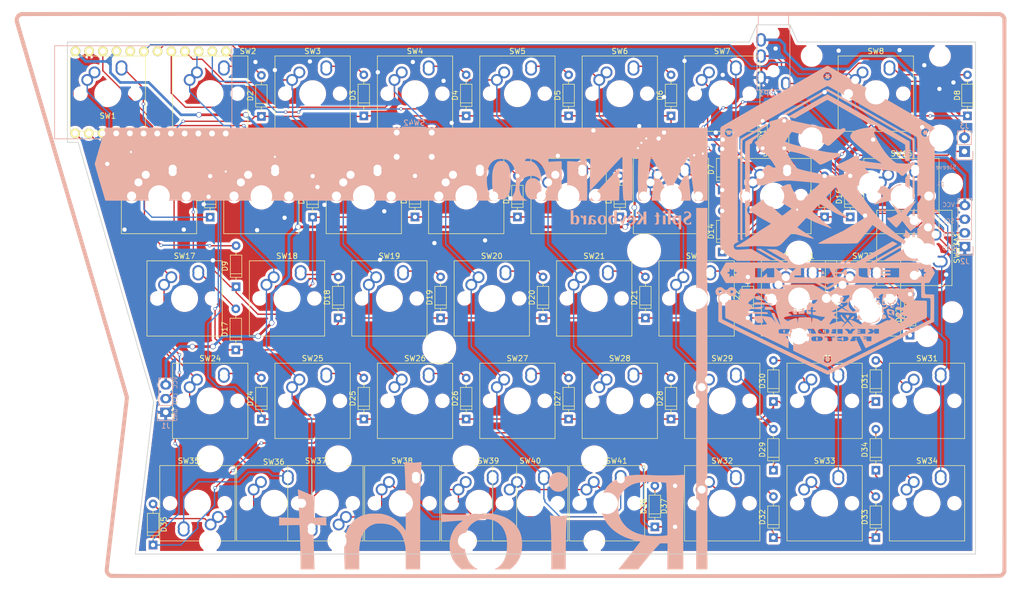
<source format=kicad_pcb>
(kicad_pcb (version 20171130) (host pcbnew "(5.1.6)-1")
  (layers (0 F.Cu signal) (31 B.Cu signal) (34 B.Paste user) (35 F.Paste user) (36 B.SilkS user hide) (37 F.SilkS user) (38 B.Mask user hide) (39 F.Mask user) (44 Edge.Cuts user))
  (net 0 "")
  (net 1 Row0)
  (net 2 "Net-(D1-Pad2)")
  (net 3 "Net-(D2-Pad2)")
  (net 4 "Net-(D3-Pad2)")
  (net 5 "Net-(D4-Pad2)")
  (net 6 "Net-(D5-Pad2)")
  (net 7 "Net-(D6-Pad2)")
  (net 8 Row1)
  (net 9 "Net-(D7-Pad2)")
  (net 10 "Net-(D8-Pad2)")
  (net 11 "Net-(D9-Pad2)")
  (net 12 "Net-(D10-Pad2)")
  (net 13 "Net-(D11-Pad2)")
  (net 14 "Net-(D12-Pad2)")
  (net 15 Row2)
  (net 16 "Net-(D13-Pad2)")
  (net 17 "Net-(D14-Pad2)")
  (net 18 "Net-(D15-Pad2)")
  (net 19 "Net-(D16-Pad2)")
  (net 20 "Net-(D17-Pad2)")
  (net 21 "Net-(D18-Pad2)")
  (net 22 Row3)
  (net 23 "Net-(D19-Pad2)")
  (net 24 "Net-(D20-Pad2)")
  (net 25 "Net-(D21-Pad2)")
  (net 26 "Net-(D22-Pad2)")
  (net 27 "Net-(D23-Pad2)")
  (net 28 "Net-(D24-Pad2)")
  (net 29 Row4)
  (net 30 "Net-(D25-Pad2)")
  (net 31 "Net-(D26-Pad2)")
  (net 32 "Net-(D27-Pad2)")
  (net 33 "Net-(D28-Pad2)")
  (net 34 "Net-(D29-Pad2)")
  (net 35 GND)
  (net 36 +5V)
  (net 37 SDA)
  (net 38 SCL)
  (net 39 LED)
  (net 40 Data)
  (net 41 Col0)
  (net 42 Col1)
  (net 43 Col2)
  (net 44 Col3)
  (net 45 Col4)
  (net 46 Col5)
  (net 47 Reset)
  (net 48 "Net-(U1-Pad20)")
  (net 49 "Net-(D30-Pad2)")
  (net 50 "Net-(D31-Pad2)")
  (net 51 "Net-(D32-Pad2)")
  (net 52 "Net-(D33-Pad2)")
  (net 53 "Net-(D34-Pad2)")
  (net 54 "Net-(D35-Pad2)")
  (net 55 "Net-(D36-Pad2)")
  (net 56 "Net-(D37-Pad2)")
  (net 57 Col6)
  (net 58 Col7)
  (net 59 "Net-(J3-Pad1)")
  (net 60 "Net-(J3-Pad2)")
  (module Mint60:SW_Cherry_Matias_2.00u_PCB (layer F.Cu) (at 199.65 63.5 270)
    (fp_text reference SW23A1 (at 0 -7.874 90) (layer F.SilkS))
    (fp_text value SW_Push)
    (pad 2 thru_hole circle (at -2.46 -3.945 270) (size 2.2 2.2) (drill 1.5) (layers *.Cu *.Mask) (net 27 "Net-(D23-Pad2)"))
    (pad 1 thru_hole circle (at 2.54 -5.08 270) (size 2.2 2.2) (drill 1.5) (layers *.Cu *.Mask) (net 58 Col7))
    (pad "" np_thru_hole circle (at 11.9 -7 270) (size 3.05 3.05) (drill 3.05) (layers *.Cu *.Mask))
    (pad "" np_thru_hole circle (at -11.9 -7 270) (size 3.05 3.05) (drill 3.05) (layers *.Cu *.Mask))
    (pad "" np_thru_hole circle (at -11.9 8.24 270) (size 4 4) (drill 4) (layers *.Cu *.Mask))
    (pad "" np_thru_hole circle (at 11.9 8.24 270) (size 4 4) (drill 4) (layers *.Cu *.Mask))
    (pad "" np_thru_hole circle (at 5.08 0 270) (size 1.7 1.7) (drill 1.7) (layers *.Cu *.Mask))
    (pad "" np_thru_hole circle (at -5.08 0 270) (size 1.7 1.7) (drill 1.7) (layers *.Cu *.Mask))
    (pad "" np_thru_hole circle (at 0 0 270) (size 4 4) (drill 4) (layers *.Cu *.Mask))
    (pad 2 thru_hole circle (at -3.81 -2.54 270) (size 2.2 2.2) (drill 1.5) (layers *.Cu *.Mask) (net 27 "Net-(D23-Pad2)"))
    (pad 1 thru_hole circle (at 2.54 -4.445 270) (size 2.2 2.2) (drill 1.5) (layers *.Cu *.Mask) (net 58 Col7))
  )
  (module Mint60:SW_Cherry_Matias_1.00u_PCB (layer F.Cu) (at 178.25 72.85)
    (fp_text reference SW16A1 (at 0 -7.874) (layer F.SilkS))
    (fp_text value SW_Push)
    (pad 1 thru_hole circle (at 2.54 -5.08) (size 2.2 2.2) (drill 1.5) (layers *.Cu *.Mask) (net 58 Col7))
    (pad 2 thru_hole circle (at -3.81 -2.54) (size 2.2 2.2) (drill 1.5) (layers *.Cu *.Mask) (net 19 "Net-(D16-Pad2)"))
    (pad "" np_thru_hole circle (at 5.08 0) (size 1.7 1.7) (drill 1.7) (layers *.Cu *.Mask))
    (pad "" np_thru_hole circle (at -5.08 0) (size 1.7 1.7) (drill 1.7) (layers *.Cu *.Mask))
    (pad "" np_thru_hole circle (at 0 0) (size 4 4) (drill 4) (layers *.Cu *.Mask))
    (pad 2 thru_hole circle (at -2.46 -3.945) (size 2.2 2.2) (drill 1.5) (layers *.Cu *.Mask) (net 19 "Net-(D16-Pad2)"))
    (pad 1 thru_hole circle (at 2.54 -4.445) (size 2.2 2.2) (drill 1.5) (layers *.Cu *.Mask) (net 58 Col7))
  )
  (module Mint60:SW_Cherry_Matias_1.00u_PCB (layer F.Cu) (at 50 34.875)
    (fp_text reference SW1 (at 0 4.125) (layer F.SilkS))
    (fp_text value SW_Push)
    (pad 1 thru_hole circle (at 2.54 -4.445) (size 2.2 2.2) (drill 1.5) (layers *.Cu *.Mask) (net 41 Col0))
    (pad 2 thru_hole circle (at -2.46 -3.945) (size 2.2 2.2) (drill 1.5) (layers *.Cu *.Mask) (net 2 "Net-(D1-Pad2)"))
    (pad "" np_thru_hole circle (at 0 0) (size 4 4) (drill 4) (layers *.Cu *.Mask))
    (pad "" np_thru_hole circle (at -5.08 0) (size 1.7 1.7) (drill 1.7) (layers *.Cu *.Mask))
    (pad "" np_thru_hole circle (at 5.08 0) (size 1.7 1.7) (drill 1.7) (layers *.Cu *.Mask))
    (pad 2 thru_hole circle (at -3.81 -2.54) (size 2.2 2.2) (drill 1.5) (layers *.Cu *.Mask) (net 2 "Net-(D1-Pad2)"))
    (pad 1 thru_hole circle (at 2.54 -5.08) (size 2.2 2.2) (drill 1.5) (layers *.Cu *.Mask) (net 41 Col0))
  )
  (module Mint60:SW_Cherry_Matias_2.00u_PCB (layer F.Cu) (at 192.5 34.875)
    (fp_text reference SW8 (at 0 -7.874) (layer F.SilkS))
    (fp_text value SW_Push)
    (pad 1 thru_hole circle (at 2.54 -4.445) (size 2.2 2.2) (drill 1.5) (layers *.Cu *.Mask) (net 10 "Net-(D8-Pad2)"))
    (pad 2 thru_hole circle (at -3.81 -2.54) (size 2.2 2.2) (drill 1.5) (layers *.Cu *.Mask) (net 58 Col7))
    (pad "" np_thru_hole circle (at 0 0) (size 4 4) (drill 4) (layers *.Cu *.Mask))
    (pad "" np_thru_hole circle (at -5.08 0) (size 1.7 1.7) (drill 1.7) (layers *.Cu *.Mask))
    (pad "" np_thru_hole circle (at 5.08 0) (size 1.7 1.7) (drill 1.7) (layers *.Cu *.Mask))
    (pad "" np_thru_hole circle (at 11.9 8.24) (size 4 4) (drill 4) (layers *.Cu *.Mask))
    (pad "" np_thru_hole circle (at -11.9 8.24) (size 4 4) (drill 4) (layers *.Cu *.Mask))
    (pad "" np_thru_hole circle (at -11.9 -7) (size 3.05 3.05) (drill 3.05) (layers *.Cu *.Mask))
    (pad "" np_thru_hole circle (at 11.9 -7) (size 3.05 3.05) (drill 3.05) (layers *.Cu *.Mask))
    (pad 1 thru_hole circle (at 2.54 -5.08) (size 2.2 2.2) (drill 1.5) (layers *.Cu *.Mask) (net 10 "Net-(D8-Pad2)"))
    (pad 2 thru_hole circle (at -2.46 -3.945) (size 2.2 2.2) (drill 1.5) (layers *.Cu *.Mask) (net 58 Col7))
  )
  (module Pin_Headers:Pin_Header_Straight_1x03 (layer B.Cu) (at 60.75 94)
    (fp_text reference J1 (at 0 2.5) (layer B.SilkS) (effects (justify mirror)))
    (fp_text value Conn_01x03)
    (pad 1 thru_hole rect (at 0 0) (size 2.032 1.7272) (drill 1.016) (layers *.Cu *.Mask) (net 35 GND))
    (pad 2 thru_hole oval (at 0 -2.54) (size 2.032 1.7272) (drill 1.016) (layers *.Cu *.Mask) (net 39 LED))
    (pad 3 thru_hole oval (at 0 -5.08) (size 2.032 1.7272) (drill 1.016) (layers *.Cu *.Mask) (net 36 +5V))
  )
  (module Mint60:Diode (layer F.Cu) (at 73.75 82.42 90)
    (fp_text reference D17 (at 3.81 -2.06 90) (layer F.SilkS))
    (fp_text value D)
    (pad 1 thru_hole rect (at 0 0 90) (size 1.6 1.6) (drill 0.8) (layers *.Cu *.Mask) (net 15 Row2))
    (pad 2 thru_hole oval (at 7.62 0 90) (size 1.6 1.6) (drill 0.8) (layers *.Cu *.Mask) (net 20 "Net-(D17-Pad2)"))
  )
  (module Mint60:SW_Cherry_Matias_1.00u_PCB (layer F.Cu) (at 69 91.875)
    (fp_text reference SW24 (at 0 -7.874) (layer F.SilkS))
    (fp_text value SW_Push)
    (pad 1 thru_hole circle (at 2.54 -4.445) (size 2.2 2.2) (drill 1.5) (layers *.Cu *.Mask) (net 28 "Net-(D24-Pad2)"))
    (pad 2 thru_hole circle (at -2.46 -3.945) (size 2.2 2.2) (drill 1.5) (layers *.Cu *.Mask) (net 41 Col0))
    (pad "" np_thru_hole circle (at 0 0) (size 4 4) (drill 4) (layers *.Cu *.Mask))
    (pad "" np_thru_hole circle (at -5.08 0) (size 1.7 1.7) (drill 1.7) (layers *.Cu *.Mask))
    (pad "" np_thru_hole circle (at 5.08 0) (size 1.7 1.7) (drill 1.7) (layers *.Cu *.Mask))
    (pad 2 thru_hole circle (at -3.81 -2.54) (size 2.2 2.2) (drill 1.5) (layers *.Cu *.Mask) (net 41 Col0))
    (pad 1 thru_hole circle (at 2.54 -5.08) (size 2.2 2.2) (drill 1.5) (layers *.Cu *.Mask) (net 28 "Net-(D24-Pad2)"))
  )
  (module Mint60:Diode (layer F.Cu) (at 198.85 79.7 90)
    (fp_text reference D23 (at 3.81 -2.06 90) (layer F.SilkS))
    (fp_text value D)
    (pad 1 thru_hole rect (at 0 0 90) (size 1.6 1.6) (drill 0.8) (layers *.Cu *.Mask) (net 15 Row2))
    (pad 2 thru_hole oval (at 7.62 0 90) (size 1.6 1.6) (drill 0.8) (layers *.Cu *.Mask) (net 27 "Net-(D23-Pad2)"))
  )
  (module Mint60:SW_Cherry_Matias_1.00u_PCB (layer F.Cu) (at 145 34.875)
    (fp_text reference SW6 (at 0 -7.874) (layer F.SilkS))
    (fp_text value SW_Push)
    (pad 1 thru_hole circle (at 2.54 -4.445) (size 2.2 2.2) (drill 1.5) (layers *.Cu *.Mask) (net 7 "Net-(D6-Pad2)"))
    (pad 2 thru_hole circle (at -2.46 -3.945) (size 2.2 2.2) (drill 1.5) (layers *.Cu *.Mask) (net 46 Col5))
    (pad "" np_thru_hole circle (at 0 0) (size 4 4) (drill 4) (layers *.Cu *.Mask))
    (pad "" np_thru_hole circle (at -5.08 0) (size 1.7 1.7) (drill 1.7) (layers *.Cu *.Mask))
    (pad "" np_thru_hole circle (at 5.08 0) (size 1.7 1.7) (drill 1.7) (layers *.Cu *.Mask))
    (pad 2 thru_hole circle (at -3.81 -2.54) (size 2.2 2.2) (drill 1.5) (layers *.Cu *.Mask) (net 46 Col5))
    (pad 1 thru_hole circle (at 2.54 -5.08) (size 2.2 2.2) (drill 1.5) (layers *.Cu *.Mask) (net 7 "Net-(D6-Pad2)"))
  )
  (module Mint60:SW_Cherry_Matias_1.00u_PCB (layer F.Cu) (at 197.25 53.875)
    (fp_text reference SW16 (at 0 -7.874) (layer F.SilkS))
    (fp_text value SW_Push)
    (pad 1 thru_hole circle (at 2.54 -4.445) (size 2.2 2.2) (drill 1.5) (layers *.Cu *.Mask) (net 58 Col7))
    (pad 2 thru_hole circle (at -2.46 -3.945) (size 2.2 2.2) (drill 1.5) (layers *.Cu *.Mask) (net 19 "Net-(D16-Pad2)"))
    (pad "" np_thru_hole circle (at 0 0) (size 4 4) (drill 4) (layers *.Cu *.Mask))
    (pad "" np_thru_hole circle (at -5.08 0) (size 1.7 1.7) (drill 1.7) (layers *.Cu *.Mask))
    (pad "" np_thru_hole circle (at 5.08 0) (size 1.7 1.7) (drill 1.7) (layers *.Cu *.Mask))
    (pad 2 thru_hole circle (at -3.81 -2.54) (size 2.2 2.2) (drill 1.5) (layers *.Cu *.Mask) (net 19 "Net-(D16-Pad2)"))
    (pad 1 thru_hole circle (at 2.54 -5.08) (size 2.2 2.2) (drill 1.5) (layers *.Cu *.Mask) (net 58 Col7))
  )
  (module Mint60:SW_Cherry_Matias_1.00u_PCB (layer F.Cu) (at 183 91.875)
    (fp_text reference SW30 (at 0 -7.874) (layer F.SilkS))
    (fp_text value SW_Push)
    (pad 1 thru_hole circle (at 2.54 -4.445) (size 2.2 2.2) (drill 1.5) (layers *.Cu *.Mask) (net 57 Col6))
    (pad 2 thru_hole circle (at -2.46 -3.945) (size 2.2 2.2) (drill 1.5) (layers *.Cu *.Mask) (net 49 "Net-(D30-Pad2)"))
    (pad "" np_thru_hole circle (at 0 0) (size 4 4) (drill 4) (layers *.Cu *.Mask))
    (pad "" np_thru_hole circle (at -5.08 0) (size 1.7 1.7) (drill 1.7) (layers *.Cu *.Mask))
    (pad "" np_thru_hole circle (at 5.08 0) (size 1.7 1.7) (drill 1.7) (layers *.Cu *.Mask))
    (pad 2 thru_hole circle (at -3.81 -2.54) (size 2.2 2.2) (drill 1.5) (layers *.Cu *.Mask) (net 49 "Net-(D30-Pad2)"))
    (pad 1 thru_hole circle (at 2.54 -5.08) (size 2.2 2.2) (drill 1.5) (layers *.Cu *.Mask) (net 57 Col6))
  )
  (module Mint60:SW_Cherry_Matias_1.00u_PCB (layer F.Cu) (at 154.5 53.875)
    (fp_text reference SW14 (at 0 -7.874) (layer F.SilkS))
    (fp_text value SW_Push)
    (pad 1 thru_hole circle (at 2.54 -4.445) (size 2.2 2.2) (drill 1.5) (layers *.Cu *.Mask) (net 17 "Net-(D14-Pad2)"))
    (pad 2 thru_hole circle (at -2.46 -3.945) (size 2.2 2.2) (drill 1.5) (layers *.Cu *.Mask) (net 46 Col5))
    (pad "" np_thru_hole circle (at 0 0) (size 4 4) (drill 4) (layers *.Cu *.Mask))
    (pad "" np_thru_hole circle (at -5.08 0) (size 1.7 1.7) (drill 1.7) (layers *.Cu *.Mask))
    (pad "" np_thru_hole circle (at 5.08 0) (size 1.7 1.7) (drill 1.7) (layers *.Cu *.Mask))
    (pad 2 thru_hole circle (at -3.81 -2.54) (size 2.2 2.2) (drill 1.5) (layers *.Cu *.Mask) (net 46 Col5))
    (pad 1 thru_hole circle (at 2.54 -5.08) (size 2.2 2.2) (drill 1.5) (layers *.Cu *.Mask) (net 17 "Net-(D14-Pad2)"))
  )
  (module Mint60:ProMicro-Flip (layer F.Cu) (at 57.91 34.62 90)
    (fp_text reference U1 hide)
    (fp_text value ProMicro hide)
    (pad 13 thru_hole circle (at 7.59 14.03) (size 1.8 1.8) (drill 1.1) (layers *.Cu *.Mask F.SilkS) (net 46 Col5))
    (pad 14 thru_hole circle (at 7.59 11.49) (size 1.8 1.8) (drill 1.1) (layers *.Cu *.Mask F.SilkS) (net 45 Col4))
    (pad 15 thru_hole circle (at 7.59 8.95) (size 1.8 1.8) (drill 1.1) (layers *.Cu *.Mask F.SilkS) (net 42 Col1))
    (pad 16 thru_hole circle (at 7.59 6.41) (size 1.8 1.8) (drill 1.1) (layers *.Cu *.Mask F.SilkS) (net 43 Col2))
    (pad 17 thru_hole circle (at 7.59 3.87) (size 1.8 1.8) (drill 1.1) (layers *.Cu *.Mask F.SilkS) (net 44 Col3))
    (pad 18 thru_hole circle (at 7.59 1.33) (size 1.8 1.8) (drill 1.1) (layers *.Cu *.Mask F.SilkS) (net 57 Col6))
    (pad 19 thru_hole circle (at 7.59 -1.21) (size 1.8 1.8) (drill 1.1) (layers *.Cu *.Mask F.SilkS) (net 58 Col7))
    (pad 20 thru_hole circle (at 7.62 -3.75) (size 1.8 1.8) (drill 1.1) (layers *.Cu *.Mask F.SilkS) (net 48 "Net-(U1-Pad20)"))
    (pad 21 thru_hole circle (at 7.62 -6.29) (size 1.8 1.8) (drill 1.1) (layers *.Cu *.Mask F.SilkS) (net 36 +5V))
    (pad 22 thru_hole circle (at 7.62 -8.83) (size 1.8 1.8) (drill 1.1) (layers *.Cu *.Mask F.SilkS) (net 47 Reset))
    (pad 23 thru_hole circle (at 7.62 -11.37) (size 1.8 1.8) (drill 1.1) (layers *.Cu *.Mask F.SilkS) (net 35 GND))
    (pad 24 thru_hole circle (at 7.62 -13.91) (size 1.8 1.8) (drill 1.1) (layers *.Cu *.Mask F.SilkS) (net 36 +5V))
    (pad 1 thru_hole circle (at -7.62 -13.97) (size 1.8 1.8) (drill 1.1) (layers *.Cu *.Mask F.SilkS) (net 39 LED))
    (pad 2 thru_hole circle (at -7.62 -11.43) (size 1.8 1.8) (drill 1.1) (layers *.Cu *.Mask F.SilkS) (net 40 Data))
    (pad 3 thru_hole circle (at -7.62 -8.89) (size 1.8 1.8) (drill 1.1) (layers *.Cu *.Mask F.SilkS) (net 35 GND))
    (pad 4 thru_hole circle (at -7.62 -6.35) (size 1.8 1.8) (drill 1.1) (layers *.Cu *.Mask F.SilkS) (net 35 GND))
    (pad 5 thru_hole circle (at -7.62 -3.81) (size 1.8 1.8) (drill 1.1) (layers *.Cu *.Mask F.SilkS) (net 37 SDA))
    (pad 6 thru_hole circle (at -7.65 -1.27) (size 1.8 1.8) (drill 1.1) (layers *.Cu *.Mask F.SilkS) (net 38 SCL))
    (pad 7 thru_hole circle (at -7.65 1.27) (size 1.8 1.8) (drill 1.1) (layers *.Cu *.Mask F.SilkS) (net 41 Col0))
    (pad 8 thru_hole circle (at -7.65 3.81) (size 1.8 1.8) (drill 1.1) (layers *.Cu *.Mask F.SilkS) (net 1 Row0))
    (pad 9 thru_hole circle (at -7.65 6.35) (size 1.8 1.8) (drill 1.1) (layers *.Cu *.Mask F.SilkS) (net 8 Row1))
    (pad 10 thru_hole circle (at -7.65 8.89) (size 1.8 1.8) (drill 1.1) (layers *.Cu *.Mask F.SilkS) (net 15 Row2))
    (pad 11 thru_hole circle (at -7.65 11.43) (size 1.8 1.8) (drill 1.1) (layers *.Cu *.Mask F.SilkS) (net 22 Row3))
    (pad 12 thru_hole circle (at -7.65 13.97) (size 1.8 1.8) (drill 1.1) (layers *.Cu *.Mask F.SilkS) (net 29 Row4))
  )
  (module Mint60:Diode (layer F.Cu) (at 69 57.8 90)
    (fp_text reference D1 (at 3.81 -2.06 90) (layer F.SilkS))
    (fp_text value D)
    (pad 1 thru_hole rect (at 0 0 90) (size 1.6 1.6) (drill 0.8) (layers *.Cu *.Mask) (net 1 Row0))
    (pad 2 thru_hole oval (at 7.62 0 90) (size 1.6 1.6) (drill 0.8) (layers *.Cu *.Mask) (net 2 "Net-(D1-Pad2)"))
  )
  (module Mint60:Diode (layer F.Cu) (at 78.5 39.1 90)
    (fp_text reference D2 (at 3.81 -2.06 90) (layer F.SilkS))
    (fp_text value D)
    (pad 1 thru_hole rect (at 0 0 90) (size 1.6 1.6) (drill 0.8) (layers *.Cu *.Mask) (net 1 Row0))
    (pad 2 thru_hole oval (at 7.62 0 90) (size 1.6 1.6) (drill 0.8) (layers *.Cu *.Mask) (net 3 "Net-(D2-Pad2)"))
  )
  (module Mint60:Diode (layer F.Cu) (at 97.5 39 90)
    (fp_text reference D3 (at 3.81 -2.06 90) (layer F.SilkS))
    (fp_text value D)
    (pad 1 thru_hole rect (at 0 0 90) (size 1.6 1.6) (drill 0.8) (layers *.Cu *.Mask) (net 1 Row0))
    (pad 2 thru_hole oval (at 7.62 0 90) (size 1.6 1.6) (drill 0.8) (layers *.Cu *.Mask) (net 4 "Net-(D3-Pad2)"))
  )
  (module Mint60:Diode (layer F.Cu) (at 116.5 39 90)
    (fp_text reference D4 (at 3.81 -2.06 90) (layer F.SilkS))
    (fp_text value D)
    (pad 1 thru_hole rect (at 0 0 90) (size 1.6 1.6) (drill 0.8) (layers *.Cu *.Mask) (net 1 Row0))
    (pad 2 thru_hole oval (at 7.62 0 90) (size 1.6 1.6) (drill 0.8) (layers *.Cu *.Mask) (net 5 "Net-(D4-Pad2)"))
  )
  (module Mint60:Diode (layer F.Cu) (at 135.5 39 90)
    (fp_text reference D5 (at 3.81 -2.06 90) (layer F.SilkS))
    (fp_text value D)
    (pad 1 thru_hole rect (at 0 0 90) (size 1.6 1.6) (drill 0.8) (layers *.Cu *.Mask) (net 1 Row0))
    (pad 2 thru_hole oval (at 7.62 0 90) (size 1.6 1.6) (drill 0.8) (layers *.Cu *.Mask) (net 6 "Net-(D5-Pad2)"))
  )
  (module Mint60:Diode (layer F.Cu) (at 154.5 39 90)
    (fp_text reference D6 (at 3.81 -2.06 90) (layer F.SilkS))
    (fp_text value D)
    (pad 1 thru_hole rect (at 0 0 90) (size 1.6 1.6) (drill 0.8) (layers *.Cu *.Mask) (net 1 Row0))
    (pad 2 thru_hole oval (at 7.62 0 90) (size 1.6 1.6) (drill 0.8) (layers *.Cu *.Mask) (net 7 "Net-(D6-Pad2)"))
  )
  (module Mint60:Diode (layer F.Cu) (at 164 52.75 90)
    (fp_text reference D7 (at 3.81 -2.06 90) (layer F.SilkS))
    (fp_text value D)
    (pad 1 thru_hole rect (at 0 0 90) (size 1.6 1.6) (drill 0.8) (layers *.Cu *.Mask) (net 1 Row0))
    (pad 2 thru_hole oval (at 7.62 0 90) (size 1.6 1.6) (drill 0.8) (layers *.Cu *.Mask) (net 9 "Net-(D7-Pad2)"))
  )
  (module Mint60:Diode (layer F.Cu) (at 209.5 39 90)
    (fp_text reference D8 (at 3.81 -1.9 90) (layer F.SilkS))
    (fp_text value D)
    (pad 1 thru_hole rect (at 0 0 90) (size 1.6 1.6) (drill 0.8) (layers *.Cu *.Mask) (net 1 Row0))
    (pad 2 thru_hole oval (at 7.62 0 90) (size 1.6 1.6) (drill 0.8) (layers *.Cu *.Mask) (net 10 "Net-(D8-Pad2)"))
  )
  (module Mint60:Diode (layer F.Cu) (at 73.8 70.7 90)
    (fp_text reference D9 (at 3.81 -2.06 90) (layer F.SilkS))
    (fp_text value D)
    (pad 1 thru_hole rect (at 0 0 90) (size 1.6 1.6) (drill 0.8) (layers *.Cu *.Mask) (net 8 Row1))
    (pad 2 thru_hole oval (at 7.62 0 90) (size 1.6 1.6) (drill 0.8) (layers *.Cu *.Mask) (net 11 "Net-(D9-Pad2)"))
  )
  (module Mint60:Diode (layer F.Cu) (at 88 57.8 90)
    (fp_text reference D10 (at 3.81 -2.06 90) (layer F.SilkS))
    (fp_text value D)
    (pad 1 thru_hole rect (at 0 0 90) (size 1.6 1.6) (drill 0.8) (layers *.Cu *.Mask) (net 8 Row1))
    (pad 2 thru_hole oval (at 7.62 0 90) (size 1.6 1.6) (drill 0.8) (layers *.Cu *.Mask) (net 12 "Net-(D10-Pad2)"))
  )
  (module Mint60:Diode (layer F.Cu) (at 107 57.75 90)
    (fp_text reference D11 (at 3.81 -2.06 90) (layer F.SilkS))
    (fp_text value D)
    (pad 1 thru_hole rect (at 0 0 90) (size 1.6 1.6) (drill 0.8) (layers *.Cu *.Mask) (net 8 Row1))
    (pad 2 thru_hole oval (at 7.62 0 90) (size 1.6 1.6) (drill 0.8) (layers *.Cu *.Mask) (net 13 "Net-(D11-Pad2)"))
  )
  (module Mint60:Diode (layer F.Cu) (at 126 57.75 90)
    (fp_text reference D12 (at 3.81 -2.06 90) (layer F.SilkS))
    (fp_text value D)
    (pad 1 thru_hole rect (at 0 0 90) (size 1.6 1.6) (drill 0.8) (layers *.Cu *.Mask) (net 8 Row1))
    (pad 2 thru_hole oval (at 7.62 0 90) (size 1.6 1.6) (drill 0.8) (layers *.Cu *.Mask) (net 14 "Net-(D12-Pad2)"))
  )
  (module Mint60:Diode (layer F.Cu) (at 145 57.75 90)
    (fp_text reference D13 (at 3.81 -2.06 90) (layer F.SilkS))
    (fp_text value D)
    (pad 1 thru_hole rect (at 0 0 90) (size 1.6 1.6) (drill 0.8) (layers *.Cu *.Mask) (net 8 Row1))
    (pad 2 thru_hole oval (at 7.62 0 90) (size 1.6 1.6) (drill 0.8) (layers *.Cu *.Mask) (net 16 "Net-(D13-Pad2)"))
  )
  (module Mint60:Diode (layer F.Cu) (at 164 64.25 90)
    (fp_text reference D14 (at 3.81 -2.06 90) (layer F.SilkS))
    (fp_text value D)
    (pad 1 thru_hole rect (at 0 0 90) (size 1.6 1.6) (drill 0.8) (layers *.Cu *.Mask) (net 8 Row1))
    (pad 2 thru_hole oval (at 7.62 0 90) (size 1.6 1.6) (drill 0.8) (layers *.Cu *.Mask) (net 17 "Net-(D14-Pad2)"))
  )
  (module Mint60:Diode (layer F.Cu) (at 183 57.75 90)
    (fp_text reference D15 (at 3.81 -2.06 90) (layer F.SilkS))
    (fp_text value D)
    (pad 1 thru_hole rect (at 0 0 90) (size 1.6 1.6) (drill 0.8) (layers *.Cu *.Mask) (net 8 Row1))
    (pad 2 thru_hole oval (at 7.62 0 90) (size 1.6 1.6) (drill 0.8) (layers *.Cu *.Mask) (net 18 "Net-(D15-Pad2)"))
  )
  (module Mint60:Diode (layer F.Cu) (at 187.75 57.75 90)
    (fp_text reference D16 (at 3.81 -2.06 90) (layer F.SilkS))
    (fp_text value D)
    (pad 1 thru_hole rect (at 0 0 90) (size 1.6 1.6) (drill 0.8) (layers *.Cu *.Mask) (net 8 Row1))
    (pad 2 thru_hole oval (at 7.62 0 90) (size 1.6 1.6) (drill 0.8) (layers *.Cu *.Mask) (net 19 "Net-(D16-Pad2)"))
  )
  (module Mint60:Diode (layer F.Cu) (at 92.75 76.5 90)
    (fp_text reference D18 (at 3.81 -2.06 90) (layer F.SilkS))
    (fp_text value D)
    (pad 1 thru_hole rect (at 0 0 90) (size 1.6 1.6) (drill 0.8) (layers *.Cu *.Mask) (net 15 Row2))
    (pad 2 thru_hole oval (at 7.62 0 90) (size 1.6 1.6) (drill 0.8) (layers *.Cu *.Mask) (net 21 "Net-(D18-Pad2)"))
  )
  (module Mint60:Diode (layer F.Cu) (at 111.75 76.5 90)
    (fp_text reference D19 (at 3.81 -2.06 90) (layer F.SilkS))
    (fp_text value D)
    (pad 1 thru_hole rect (at 0 0 90) (size 1.6 1.6) (drill 0.8) (layers *.Cu *.Mask) (net 15 Row2))
    (pad 2 thru_hole oval (at 7.62 0 90) (size 1.6 1.6) (drill 0.8) (layers *.Cu *.Mask) (net 23 "Net-(D19-Pad2)"))
  )
  (module Mint60:Diode (layer F.Cu) (at 130.75 76.5 90)
    (fp_text reference D20 (at 3.81 -2.06 90) (layer F.SilkS))
    (fp_text value D)
    (pad 1 thru_hole rect (at 0 0 90) (size 1.6 1.6) (drill 0.8) (layers *.Cu *.Mask) (net 15 Row2))
    (pad 2 thru_hole oval (at 7.62 0 90) (size 1.6 1.6) (drill 0.8) (layers *.Cu *.Mask) (net 24 "Net-(D20-Pad2)"))
  )
  (module Mint60:Diode (layer F.Cu) (at 149.75 76.5 90)
    (fp_text reference D21 (at 3.81 -2.06 90) (layer F.SilkS))
    (fp_text value D)
    (pad 1 thru_hole rect (at 0 0 90) (size 1.6 1.6) (drill 0.8) (layers *.Cu *.Mask) (net 15 Row2))
    (pad 2 thru_hole oval (at 7.62 0 90) (size 1.6 1.6) (drill 0.8) (layers *.Cu *.Mask) (net 25 "Net-(D21-Pad2)"))
  )
  (module Mint60:Diode (layer F.Cu) (at 168.75 76.5 90)
    (fp_text reference D22 (at 3.81 -2.06 90) (layer F.SilkS))
    (fp_text value D)
    (pad 1 thru_hole rect (at 0 0 90) (size 1.6 1.6) (drill 0.8) (layers *.Cu *.Mask) (net 15 Row2))
    (pad 2 thru_hole oval (at 7.62 0 90) (size 1.6 1.6) (drill 0.8) (layers *.Cu *.Mask) (net 26 "Net-(D22-Pad2)"))
  )
  (module Mint60:Diode (layer F.Cu) (at 78.5 95.25 90)
    (fp_text reference D24 (at 3.81 -2.06 90) (layer F.SilkS))
    (fp_text value D)
    (pad 1 thru_hole rect (at 0 0 90) (size 1.6 1.6) (drill 0.8) (layers *.Cu *.Mask) (net 22 Row3))
    (pad 2 thru_hole oval (at 7.62 0 90) (size 1.6 1.6) (drill 0.8) (layers *.Cu *.Mask) (net 28 "Net-(D24-Pad2)"))
  )
  (module Mint60:Diode (layer F.Cu) (at 97.5 95.25 90)
    (fp_text reference D25 (at 3.81 -2.06 90) (layer F.SilkS))
    (fp_text value D)
    (pad 1 thru_hole rect (at 0 0 90) (size 1.6 1.6) (drill 0.8) (layers *.Cu *.Mask) (net 22 Row3))
    (pad 2 thru_hole oval (at 7.62 0 90) (size 1.6 1.6) (drill 0.8) (layers *.Cu *.Mask) (net 30 "Net-(D25-Pad2)"))
  )
  (module Mint60:Diode (layer F.Cu) (at 116.5 95.25 90)
    (fp_text reference D26 (at 3.81 -2.06 90) (layer F.SilkS))
    (fp_text value D)
    (pad 1 thru_hole rect (at 0 0 90) (size 1.6 1.6) (drill 0.8) (layers *.Cu *.Mask) (net 22 Row3))
    (pad 2 thru_hole oval (at 7.62 0 90) (size 1.6 1.6) (drill 0.8) (layers *.Cu *.Mask) (net 31 "Net-(D26-Pad2)"))
  )
  (module Mint60:Diode (layer F.Cu) (at 135.5 95.25 90)
    (fp_text reference D27 (at 3.81 -2.06 90) (layer F.SilkS))
    (fp_text value D)
    (pad 1 thru_hole rect (at 0 0 90) (size 1.6 1.6) (drill 0.8) (layers *.Cu *.Mask) (net 22 Row3))
    (pad 2 thru_hole oval (at 7.62 0 90) (size 1.6 1.6) (drill 0.8) (layers *.Cu *.Mask) (net 32 "Net-(D27-Pad2)"))
  )
  (module Mint60:Diode (layer F.Cu) (at 154.5 95.25 90)
    (fp_text reference D28 (at 3.81 -2.06 90) (layer F.SilkS))
    (fp_text value D)
    (pad 1 thru_hole rect (at 0 0 90) (size 1.6 1.6) (drill 0.8) (layers *.Cu *.Mask) (net 22 Row3))
    (pad 2 thru_hole oval (at 7.62 0 90) (size 1.6 1.6) (drill 0.8) (layers *.Cu *.Mask) (net 33 "Net-(D28-Pad2)"))
  )
  (module Mint60:Diode (layer F.Cu) (at 173.5 104.75 90)
    (fp_text reference D29 (at 3.81 -2.06 90) (layer F.SilkS))
    (fp_text value D)
    (pad 1 thru_hole rect (at 0 0 90) (size 1.6 1.6) (drill 0.8) (layers *.Cu *.Mask) (net 22 Row3))
    (pad 2 thru_hole oval (at 7.62 0 90) (size 1.6 1.6) (drill 0.8) (layers *.Cu *.Mask) (net 34 "Net-(D29-Pad2)"))
  )
  (module Pin_Headers:Pin_Header_Straight_1x04 (layer B.Cu) (at 209 63.25)
    (fp_text reference J2 (at 0 2.75) (layer B.SilkS) (effects (justify mirror)))
    (fp_text value Conn_01x04)
    (pad 1 thru_hole rect (at 0 0) (size 2.032 1.7272) (drill 1.016) (layers *.Cu *.Mask) (net 35 GND))
    (pad 2 thru_hole oval (at 0 -2.54) (size 2.032 1.7272) (drill 1.016) (layers *.Cu *.Mask) (net 37 SDA))
    (pad 3 thru_hole oval (at 0 -5.08) (size 2.032 1.7272) (drill 1.016) (layers *.Cu *.Mask) (net 38 SCL))
    (pad 4 thru_hole oval (at 0 -7.62) (size 2.032 1.7272) (drill 1.016) (layers *.Cu *.Mask) (net 36 +5V))
  )
  (module Resistors_THT:R_Axial_DIN0204_L3.6mm_D1.6mm_P5.08mm_Horizontal (layer F.Cu) (at 171.5 39.92 270)
    (fp_text reference R1 (at 2.54 0 270) (layer F.SilkS))
    (fp_text value R)
    (pad 1 thru_hole circle (at 0 0 270) (size 1.4 1.4) (drill 0.7) (layers *.Cu *.Mask) (net 36 +5V))
    (pad 2 thru_hole oval (at 5.08 0 270) (size 1.4 1.4) (drill 0.7) (layers *.Cu *.Mask) (net 37 SDA))
  )
  (module Resistors_THT:R_Axial_DIN0204_L3.6mm_D1.6mm_P5.08mm_Horizontal (layer F.Cu) (at 175.5 45 90)
    (fp_text reference R2 (at 2.48 0 90) (layer F.SilkS))
    (fp_text value R)
    (pad 1 thru_hole circle (at 0 0 90) (size 1.4 1.4) (drill 0.7) (layers *.Cu *.Mask) (net 38 SCL))
    (pad 2 thru_hole oval (at 5.08 0 90) (size 1.4 1.4) (drill 0.7) (layers *.Cu *.Mask) (net 36 +5V))
  )
  (module Mint60:SW_Cherry_Matias_1.00u_PCB (layer F.Cu) (at 69 34.875)
    (fp_text reference SW2 (at 7 -7.875) (layer F.SilkS))
    (fp_text value SW_Push)
    (pad 1 thru_hole circle (at 2.54 -4.445) (size 2.2 2.2) (drill 1.5) (layers *.Cu *.Mask) (net 3 "Net-(D2-Pad2)"))
    (pad 2 thru_hole circle (at -2.46 -3.945) (size 2.2 2.2) (drill 1.5) (layers *.Cu *.Mask) (net 42 Col1))
    (pad "" np_thru_hole circle (at 0 0) (size 4 4) (drill 4) (layers *.Cu *.Mask))
    (pad "" np_thru_hole circle (at -5.08 0) (size 1.7 1.7) (drill 1.7) (layers *.Cu *.Mask))
    (pad "" np_thru_hole circle (at 5.08 0) (size 1.7 1.7) (drill 1.7) (layers *.Cu *.Mask))
    (pad 2 thru_hole circle (at -3.81 -2.54) (size 2.2 2.2) (drill 1.5) (layers *.Cu *.Mask) (net 42 Col1))
    (pad 1 thru_hole circle (at 2.54 -5.08) (size 2.2 2.2) (drill 1.5) (layers *.Cu *.Mask) (net 3 "Net-(D2-Pad2)"))
  )
  (module Mint60:SW_Cherry_Matias_1.00u_PCB (layer F.Cu) (at 88 34.875)
    (fp_text reference SW3 (at 0 -7.874) (layer F.SilkS))
    (fp_text value SW_Push)
    (pad 1 thru_hole circle (at 2.54 -4.445) (size 2.2 2.2) (drill 1.5) (layers *.Cu *.Mask) (net 4 "Net-(D3-Pad2)"))
    (pad 2 thru_hole circle (at -2.46 -3.945) (size 2.2 2.2) (drill 1.5) (layers *.Cu *.Mask) (net 43 Col2))
    (pad "" np_thru_hole circle (at 0 0) (size 4 4) (drill 4) (layers *.Cu *.Mask))
    (pad "" np_thru_hole circle (at -5.08 0) (size 1.7 1.7) (drill 1.7) (layers *.Cu *.Mask))
    (pad "" np_thru_hole circle (at 5.08 0) (size 1.7 1.7) (drill 1.7) (layers *.Cu *.Mask))
    (pad 2 thru_hole circle (at -3.81 -2.54) (size 2.2 2.2) (drill 1.5) (layers *.Cu *.Mask) (net 43 Col2))
    (pad 1 thru_hole circle (at 2.54 -5.08) (size 2.2 2.2) (drill 1.5) (layers *.Cu *.Mask) (net 4 "Net-(D3-Pad2)"))
  )
  (module Mint60:SW_Cherry_Matias_1.00u_PCB (layer F.Cu) (at 107 34.875)
    (fp_text reference SW4 (at 0 -7.874) (layer F.SilkS))
    (fp_text value SW_Push)
    (pad 1 thru_hole circle (at 2.54 -4.445) (size 2.2 2.2) (drill 1.5) (layers *.Cu *.Mask) (net 5 "Net-(D4-Pad2)"))
    (pad 2 thru_hole circle (at -2.46 -3.945) (size 2.2 2.2) (drill 1.5) (layers *.Cu *.Mask) (net 44 Col3))
    (pad "" np_thru_hole circle (at 0 0) (size 4 4) (drill 4) (layers *.Cu *.Mask))
    (pad "" np_thru_hole circle (at -5.08 0) (size 1.7 1.7) (drill 1.7) (layers *.Cu *.Mask))
    (pad "" np_thru_hole circle (at 5.08 0) (size 1.7 1.7) (drill 1.7) (layers *.Cu *.Mask))
    (pad 2 thru_hole circle (at -3.81 -2.54) (size 2.2 2.2) (drill 1.5) (layers *.Cu *.Mask) (net 44 Col3))
    (pad 1 thru_hole circle (at 2.54 -5.08) (size 2.2 2.2) (drill 1.5) (layers *.Cu *.Mask) (net 5 "Net-(D4-Pad2)"))
  )
  (module Mint60:SW_Cherry_Matias_1.00u_PCB (layer F.Cu) (at 126 34.875)
    (fp_text reference SW5 (at 0 -7.874) (layer F.SilkS))
    (fp_text value SW_Push)
    (pad 1 thru_hole circle (at 2.54 -4.445) (size 2.2 2.2) (drill 1.5) (layers *.Cu *.Mask) (net 6 "Net-(D5-Pad2)"))
    (pad 2 thru_hole circle (at -2.46 -3.945) (size 2.2 2.2) (drill 1.5) (layers *.Cu *.Mask) (net 45 Col4))
    (pad "" np_thru_hole circle (at 0 0) (size 4 4) (drill 4) (layers *.Cu *.Mask))
    (pad "" np_thru_hole circle (at -5.08 0) (size 1.7 1.7) (drill 1.7) (layers *.Cu *.Mask))
    (pad "" np_thru_hole circle (at 5.08 0) (size 1.7 1.7) (drill 1.7) (layers *.Cu *.Mask))
    (pad 2 thru_hole circle (at -3.81 -2.54) (size 2.2 2.2) (drill 1.5) (layers *.Cu *.Mask) (net 45 Col4))
    (pad 1 thru_hole circle (at 2.54 -5.08) (size 2.2 2.2) (drill 1.5) (layers *.Cu *.Mask) (net 6 "Net-(D5-Pad2)"))
  )
  (module Mint60:SW_Cherry_Matias_1.00u_PCB (layer F.Cu) (at 164 34.875)
    (fp_text reference SW7 (at 0 -7.874) (layer F.SilkS))
    (fp_text value SW_Push)
    (pad 1 thru_hole circle (at 2.54 -4.445) (size 2.2 2.2) (drill 1.5) (layers *.Cu *.Mask) (net 57 Col6))
    (pad 2 thru_hole circle (at -2.46 -3.945) (size 2.2 2.2) (drill 1.5) (layers *.Cu *.Mask) (net 9 "Net-(D7-Pad2)"))
    (pad "" np_thru_hole circle (at 0 0) (size 4 4) (drill 4) (layers *.Cu *.Mask))
    (pad "" np_thru_hole circle (at -5.08 0) (size 1.7 1.7) (drill 1.7) (layers *.Cu *.Mask))
    (pad "" np_thru_hole circle (at 5.08 0) (size 1.7 1.7) (drill 1.7) (layers *.Cu *.Mask))
    (pad 2 thru_hole circle (at -3.81 -2.54) (size 2.2 2.2) (drill 1.5) (layers *.Cu *.Mask) (net 9 "Net-(D7-Pad2)"))
    (pad 1 thru_hole circle (at 2.54 -5.08) (size 2.2 2.2) (drill 1.5) (layers *.Cu *.Mask) (net 57 Col6))
  )
  (module Mint60:SW_Cherry_Matias_1.00u_PCB (layer F.Cu) (at 59.5 53.875)
    (fp_text reference SW9 (at 0 -7.874) (layer F.SilkS))
    (fp_text value SW_Push)
    (pad 1 thru_hole circle (at 2.54 -4.445) (size 2.2 2.2) (drill 1.5) (layers *.Cu *.Mask) (net 11 "Net-(D9-Pad2)"))
    (pad 2 thru_hole circle (at -2.46 -3.945) (size 2.2 2.2) (drill 1.5) (layers *.Cu *.Mask) (net 41 Col0))
    (pad "" np_thru_hole circle (at 0 0) (size 4 4) (drill 4) (layers *.Cu *.Mask))
    (pad "" np_thru_hole circle (at -5.08 0) (size 1.7 1.7) (drill 1.7) (layers *.Cu *.Mask))
    (pad "" np_thru_hole circle (at 5.08 0) (size 1.7 1.7) (drill 1.7) (layers *.Cu *.Mask))
    (pad 2 thru_hole circle (at -3.81 -2.54) (size 2.2 2.2) (drill 1.5) (layers *.Cu *.Mask) (net 41 Col0))
    (pad 1 thru_hole circle (at 2.54 -5.08) (size 2.2 2.2) (drill 1.5) (layers *.Cu *.Mask) (net 11 "Net-(D9-Pad2)"))
  )
  (module Mint60:SW_Cherry_Matias_1.00u_PCB (layer F.Cu) (at 78.5 53.875)
    (fp_text reference SW10 (at 0 -7.874) (layer F.SilkS))
    (fp_text value SW_Push)
    (pad 1 thru_hole circle (at 2.54 -4.445) (size 2.2 2.2) (drill 1.5) (layers *.Cu *.Mask) (net 12 "Net-(D10-Pad2)"))
    (pad 2 thru_hole circle (at -2.46 -3.945) (size 2.2 2.2) (drill 1.5) (layers *.Cu *.Mask) (net 42 Col1))
    (pad "" np_thru_hole circle (at 0 0) (size 4 4) (drill 4) (layers *.Cu *.Mask))
    (pad "" np_thru_hole circle (at -5.08 0) (size 1.7 1.7) (drill 1.7) (layers *.Cu *.Mask))
    (pad "" np_thru_hole circle (at 5.08 0) (size 1.7 1.7) (drill 1.7) (layers *.Cu *.Mask))
    (pad 2 thru_hole circle (at -3.81 -2.54) (size 2.2 2.2) (drill 1.5) (layers *.Cu *.Mask) (net 42 Col1))
    (pad 1 thru_hole circle (at 2.54 -5.08) (size 2.2 2.2) (drill 1.5) (layers *.Cu *.Mask) (net 12 "Net-(D10-Pad2)"))
  )
  (module Mint60:SW_Cherry_Matias_1.00u_PCB (layer F.Cu) (at 97.5 53.875)
    (fp_text reference SW11 (at 0 -7.874) (layer F.SilkS))
    (fp_text value SW_Push)
    (pad 1 thru_hole circle (at 2.54 -4.445) (size 2.2 2.2) (drill 1.5) (layers *.Cu *.Mask) (net 13 "Net-(D11-Pad2)"))
    (pad 2 thru_hole circle (at -2.46 -3.945) (size 2.2 2.2) (drill 1.5) (layers *.Cu *.Mask) (net 43 Col2))
    (pad "" np_thru_hole circle (at 0 0) (size 4 4) (drill 4) (layers *.Cu *.Mask))
    (pad "" np_thru_hole circle (at -5.08 0) (size 1.7 1.7) (drill 1.7) (layers *.Cu *.Mask))
    (pad "" np_thru_hole circle (at 5.08 0) (size 1.7 1.7) (drill 1.7) (layers *.Cu *.Mask))
    (pad 2 thru_hole circle (at -3.81 -2.54) (size 2.2 2.2) (drill 1.5) (layers *.Cu *.Mask) (net 43 Col2))
    (pad 1 thru_hole circle (at 2.54 -5.08) (size 2.2 2.2) (drill 1.5) (layers *.Cu *.Mask) (net 13 "Net-(D11-Pad2)"))
  )
  (module Mint60:SW_Cherry_Matias_1.00u_PCB (layer F.Cu) (at 116.5 53.875)
    (fp_text reference SW12 (at 0 -7.874) (layer F.SilkS))
    (fp_text value SW_Push)
    (pad 1 thru_hole circle (at 2.54 -4.445) (size 2.2 2.2) (drill 1.5) (layers *.Cu *.Mask) (net 14 "Net-(D12-Pad2)"))
    (pad 2 thru_hole circle (at -2.46 -3.945) (size 2.2 2.2) (drill 1.5) (layers *.Cu *.Mask) (net 44 Col3))
    (pad "" np_thru_hole circle (at 0 0) (size 4 4) (drill 4) (layers *.Cu *.Mask))
    (pad "" np_thru_hole circle (at -5.08 0) (size 1.7 1.7) (drill 1.7) (layers *.Cu *.Mask))
    (pad "" np_thru_hole circle (at 5.08 0) (size 1.7 1.7) (drill 1.7) (layers *.Cu *.Mask))
    (pad 2 thru_hole circle (at -3.81 -2.54) (size 2.2 2.2) (drill 1.5) (layers *.Cu *.Mask) (net 44 Col3))
    (pad 1 thru_hole circle (at 2.54 -5.08) (size 2.2 2.2) (drill 1.5) (layers *.Cu *.Mask) (net 14 "Net-(D12-Pad2)"))
  )
  (module Mint60:SW_Cherry_Matias_1.00u_PCB (layer F.Cu) (at 135.5 53.875)
    (fp_text reference SW13 (at 0 -7.874) (layer F.SilkS))
    (fp_text value SW_Push)
    (pad 1 thru_hole circle (at 2.54 -4.445) (size 2.2 2.2) (drill 1.5) (layers *.Cu *.Mask) (net 16 "Net-(D13-Pad2)"))
    (pad 2 thru_hole circle (at -2.46 -3.945) (size 2.2 2.2) (drill 1.5) (layers *.Cu *.Mask) (net 45 Col4))
    (pad "" np_thru_hole circle (at 0 0) (size 4 4) (drill 4) (layers *.Cu *.Mask))
    (pad "" np_thru_hole circle (at -5.08 0) (size 1.7 1.7) (drill 1.7) (layers *.Cu *.Mask))
    (pad "" np_thru_hole circle (at 5.08 0) (size 1.7 1.7) (drill 1.7) (layers *.Cu *.Mask))
    (pad 2 thru_hole circle (at -3.81 -2.54) (size 2.2 2.2) (drill 1.5) (layers *.Cu *.Mask) (net 45 Col4))
    (pad 1 thru_hole circle (at 2.54 -5.08) (size 2.2 2.2) (drill 1.5) (layers *.Cu *.Mask) (net 16 "Net-(D13-Pad2)"))
  )
  (module Mint60:SW_Cherry_Matias_1.00u_PCB (layer F.Cu) (at 173.5 53.875)
    (fp_text reference SW15 (at 0 -7.874) (layer F.SilkS))
    (fp_text value SW_Push)
    (pad 1 thru_hole circle (at 2.54 -4.445) (size 2.2 2.2) (drill 1.5) (layers *.Cu *.Mask) (net 18 "Net-(D15-Pad2)"))
    (pad 2 thru_hole circle (at -2.46 -3.945) (size 2.2 2.2) (drill 1.5) (layers *.Cu *.Mask) (net 57 Col6))
    (pad "" np_thru_hole circle (at 0 0) (size 4 4) (drill 4) (layers *.Cu *.Mask))
    (pad "" np_thru_hole circle (at -5.08 0) (size 1.7 1.7) (drill 1.7) (layers *.Cu *.Mask))
    (pad "" np_thru_hole circle (at 5.08 0) (size 1.7 1.7) (drill 1.7) (layers *.Cu *.Mask))
    (pad 2 thru_hole circle (at -3.81 -2.54) (size 2.2 2.2) (drill 1.5) (layers *.Cu *.Mask) (net 57 Col6))
    (pad 1 thru_hole circle (at 2.54 -5.08) (size 2.2 2.2) (drill 1.5) (layers *.Cu *.Mask) (net 18 "Net-(D15-Pad2)"))
  )
  (module Mint60:SW_Cherry_Matias_1.00u_PCB (layer F.Cu) (at 64.25 72.875)
    (fp_text reference SW17 (at 0 -7.874) (layer F.SilkS))
    (fp_text value SW_Push)
    (pad 1 thru_hole circle (at 2.54 -4.445) (size 2.2 2.2) (drill 1.5) (layers *.Cu *.Mask) (net 20 "Net-(D17-Pad2)"))
    (pad 2 thru_hole circle (at -2.46 -3.945) (size 2.2 2.2) (drill 1.5) (layers *.Cu *.Mask) (net 41 Col0))
    (pad "" np_thru_hole circle (at 0 0) (size 4 4) (drill 4) (layers *.Cu *.Mask))
    (pad "" np_thru_hole circle (at -5.08 0) (size 1.7 1.7) (drill 1.7) (layers *.Cu *.Mask))
    (pad "" np_thru_hole circle (at 5.08 0) (size 1.7 1.7) (drill 1.7) (layers *.Cu *.Mask))
    (pad 2 thru_hole circle (at -3.81 -2.54) (size 2.2 2.2) (drill 1.5) (layers *.Cu *.Mask) (net 41 Col0))
    (pad 1 thru_hole circle (at 2.54 -5.08) (size 2.2 2.2) (drill 1.5) (layers *.Cu *.Mask) (net 20 "Net-(D17-Pad2)"))
  )
  (module Mint60:SW_Cherry_Matias_1.00u_PCB (layer F.Cu) (at 83.25 72.875)
    (fp_text reference SW18 (at 0 -7.874) (layer F.SilkS))
    (fp_text value SW_Push)
    (pad 1 thru_hole circle (at 2.54 -4.445) (size 2.2 2.2) (drill 1.5) (layers *.Cu *.Mask) (net 21 "Net-(D18-Pad2)"))
    (pad 2 thru_hole circle (at -2.46 -3.945) (size 2.2 2.2) (drill 1.5) (layers *.Cu *.Mask) (net 42 Col1))
    (pad "" np_thru_hole circle (at 0 0) (size 4 4) (drill 4) (layers *.Cu *.Mask))
    (pad "" np_thru_hole circle (at -5.08 0) (size 1.7 1.7) (drill 1.7) (layers *.Cu *.Mask))
    (pad "" np_thru_hole circle (at 5.08 0) (size 1.7 1.7) (drill 1.7) (layers *.Cu *.Mask))
    (pad 2 thru_hole circle (at -3.81 -2.54) (size 2.2 2.2) (drill 1.5) (layers *.Cu *.Mask) (net 42 Col1))
    (pad 1 thru_hole circle (at 2.54 -5.08) (size 2.2 2.2) (drill 1.5) (layers *.Cu *.Mask) (net 21 "Net-(D18-Pad2)"))
  )
  (module Mint60:SW_Cherry_Matias_1.00u_PCB (layer F.Cu) (at 121.25 72.875)
    (fp_text reference SW20 (at 0 -7.874) (layer F.SilkS))
    (fp_text value SW_Push)
    (pad 1 thru_hole circle (at 2.54 -4.445) (size 2.2 2.2) (drill 1.5) (layers *.Cu *.Mask) (net 24 "Net-(D20-Pad2)"))
    (pad 2 thru_hole circle (at -2.46 -3.945) (size 2.2 2.2) (drill 1.5) (layers *.Cu *.Mask) (net 44 Col3))
    (pad "" np_thru_hole circle (at 0 0) (size 4 4) (drill 4) (layers *.Cu *.Mask))
    (pad "" np_thru_hole circle (at -5.08 0) (size 1.7 1.7) (drill 1.7) (layers *.Cu *.Mask))
    (pad "" np_thru_hole circle (at 5.08 0) (size 1.7 1.7) (drill 1.7) (layers *.Cu *.Mask))
    (pad 2 thru_hole circle (at -3.81 -2.54) (size 2.2 2.2) (drill 1.5) (layers *.Cu *.Mask) (net 44 Col3))
    (pad 1 thru_hole circle (at 2.54 -5.08) (size 2.2 2.2) (drill 1.5) (layers *.Cu *.Mask) (net 24 "Net-(D20-Pad2)"))
  )
  (module Mint60:SW_Cherry_Matias_1.00u_PCB (layer F.Cu) (at 140.25 72.875)
    (fp_text reference SW21 (at 0 -7.874) (layer F.SilkS))
    (fp_text value SW_Push)
    (pad 1 thru_hole circle (at 2.54 -4.445) (size 2.2 2.2) (drill 1.5) (layers *.Cu *.Mask) (net 25 "Net-(D21-Pad2)"))
    (pad 2 thru_hole circle (at -2.46 -3.945) (size 2.2 2.2) (drill 1.5) (layers *.Cu *.Mask) (net 45 Col4))
    (pad "" np_thru_hole circle (at 0 0) (size 4 4) (drill 4) (layers *.Cu *.Mask))
    (pad "" np_thru_hole circle (at -5.08 0) (size 1.7 1.7) (drill 1.7) (layers *.Cu *.Mask))
    (pad "" np_thru_hole circle (at 5.08 0) (size 1.7 1.7) (drill 1.7) (layers *.Cu *.Mask))
    (pad 2 thru_hole circle (at -3.81 -2.54) (size 2.2 2.2) (drill 1.5) (layers *.Cu *.Mask) (net 45 Col4))
    (pad 1 thru_hole circle (at 2.54 -5.08) (size 2.2 2.2) (drill 1.5) (layers *.Cu *.Mask) (net 25 "Net-(D21-Pad2)"))
  )
  (module Mint60:SW_Cherry_Matias_1.00u_PCB (layer F.Cu) (at 159.25 72.875)
    (fp_text reference SW22 (at 0 -7.874) (layer F.SilkS))
    (fp_text value SW_Push)
    (pad 1 thru_hole circle (at 2.54 -4.445) (size 2.2 2.2) (drill 1.5) (layers *.Cu *.Mask) (net 26 "Net-(D22-Pad2)"))
    (pad 2 thru_hole circle (at -2.46 -3.945) (size 2.2 2.2) (drill 1.5) (layers *.Cu *.Mask) (net 46 Col5))
    (pad "" np_thru_hole circle (at 0 0) (size 4 4) (drill 4) (layers *.Cu *.Mask))
    (pad "" np_thru_hole circle (at -5.08 0) (size 1.7 1.7) (drill 1.7) (layers *.Cu *.Mask))
    (pad "" np_thru_hole circle (at 5.08 0) (size 1.7 1.7) (drill 1.7) (layers *.Cu *.Mask))
    (pad 2 thru_hole circle (at -3.81 -2.54) (size 2.2 2.2) (drill 1.5) (layers *.Cu *.Mask) (net 46 Col5))
    (pad 1 thru_hole circle (at 2.54 -5.08) (size 2.2 2.2) (drill 1.5) (layers *.Cu *.Mask) (net 26 "Net-(D22-Pad2)"))
  )
  (module Mint60:SW_Cherry_Matias_1.00u_PCB (layer F.Cu) (at 88 91.875)
    (fp_text reference SW25 (at 0 -7.874) (layer F.SilkS))
    (fp_text value SW_Push)
    (pad 1 thru_hole circle (at 2.54 -4.445) (size 2.2 2.2) (drill 1.5) (layers *.Cu *.Mask) (net 30 "Net-(D25-Pad2)"))
    (pad 2 thru_hole circle (at -2.46 -3.945) (size 2.2 2.2) (drill 1.5) (layers *.Cu *.Mask) (net 42 Col1))
    (pad "" np_thru_hole circle (at 0 0) (size 4 4) (drill 4) (layers *.Cu *.Mask))
    (pad "" np_thru_hole circle (at -5.08 0) (size 1.7 1.7) (drill 1.7) (layers *.Cu *.Mask))
    (pad "" np_thru_hole circle (at 5.08 0) (size 1.7 1.7) (drill 1.7) (layers *.Cu *.Mask))
    (pad 2 thru_hole circle (at -3.81 -2.54) (size 2.2 2.2) (drill 1.5) (layers *.Cu *.Mask) (net 42 Col1))
    (pad 1 thru_hole circle (at 2.54 -5.08) (size 2.2 2.2) (drill 1.5) (layers *.Cu *.Mask) (net 30 "Net-(D25-Pad2)"))
  )
  (module Mint60:SW_Cherry_Matias_1.00u_PCB (layer F.Cu) (at 107 91.875)
    (fp_text reference SW26 (at 0 -7.874) (layer F.SilkS))
    (fp_text value SW_Push)
    (pad 1 thru_hole circle (at 2.54 -4.445) (size 2.2 2.2) (drill 1.5) (layers *.Cu *.Mask) (net 31 "Net-(D26-Pad2)"))
    (pad 2 thru_hole circle (at -2.46 -3.945) (size 2.2 2.2) (drill 1.5) (layers *.Cu *.Mask) (net 43 Col2))
    (pad "" np_thru_hole circle (at 0 0) (size 4 4) (drill 4) (layers *.Cu *.Mask))
    (pad "" np_thru_hole circle (at -5.08 0) (size 1.7 1.7) (drill 1.7) (layers *.Cu *.Mask))
    (pad "" np_thru_hole circle (at 5.08 0) (size 1.7 1.7) (drill 1.7) (layers *.Cu *.Mask))
    (pad 2 thru_hole circle (at -3.81 -2.54) (size 2.2 2.2) (drill 1.5) (layers *.Cu *.Mask) (net 43 Col2))
    (pad 1 thru_hole circle (at 2.54 -5.08) (size 2.2 2.2) (drill 1.5) (layers *.Cu *.Mask) (net 31 "Net-(D26-Pad2)"))
  )
  (module Mint60:SW_Cherry_Matias_1.00u_PCB (layer F.Cu) (at 126 91.875)
    (fp_text reference SW27 (at 0 -7.874) (layer F.SilkS))
    (fp_text value SW_Push)
    (pad 1 thru_hole circle (at 2.54 -4.445) (size 2.2 2.2) (drill 1.5) (layers *.Cu *.Mask) (net 32 "Net-(D27-Pad2)"))
    (pad 2 thru_hole circle (at -2.46 -3.945) (size 2.2 2.2) (drill 1.5) (layers *.Cu *.Mask) (net 44 Col3))
    (pad "" np_thru_hole circle (at 0 0) (size 4 4) (drill 4) (layers *.Cu *.Mask))
    (pad "" np_thru_hole circle (at -5.08 0) (size 1.7 1.7) (drill 1.7) (layers *.Cu *.Mask))
    (pad "" np_thru_hole circle (at 5.08 0) (size 1.7 1.7) (drill 1.7) (layers *.Cu *.Mask))
    (pad 2 thru_hole circle (at -3.81 -2.54) (size 2.2 2.2) (drill 1.5) (layers *.Cu *.Mask) (net 44 Col3))
    (pad 1 thru_hole circle (at 2.54 -5.08) (size 2.2 2.2) (drill 1.5) (layers *.Cu *.Mask) (net 32 "Net-(D27-Pad2)"))
  )
  (module Mint60:SW_Cherry_Matias_1.00u_PCB (layer F.Cu) (at 145 91.875)
    (fp_text reference SW28 (at 0 -7.874) (layer F.SilkS))
    (fp_text value SW_Push)
    (pad 1 thru_hole circle (at 2.54 -4.445) (size 2.2 2.2) (drill 1.5) (layers *.Cu *.Mask) (net 33 "Net-(D28-Pad2)"))
    (pad 2 thru_hole circle (at -2.46 -3.945) (size 2.2 2.2) (drill 1.5) (layers *.Cu *.Mask) (net 45 Col4))
    (pad "" np_thru_hole circle (at 0 0) (size 4 4) (drill 4) (layers *.Cu *.Mask))
    (pad "" np_thru_hole circle (at -5.08 0) (size 1.7 1.7) (drill 1.7) (layers *.Cu *.Mask))
    (pad "" np_thru_hole circle (at 5.08 0) (size 1.7 1.7) (drill 1.7) (layers *.Cu *.Mask))
    (pad 2 thru_hole circle (at -3.81 -2.54) (size 2.2 2.2) (drill 1.5) (layers *.Cu *.Mask) (net 45 Col4))
    (pad 1 thru_hole circle (at 2.54 -5.08) (size 2.2 2.2) (drill 1.5) (layers *.Cu *.Mask) (net 33 "Net-(D28-Pad2)"))
  )
  (module Mint60:Diode (layer F.Cu) (at 173.5 92 90)
    (fp_text reference D30 (at 3.81 -2.06 90) (layer F.SilkS))
    (fp_text value D)
    (pad 1 thru_hole rect (at 0 0 90) (size 1.6 1.6) (drill 0.8) (layers *.Cu *.Mask) (net 22 Row3))
    (pad 2 thru_hole oval (at 7.62 0 90) (size 1.6 1.6) (drill 0.8) (layers *.Cu *.Mask) (net 49 "Net-(D30-Pad2)"))
  )
  (module Mint60:Diode (layer F.Cu) (at 192.5 92 90)
    (fp_text reference D31 (at 3.81 -2.06 90) (layer F.SilkS))
    (fp_text value D)
    (pad 1 thru_hole rect (at 0 0 90) (size 1.6 1.6) (drill 0.8) (layers *.Cu *.Mask) (net 22 Row3))
    (pad 2 thru_hole oval (at 7.62 0 90) (size 1.6 1.6) (drill 0.8) (layers *.Cu *.Mask) (net 50 "Net-(D31-Pad2)"))
  )
  (module Mint60:Diode (layer F.Cu) (at 173.5 117.25 90)
    (fp_text reference D32 (at 3.81 -2.06 90) (layer F.SilkS))
    (fp_text value D)
    (pad 1 thru_hole rect (at 0 0 90) (size 1.6 1.6) (drill 0.8) (layers *.Cu *.Mask) (net 29 Row4))
    (pad 2 thru_hole oval (at 7.62 0 90) (size 1.6 1.6) (drill 0.8) (layers *.Cu *.Mask) (net 51 "Net-(D32-Pad2)"))
  )
  (module Mint60:Diode (layer F.Cu) (at 192.5 117.25 90)
    (fp_text reference D33 (at 3.81 -2.06 90) (layer F.SilkS))
    (fp_text value D)
    (pad 1 thru_hole rect (at 0 0 90) (size 1.6 1.6) (drill 0.8) (layers *.Cu *.Mask) (net 29 Row4))
    (pad 2 thru_hole oval (at 7.62 0 90) (size 1.6 1.6) (drill 0.8) (layers *.Cu *.Mask) (net 52 "Net-(D33-Pad2)"))
  )
  (module Mint60:Diode (layer F.Cu) (at 192.5 104.75 90)
    (fp_text reference D34 (at 3.81 -2.06 90) (layer F.SilkS))
    (fp_text value D)
    (pad 1 thru_hole rect (at 0 0 90) (size 1.6 1.6) (drill 0.8) (layers *.Cu *.Mask) (net 29 Row4))
    (pad 2 thru_hole oval (at 7.62 0 90) (size 1.6 1.6) (drill 0.8) (layers *.Cu *.Mask) (net 53 "Net-(D34-Pad2)"))
  )
  (module Mint60:Diode (layer F.Cu) (at 58.4 118.62 90)
    (fp_text reference D35 (at 3.82 2 90) (layer F.SilkS))
    (fp_text value D)
    (pad 1 thru_hole rect (at 0 0 90) (size 1.6 1.6) (drill 0.8) (layers *.Cu *.Mask) (net 29 Row4))
    (pad 2 thru_hole oval (at 7.62 0 90) (size 1.6 1.6) (drill 0.8) (layers *.Cu *.Mask) (net 54 "Net-(D35-Pad2)"))
  )
  (module Mint60:Diode (layer F.Cu) (at 151.5 115.25 90)
    (fp_text reference D36 (at 3.81 -2.06 90) (layer F.SilkS))
    (fp_text value D)
    (pad 1 thru_hole rect (at 0 0 90) (size 1.6 1.6) (drill 0.8) (layers *.Cu *.Mask) (net 29 Row4))
    (pad 2 thru_hole oval (at 7.62 0 90) (size 1.6 1.6) (drill 0.8) (layers *.Cu *.Mask) (net 55 "Net-(D36-Pad2)"))
  )
  (module Mint60:Diode (layer F.Cu) (at 155.25 115.25 90)
    (fp_text reference D37 (at 3.81 -2.06 90) (layer F.SilkS))
    (fp_text value D)
    (pad 1 thru_hole rect (at 0 0 90) (size 1.6 1.6) (drill 0.8) (layers *.Cu *.Mask) (net 29 Row4))
    (pad 2 thru_hole oval (at 7.62 0 90) (size 1.6 1.6) (drill 0.8) (layers *.Cu *.Mask) (net 56 "Net-(D37-Pad2)"))
  )
  (module Mint60:SW_Cherry_Matias_1.00u_PCB (layer F.Cu) (at 102.25 72.875)
    (fp_text reference SW19 (at 0 -7.874) (layer F.SilkS))
    (fp_text value SW_Push)
    (pad 1 thru_hole circle (at 2.54 -4.445) (size 2.2 2.2) (drill 1.5) (layers *.Cu *.Mask) (net 23 "Net-(D19-Pad2)"))
    (pad 2 thru_hole circle (at -2.46 -3.945) (size 2.2 2.2) (drill 1.5) (layers *.Cu *.Mask) (net 43 Col2))
    (pad "" np_thru_hole circle (at 0 0) (size 4 4) (drill 4) (layers *.Cu *.Mask))
    (pad "" np_thru_hole circle (at -5.08 0) (size 1.7 1.7) (drill 1.7) (layers *.Cu *.Mask))
    (pad "" np_thru_hole circle (at 5.08 0) (size 1.7 1.7) (drill 1.7) (layers *.Cu *.Mask))
    (pad 2 thru_hole circle (at -3.81 -2.54) (size 2.2 2.2) (drill 1.5) (layers *.Cu *.Mask) (net 43 Col2))
    (pad 1 thru_hole circle (at 2.54 -5.08) (size 2.2 2.2) (drill 1.5) (layers *.Cu *.Mask) (net 23 "Net-(D19-Pad2)"))
  )
  (module Mint60:SW_Cherry_Matias_1.00u_PCB (layer F.Cu) (at 164 91.875)
    (fp_text reference SW29 (at 0 -7.874) (layer F.SilkS))
    (fp_text value SW_Push)
    (pad 1 thru_hole circle (at 2.54 -4.445) (size 2.2 2.2) (drill 1.5) (layers *.Cu *.Mask) (net 34 "Net-(D29-Pad2)"))
    (pad 2 thru_hole circle (at -2.46 -3.945) (size 2.2 2.2) (drill 1.5) (layers *.Cu *.Mask) (net 46 Col5))
    (pad "" np_thru_hole circle (at 0 0) (size 4 4) (drill 4) (layers *.Cu *.Mask))
    (pad "" np_thru_hole circle (at -5.08 0) (size 1.7 1.7) (drill 1.7) (layers *.Cu *.Mask))
    (pad "" np_thru_hole circle (at 5.08 0) (size 1.7 1.7) (drill 1.7) (layers *.Cu *.Mask))
    (pad 2 thru_hole circle (at -3.81 -2.54) (size 2.2 2.2) (drill 1.5) (layers *.Cu *.Mask) (net 46 Col5))
    (pad 1 thru_hole circle (at 2.54 -5.08) (size 2.2 2.2) (drill 1.5) (layers *.Cu *.Mask) (net 34 "Net-(D29-Pad2)"))
  )
  (module Mint60:SW_Cherry_Matias_1.00u_PCB (layer F.Cu) (at 202 91.875)
    (fp_text reference SW31 (at 0 -7.874) (layer F.SilkS))
    (fp_text value SW_Push)
    (pad 1 thru_hole circle (at 2.54 -4.445) (size 2.2 2.2) (drill 1.5) (layers *.Cu *.Mask) (net 58 Col7))
    (pad 2 thru_hole circle (at -2.46 -3.945) (size 2.2 2.2) (drill 1.5) (layers *.Cu *.Mask) (net 50 "Net-(D31-Pad2)"))
    (pad "" np_thru_hole circle (at 0 0) (size 4 4) (drill 4) (layers *.Cu *.Mask))
    (pad "" np_thru_hole circle (at -5.08 0) (size 1.7 1.7) (drill 1.7) (layers *.Cu *.Mask))
    (pad "" np_thru_hole circle (at 5.08 0) (size 1.7 1.7) (drill 1.7) (layers *.Cu *.Mask))
    (pad 2 thru_hole circle (at -3.81 -2.54) (size 2.2 2.2) (drill 1.5) (layers *.Cu *.Mask) (net 50 "Net-(D31-Pad2)"))
    (pad 1 thru_hole circle (at 2.54 -5.08) (size 2.2 2.2) (drill 1.5) (layers *.Cu *.Mask) (net 58 Col7))
  )
  (module Mint60:SW_Cherry_Matias_1.00u_PCB (layer F.Cu) (at 164 110.875)
    (fp_text reference SW32 (at 0 -7.874) (layer F.SilkS))
    (fp_text value SW_Push)
    (pad 1 thru_hole circle (at 2.54 -4.445) (size 2.2 2.2) (drill 1.5) (layers *.Cu *.Mask) (net 46 Col5))
    (pad 2 thru_hole circle (at -2.46 -3.945) (size 2.2 2.2) (drill 1.5) (layers *.Cu *.Mask) (net 51 "Net-(D32-Pad2)"))
    (pad "" np_thru_hole circle (at 0 0) (size 4 4) (drill 4) (layers *.Cu *.Mask))
    (pad "" np_thru_hole circle (at -5.08 0) (size 1.7 1.7) (drill 1.7) (layers *.Cu *.Mask))
    (pad "" np_thru_hole circle (at 5.08 0) (size 1.7 1.7) (drill 1.7) (layers *.Cu *.Mask))
    (pad 2 thru_hole circle (at -3.81 -2.54) (size 2.2 2.2) (drill 1.5) (layers *.Cu *.Mask) (net 51 "Net-(D32-Pad2)"))
    (pad 1 thru_hole circle (at 2.54 -5.08) (size 2.2 2.2) (drill 1.5) (layers *.Cu *.Mask) (net 46 Col5))
  )
  (module Mint60:SW_Cherry_Matias_1.00u_PCB (layer F.Cu) (at 183 110.875)
    (fp_text reference SW33 (at 0 -7.874) (layer F.SilkS))
    (fp_text value SW_Push)
    (pad 1 thru_hole circle (at 2.54 -4.445) (size 2.2 2.2) (drill 1.5) (layers *.Cu *.Mask) (net 57 Col6))
    (pad 2 thru_hole circle (at -2.46 -3.945) (size 2.2 2.2) (drill 1.5) (layers *.Cu *.Mask) (net 52 "Net-(D33-Pad2)"))
    (pad "" np_thru_hole circle (at 0 0) (size 4 4) (drill 4) (layers *.Cu *.Mask))
    (pad "" np_thru_hole circle (at -5.08 0) (size 1.7 1.7) (drill 1.7) (layers *.Cu *.Mask))
    (pad "" np_thru_hole circle (at 5.08 0) (size 1.7 1.7) (drill 1.7) (layers *.Cu *.Mask))
    (pad 2 thru_hole circle (at -3.81 -2.54) (size 2.2 2.2) (drill 1.5) (layers *.Cu *.Mask) (net 52 "Net-(D33-Pad2)"))
    (pad 1 thru_hole circle (at 2.54 -5.08) (size 2.2 2.2) (drill 1.5) (layers *.Cu *.Mask) (net 57 Col6))
  )
  (module Mint60:SW_Cherry_Matias_1.00u_PCB (layer F.Cu) (at 202 110.875)
    (fp_text reference SW34 (at 0 -7.874) (layer F.SilkS))
    (fp_text value SW_Push)
    (pad 1 thru_hole circle (at 2.54 -4.445) (size 2.2 2.2) (drill 1.5) (layers *.Cu *.Mask) (net 58 Col7))
    (pad 2 thru_hole circle (at -2.46 -3.945) (size 2.2 2.2) (drill 1.5) (layers *.Cu *.Mask) (net 53 "Net-(D34-Pad2)"))
    (pad "" np_thru_hole circle (at 0 0) (size 4 4) (drill 4) (layers *.Cu *.Mask))
    (pad "" np_thru_hole circle (at -5.08 0) (size 1.7 1.7) (drill 1.7) (layers *.Cu *.Mask))
    (pad "" np_thru_hole circle (at 5.08 0) (size 1.7 1.7) (drill 1.7) (layers *.Cu *.Mask))
    (pad 2 thru_hole circle (at -3.81 -2.54) (size 2.2 2.2) (drill 1.5) (layers *.Cu *.Mask) (net 53 "Net-(D34-Pad2)"))
    (pad 1 thru_hole circle (at 2.54 -5.08) (size 2.2 2.2) (drill 1.5) (layers *.Cu *.Mask) (net 58 Col7))
  )
  (module Mint60:SW_Cherry_Matias_1.00u_PCB (layer F.Cu) (at 90.375 110.875 180)
    (fp_text reference SW37 (at 1.775 7.875 180) (layer F.SilkS))
    (fp_text value SW_Push)
    (pad 1 thru_hole circle (at 2.54 -4.445 180) (size 2.2 2.2) (drill 1.5) (layers *.Cu *.Mask) (net 42 Col1))
    (pad 2 thru_hole circle (at -2.46 -3.945 180) (size 2.2 2.2) (drill 1.5) (layers *.Cu *.Mask) (net 55 "Net-(D36-Pad2)"))
    (pad "" np_thru_hole circle (at 0 0 180) (size 4 4) (drill 4) (layers *.Cu *.Mask))
    (pad "" np_thru_hole circle (at -5.08 0 180) (size 1.7 1.7) (drill 1.7) (layers *.Cu *.Mask))
    (pad "" np_thru_hole circle (at 5.08 0 180) (size 1.7 1.7) (drill 1.7) (layers *.Cu *.Mask))
    (pad 2 thru_hole circle (at -3.81 -2.54 180) (size 2.2 2.2) (drill 1.5) (layers *.Cu *.Mask) (net 55 "Net-(D36-Pad2)"))
    (pad 1 thru_hole circle (at 2.54 -5.08 180) (size 2.2 2.2) (drill 1.5) (layers *.Cu *.Mask) (net 42 Col1))
  )
  (module Pin_Headers:Pin_Header_Straight_1x02 (layer B.Cu) (at 208.95 45.6)
    (fp_text reference J3 (at 0 -4.75) (layer B.SilkS) (effects (justify mirror)))
    (fp_text value Conn_01x02)
    (pad 1 thru_hole rect (at 0 0) (size 2.032 2.032) (drill 1.016) (layers *.Cu *.Mask) (net 59 "Net-(J3-Pad1)"))
    (pad 2 thru_hole oval (at 0 -2.54) (size 2.032 2.032) (drill 1.016) (layers *.Cu *.Mask) (net 60 "Net-(J3-Pad2)"))
  )
  (module Mint60:TRRS_JACK_MJ4PP9_fr (layer B.Cu) (at 173.45 34.1 180)
    (fp_text reference J4 hide)
    (fp_text value MJ-4PP-9 hide)
    (pad "" np_thru_hole circle (at -0.05 10.4 180) (size 1.3 1.3) (drill 1.3) (layers *.Cu *.Mask))
    (pad "" np_thru_hole circle (at -0.05 3.4 180) (size 1.3 1.3) (drill 1.3) (layers *.Cu *.Mask))
    (pad 4 thru_hole oval (at -2.35 1.1 180) (size 1.8 2.5) (drill oval 1 1.8) (layers *.Cu *.Mask) (net 60 "Net-(J3-Pad2)"))
    (pad 1 thru_hole oval (at 2.25 2.2 180) (size 1.8 2.5) (drill oval 1 1.8) (layers *.Cu *.Mask) (net 35 GND))
    (pad 3 thru_hole oval (at 2.25 9.2 180) (size 1.8 2.5) (drill oval 1 1.8) (layers *.Cu *.Mask) (net 36 +5V))
    (pad 2 thru_hole oval (at 2.25 6.2 180) (size 1.8 2.5) (drill oval 1 1.8) (layers *.Cu *.Mask) (net 59 "Net-(J3-Pad1)"))
  )
  (module Mint60:SW_Cherry_Matias_1.00u_PCB (layer F.Cu) (at 66.625 110.875 180)
    (fp_text reference SW35 (at 1.625 7.875 180) (layer F.SilkS))
    (fp_text value SW_Push)
    (pad 1 thru_hole circle (at 2.54 -4.445 180) (size 2.2 2.2) (drill 1.5) (layers *.Cu *.Mask) (net 41 Col0))
    (pad 2 thru_hole circle (at -2.46 -3.945 180) (size 2.2 2.2) (drill 1.5) (layers *.Cu *.Mask) (net 54 "Net-(D35-Pad2)"))
    (pad "" np_thru_hole circle (at 0 0 180) (size 4 4) (drill 4) (layers *.Cu *.Mask))
    (pad "" np_thru_hole circle (at -5.08 0 180) (size 1.7 1.7) (drill 1.7) (layers *.Cu *.Mask))
    (pad "" np_thru_hole circle (at 5.08 0 180) (size 1.7 1.7) (drill 1.7) (layers *.Cu *.Mask))
    (pad 2 thru_hole circle (at -3.81 -2.54 180) (size 2.2 2.2) (drill 1.5) (layers *.Cu *.Mask) (net 54 "Net-(D35-Pad2)"))
    (pad 1 thru_hole circle (at 2.54 -5.08 180) (size 2.2 2.2) (drill 1.5) (layers *.Cu *.Mask) (net 41 Col0))
  )
  (module Mint60:SW_Cherry_Matias_1.00u_PCB (layer F.Cu) (at 118.875 110.875)
    (fp_text reference SW39 (at 1.725 -7.875) (layer F.SilkS))
    (fp_text value SW_Push)
    (pad 1 thru_hole circle (at 2.54 -4.445) (size 2.2 2.2) (drill 1.5) (layers *.Cu *.Mask) (net 42 Col1))
    (pad 2 thru_hole circle (at -2.46 -3.945) (size 2.2 2.2) (drill 1.5) (layers *.Cu *.Mask) (net 55 "Net-(D36-Pad2)"))
    (pad "" np_thru_hole circle (at 0 0) (size 4 4) (drill 4) (layers *.Cu *.Mask))
    (pad "" np_thru_hole circle (at -5.08 0) (size 1.7 1.7) (drill 1.7) (layers *.Cu *.Mask))
    (pad "" np_thru_hole circle (at 5.08 0) (size 1.7 1.7) (drill 1.7) (layers *.Cu *.Mask))
    (pad 2 thru_hole circle (at -3.81 -2.54) (size 2.2 2.2) (drill 1.5) (layers *.Cu *.Mask) (net 55 "Net-(D36-Pad2)"))
    (pad 1 thru_hole circle (at 2.54 -5.08) (size 2.2 2.2) (drill 1.5) (layers *.Cu *.Mask) (net 42 Col1))
  )
  (module Mint60:SW_Cherry_Matias_1.00u_PCB (layer F.Cu) (at 142.625 110.875)
    (fp_text reference SW41 (at 1.775 -7.875) (layer F.SilkS))
    (fp_text value SW_Push)
    (pad 1 thru_hole circle (at 2.54 -4.445) (size 2.2 2.2) (drill 1.5) (layers *.Cu *.Mask) (net 44 Col3))
    (pad 2 thru_hole circle (at -2.46 -3.945) (size 2.2 2.2) (drill 1.5) (layers *.Cu *.Mask) (net 56 "Net-(D37-Pad2)"))
    (pad "" np_thru_hole circle (at 0 0) (size 4 4) (drill 4) (layers *.Cu *.Mask))
    (pad "" np_thru_hole circle (at -5.08 0) (size 1.7 1.7) (drill 1.7) (layers *.Cu *.Mask))
    (pad "" np_thru_hole circle (at 5.08 0) (size 1.7 1.7) (drill 1.7) (layers *.Cu *.Mask))
    (pad 2 thru_hole circle (at -3.81 -2.54) (size 2.2 2.2) (drill 1.5) (layers *.Cu *.Mask) (net 56 "Net-(D37-Pad2)"))
    (pad 1 thru_hole circle (at 2.54 -5.08) (size 2.2 2.2) (drill 1.5) (layers *.Cu *.Mask) (net 44 Col3))
  )
  (module Buttons_Switches_THT:SW_PUSH_6mm (layer B.Cu) (at 103.6 46.6)
    (fp_text reference SW42 (at 3.25 -6.3) (layer B.SilkS) (effects (justify mirror)))
    (fp_text value SW_Push)
    (pad 2 thru_hole circle (at 0 -4.5 270) (size 2 2) (drill 1.1) (layers *.Cu *.Mask) (net 35 GND))
    (pad 1 thru_hole circle (at 0 0 270) (size 2 2) (drill 1.1) (layers *.Cu *.Mask) (net 47 Reset))
    (pad 2 thru_hole circle (at 6.5 -4.5 270) (size 2 2) (drill 1.1) (layers *.Cu *.Mask) (net 35 GND))
    (pad 1 thru_hole circle (at 6.5 0 270) (size 2 2) (drill 1.1) (layers *.Cu *.Mask) (net 47 Reset))
  )
  (module Mint60:SW_Cherry_Matias_1.00u_PCB (layer F.Cu) (at 104.625 110.875)
    (fp_text reference SW38 (at -0.025 -7.875) (layer F.SilkS))
    (fp_text value SW_Push)
    (pad 1 thru_hole circle (at 2.54 -4.445) (size 2.2 2.2) (drill 1.5) (layers *.Cu *.Mask) (net 42 Col1))
    (pad 2 thru_hole circle (at -2.46 -3.945) (size 2.2 2.2) (drill 1.5) (layers *.Cu *.Mask) (net 55 "Net-(D36-Pad2)"))
    (pad "" np_thru_hole circle (at 0 0) (size 4 4) (drill 4) (layers *.Cu *.Mask))
    (pad "" np_thru_hole circle (at -5.08 0) (size 1.7 1.7) (drill 1.7) (layers *.Cu *.Mask))
    (pad "" np_thru_hole circle (at 5.08 0) (size 1.7 1.7) (drill 1.7) (layers *.Cu *.Mask))
    (pad 2 thru_hole circle (at -3.81 -2.54) (size 2.2 2.2) (drill 1.5) (layers *.Cu *.Mask) (net 55 "Net-(D36-Pad2)"))
    (pad 1 thru_hole circle (at 2.54 -5.08) (size 2.2 2.2) (drill 1.5) (layers *.Cu *.Mask) (net 42 Col1))
  )
  (module Mint60:SW_Cherry_Matias_2.00u_PCB-flip (layer F.Cu) (at 190.125 72.875)
    (fp_text reference SW23 (at 0 -7.874) (layer F.SilkS))
    (fp_text value SW_Push)
    (pad 1 thru_hole circle (at 2.54 -4.445) (size 2.2 2.2) (drill 1.5) (layers *.Cu *.Mask) (net 58 Col7))
    (pad 2 thru_hole circle (at -3.81 -2.54) (size 2.2 2.2) (drill 1.5) (layers *.Cu *.Mask) (net 27 "Net-(D23-Pad2)"))
    (pad "" np_thru_hole circle (at 0 0) (size 4 4) (drill 4) (layers *.Cu *.Mask))
    (pad "" np_thru_hole circle (at -5.08 0) (size 1.7 1.7) (drill 1.7) (layers *.Cu *.Mask))
    (pad "" np_thru_hole circle (at 5.08 0) (size 1.7 1.7) (drill 1.7) (layers *.Cu *.Mask))
    (pad "" np_thru_hole circle (at 11.9 -8.24) (size 4 4) (drill 4) (layers *.Cu *.Mask))
    (pad "" np_thru_hole circle (at -11.9 -8.24) (size 4 4) (drill 4) (layers *.Cu *.Mask))
    (pad "" np_thru_hole circle (at -11.9 7) (size 3.05 3.05) (drill 3.05) (layers *.Cu *.Mask))
    (pad "" np_thru_hole circle (at 11.9 7) (size 3.05 3.05) (drill 3.05) (layers *.Cu *.Mask))
    (pad 1 thru_hole circle (at 2.54 -5.08) (size 2.2 2.2) (drill 1.5) (layers *.Cu *.Mask) (net 58 Col7))
    (pad 2 thru_hole circle (at -2.46 -3.945) (size 2.2 2.2) (drill 1.5) (layers *.Cu *.Mask) (net 27 "Net-(D23-Pad2)"))
  )
  (module Mint60:SW_Cherry_Matias_2.00u_PCB-flip (layer F.Cu) (at 80.875 110.875)
    (fp_text reference SW36 (at -0.075 -7.675) (layer F.SilkS))
    (fp_text value SW_Push)
    (pad 1 thru_hole circle (at 2.54 -4.445) (size 2.2 2.2) (drill 1.5) (layers *.Cu *.Mask) (net 41 Col0))
    (pad 2 thru_hole circle (at -3.81 -2.54) (size 2.2 2.2) (drill 1.5) (layers *.Cu *.Mask) (net 54 "Net-(D35-Pad2)"))
    (pad "" np_thru_hole circle (at 0 0) (size 4 4) (drill 4) (layers *.Cu *.Mask))
    (pad "" np_thru_hole circle (at -5.08 0) (size 1.7 1.7) (drill 1.7) (layers *.Cu *.Mask))
    (pad "" np_thru_hole circle (at 5.08 0) (size 1.7 1.7) (drill 1.7) (layers *.Cu *.Mask))
    (pad "" np_thru_hole circle (at 11.9 -8.24) (size 4 4) (drill 4) (layers *.Cu *.Mask))
    (pad "" np_thru_hole circle (at -11.9 -8.24) (size 4 4) (drill 4) (layers *.Cu *.Mask))
    (pad "" np_thru_hole circle (at -11.9 7) (size 3.05 3.05) (drill 3.05) (layers *.Cu *.Mask))
    (pad "" np_thru_hole circle (at 11.9 7) (size 3.05 3.05) (drill 3.05) (layers *.Cu *.Mask))
    (pad 1 thru_hole circle (at 2.54 -5.08) (size 2.2 2.2) (drill 1.5) (layers *.Cu *.Mask) (net 41 Col0))
    (pad 2 thru_hole circle (at -2.46 -3.945) (size 2.2 2.2) (drill 1.5) (layers *.Cu *.Mask) (net 54 "Net-(D35-Pad2)"))
  )
  (module Mint60:SW_Cherry_Matias_2.00u_PCB-flip (layer F.Cu) (at 128.375 110.875)
    (fp_text reference SW40 (at 0 -7.875) (layer F.SilkS))
    (fp_text value SW_Push)
    (pad 1 thru_hole circle (at 2.54 -4.445) (size 2.2 2.2) (drill 1.5) (layers *.Cu *.Mask) (net 44 Col3))
    (pad 2 thru_hole circle (at -3.81 -2.54) (size 2.2 2.2) (drill 1.5) (layers *.Cu *.Mask) (net 56 "Net-(D37-Pad2)"))
    (pad "" np_thru_hole circle (at 0 0) (size 4 4) (drill 4) (layers *.Cu *.Mask))
    (pad "" np_thru_hole circle (at -5.08 0) (size 1.7 1.7) (drill 1.7) (layers *.Cu *.Mask))
    (pad "" np_thru_hole circle (at 5.08 0) (size 1.7 1.7) (drill 1.7) (layers *.Cu *.Mask))
    (pad "" np_thru_hole circle (at 11.9 -8.24) (size 4 4) (drill 4) (layers *.Cu *.Mask))
    (pad "" np_thru_hole circle (at -11.9 -8.24) (size 4 4) (drill 4) (layers *.Cu *.Mask))
    (pad "" np_thru_hole circle (at -11.9 7) (size 3.05 3.05) (drill 3.05) (layers *.Cu *.Mask))
    (pad "" np_thru_hole circle (at 11.9 7) (size 3.05 3.05) (drill 3.05) (layers *.Cu *.Mask))
    (pad 1 thru_hole circle (at 2.54 -5.08) (size 2.2 2.2) (drill 1.5) (layers *.Cu *.Mask) (net 44 Col3))
    (pad 2 thru_hole circle (at -2.46 -3.945) (size 2.2 2.2) (drill 1.5) (layers *.Cu *.Mask) (net 56 "Net-(D37-Pad2)"))
  )
  (module Mounting_Holes:MountingHole_5.3mm_M5 (layer F.Cu) (at 149.5 64)
    (fp_text reference REF** hide)
    (fp_text value MountingHole_5.3mm_M5)
    (pad 1 np_thru_hole circle (at 0 0) (size 5.3 5.3) (drill 5.3) (layers *.Cu *.Mask))
  )
  (module Mounting_Holes:MountingHole_5.3mm_M5 (layer F.Cu) (at 111.5 82)
    (fp_text reference REF** hide)
    (fp_text value MountingHole_5.3mm_M5)
    (pad 1 np_thru_hole circle (at 0 0) (size 5.3 5.3) (drill 5.3) (layers *.Cu *.Mask))
  )
  (module Mint60:R_pcb (layer B.Cu) (at 125.1 70.9 180)
    (fp_text reference G*** hide)
    (fp_text value LOGO hide)
  )
  (module Mint60:JumperClose (layer B.Cu) (at 173.384 36.4)
    (fp_text reference JP1 (at -1.284 -1.524) (layer B.SilkS) (effects (justify mirror)))
    (fp_text value Jumper_NC_Small)
    (pad 1 smd rect (at -0.889 0) (size 1.524 1.524) (layers B.Cu B.Paste B.Mask) (net 40 Data))
    (pad 2 smd rect (at 1.016 0) (size 1.524 1.524) (layers B.Cu B.Paste B.Mask) (net 59 "Net-(J3-Pad1)"))
    (pad "" smd rect (at 0 0) (size 1 0.5) (layers B.Cu))
  )
  (gr_text GND (at 206 63.5) (layer B.SilkS) (effects (font (size 0.8 0.8) (thickness 0.1)) (justify mirror)))
  (gr_text SDA (at 206 61) (layer B.SilkS) (effects (font (size 0.8 0.8) (thickness 0.1)) (justify mirror)))
  (gr_text SCL (at 206 58.5) (layer B.SilkS) (effects (font (size 0.8 0.8) (thickness 0.1)) (justify mirror)))
  (gr_text VCC (at 206 55.5) (layer B.SilkS) (effects (font (size 0.8 0.8) (thickness 0.1)) (justify mirror)))
  (gr_text Ring1 (at 205.5 51.5) (layer B.SilkS) (effects (font (size 0.8 0.8) (thickness 0.1)) (justify mirror)))
  (gr_text Sleeve (at 205.5 48.5) (layer B.SilkS) (effects (font (size 0.8 0.8) (thickness 0.1)) (justify mirror)))
  (gr_text GND (at 62.5 94.5 90) (layer B.SilkS) (effects (font (size 0.8 0.8) (thickness 0.1)) (justify mirror)))
  (gr_text LED (at 62.5 91.5 90) (layer B.SilkS) (effects (font (size 0.8 0.8) (thickness 0.1)) (justify mirror)))
  (gr_text VCC (at 62.5 88.5 90) (layer B.SilkS) (effects (font (size 0.8 0.8) (thickness 0.1)) (justify mirror)))
  (gr_line (start 42.5 25.3) (end 42.5 43.9) (layer Edge.Cuts) (width 0.15))
  (gr_line (start 211 25.3) (end 211 120.3) (layer Edge.Cuts) (width 0.15))
  (gr_line (start 178 25.3) (end 211 25.3) (layer Edge.Cuts) (width 0.15))
  (gr_line (start 178 25.3) (end 176.6 22.1) (layer Edge.Cuts) (width 0.15))
  (gr_line (start 169 25.3) (end 170.4 22.1) (layer Edge.Cuts) (width 0.15))
  (gr_line (start 168.8 25.3) (end 169 25.3) (layer Edge.Cuts) (width 0.15))
  (gr_line (start 42.5 25.3) (end 168.8 25.3) (layer Edge.Cuts) (width 0.15))
  (gr_line (start 55.1 120.3) (end 58.5 92) (layer Edge.Cuts) (width 0.15))
  (gr_line (start 55.1 120.3) (end 211 120.3) (layer Edge.Cuts) (width 0.15))
  (gr_line (start 44.5 43.9) (end 42.5 43.9) (layer Edge.Cuts) (width 0.15))
  (gr_line (start 58.5 92) (end 44.5 43.9) (layer Edge.Cuts) (width 0.15))
  (gr_line (start 170.4 22.1) (end 176.6 22.1) (layer Edge.Cuts) (width 0.15))
  (segment (start 186.2 46.1) (end 193.3 39) (width 0.25) (layer F.Cu) (net 1))
  (segment (start 193.3 39) (end 202.6 39) (width 0.25) (layer F.Cu) (net 1))
  (segment (start 185 47.3) (end 186.2 46.1) (width 0.25) (layer B.Cu) (net 1))
  (via (at 186.2 46.1) (size 0.6) (drill 0.4) (layers F.Cu B.Cu) (net 1))
  (segment (start 202.6 39) (end 209.5 39) (width 0.25) (layer B.Cu) (net 1))
  (via (at 202.6 39) (size 0.6) (drill 0.4) (layers F.Cu B.Cu) (net 1))
  (segment (start 185 53.6) (end 185 47.3) (width 0.25) (layer B.Cu) (net 1))
  (segment (start 182.2 56.4) (end 185 53.6) (width 0.25) (layer B.Cu) (net 1))
  (segment (start 178.324264 56.4) (end 182.2 56.4) (width 0.25) (layer B.Cu) (net 1))
  (segment (start 177.9 56.4) (end 178.324264 56.4) (width 0.25) (layer B.Cu) (net 1))
  (segment (start 56.7 53) (end 56.7 56.3) (width 0.25) (layer B.Cu) (net 1))
  (segment (start 58.2 57.8) (end 67.95 57.8) (width 0.25) (layer B.Cu) (net 1))
  (segment (start 56.7 56.3) (end 58.2 57.8) (width 0.25) (layer B.Cu) (net 1))
  (segment (start 67.95 57.8) (end 69 57.8) (width 0.25) (layer B.Cu) (net 1))
  (segment (start 166.6 56.4) (end 177.9 56.4) (width 0.25) (layer F.Cu) (net 1))
  (via (at 177.9 56.4) (size 0.6) (drill 0.4) (layers F.Cu B.Cu) (net 1))
  (segment (start 56.7 53) (end 59.63001 50.06999) (width 0.25) (layer B.Cu) (net 1))
  (segment (start 59.63001 50.06999) (end 59.63001 44.35999) (width 0.25) (layer B.Cu) (net 1))
  (segment (start 59.63001 44.35999) (end 61.72 42.27) (width 0.25) (layer B.Cu) (net 1))
  (segment (start 64 40) (end 61.73 42.27) (width 0.25) (layer B.Cu) (net 1))
  (segment (start 61.73 42.27) (end 61.72 42.27) (width 0.25) (layer B.Cu) (net 1))
  (segment (start 77.3 39.1) (end 76.4 40) (width 0.25) (layer F.Cu) (net 1))
  (segment (start 76.4 40) (end 64 40) (width 0.25) (layer F.Cu) (net 1))
  (via (at 64 40) (size 0.6) (drill 0.4) (layers F.Cu B.Cu) (net 1))
  (segment (start 78.5 39.1) (end 77.3 39.1) (width 0.25) (layer F.Cu) (net 1))
  (segment (start 164 52.75) (end 164 53.8) (width 0.25) (layer F.Cu) (net 1))
  (segment (start 164 53.8) (end 166.6 56.4) (width 0.25) (layer F.Cu) (net 1))
  (segment (start 154.5 39) (end 154.5 43.25) (width 0.25) (layer F.Cu) (net 1))
  (segment (start 154.5 43.25) (end 164 52.75) (width 0.25) (layer F.Cu) (net 1))
  (segment (start 135.5 39) (end 154.5 39) (width 0.25) (layer F.Cu) (net 1))
  (segment (start 116.5 39) (end 135.5 39) (width 0.25) (layer F.Cu) (net 1))
  (segment (start 97.5 39) (end 116.5 39) (width 0.25) (layer F.Cu) (net 1))
  (segment (start 78.5 39.1) (end 97.4 39.1) (width 0.25) (layer F.Cu) (net 1))
  (segment (start 97.4 39.1) (end 97.5 39) (width 0.25) (layer F.Cu) (net 1))
  (segment (start 54.3 45.7) (end 64.52 45.7) (width 0.25) (layer F.Cu) (net 2))
  (segment (start 64.52 45.7) (end 69 50.18) (width 0.25) (layer F.Cu) (net 2))
  (segment (start 50.245001 38.561003) (end 50.245001 42.738003) (width 0.25) (layer B.Cu) (net 2))
  (segment (start 50.245001 42.738003) (end 53.206998 45.7) (width 0.25) (layer B.Cu) (net 2))
  (segment (start 53.206998 45.7) (end 54.3 45.7) (width 0.25) (layer B.Cu) (net 2))
  (via (at 54.3 45.7) (size 0.6) (drill 0.4) (layers F.Cu B.Cu) (net 2))
  (segment (start 46.19 32.335) (end 46.19 34.506002) (width 0.25) (layer B.Cu) (net 2))
  (segment (start 46.19 34.506002) (end 50.245001 38.561003) (width 0.25) (layer B.Cu) (net 2))
  (segment (start 47.54 30.93) (end 47.54 30.985) (width 0.25) (layer B.Cu) (net 2))
  (segment (start 47.54 30.985) (end 46.19 32.335) (width 0.25) (layer B.Cu) (net 2))
  (segment (start 71.54 29.795) (end 76.815 29.795) (width 0.25) (layer F.Cu) (net 3))
  (segment (start 76.815 29.795) (end 78.5 31.48) (width 0.25) (layer F.Cu) (net 3))
  (segment (start 90.54 29.795) (end 95.915 29.795) (width 0.25) (layer F.Cu) (net 4))
  (segment (start 95.915 29.795) (end 97.5 31.38) (width 0.25) (layer F.Cu) (net 4))
  (segment (start 109.54 29.795) (end 114.915 29.795) (width 0.25) (layer F.Cu) (net 5))
  (segment (start 114.915 29.795) (end 116.5 31.38) (width 0.25) (layer F.Cu) (net 5))
  (segment (start 128.54 29.795) (end 133.915 29.795) (width 0.25) (layer F.Cu) (net 6))
  (segment (start 133.915 29.795) (end 135.5 31.38) (width 0.25) (layer F.Cu) (net 6))
  (segment (start 147.54 29.795) (end 152.915 29.795) (width 0.25) (layer F.Cu) (net 7))
  (segment (start 152.915 29.795) (end 154.5 31.38) (width 0.25) (layer F.Cu) (net 7))
  (segment (start 64.26 51.26) (end 65.874999 52.874999) (width 0.25) (layer B.Cu) (net 8))
  (segment (start 65.874999 52.874999) (end 65.874999 56.825001) (width 0.25) (layer B.Cu) (net 8))
  (via (at 65.874999 56.825001) (size 0.6) (drill 0.4) (layers F.Cu B.Cu) (net 8))
  (segment (start 64.26 42.27) (end 64.26 51.26) (width 0.25) (layer B.Cu) (net 8))
  (segment (start 88 70.1) (end 88 57.8) (width 0.25) (layer B.Cu) (net 8))
  (segment (start 86.2 73.9) (end 86.2 71.9) (width 0.25) (layer F.Cu) (net 8))
  (segment (start 86.2 71.9) (end 88 70.1) (width 0.25) (layer F.Cu) (net 8))
  (via (at 88 70.1) (size 0.6) (drill 0.4) (layers F.Cu B.Cu) (net 8))
  (segment (start 84.3 75.8) (end 86.2 73.9) (width 0.25) (layer F.Cu) (net 8))
  (segment (start 77.85 75.8) (end 84.3 75.8) (width 0.25) (layer F.Cu) (net 8))
  (segment (start 73.8 70.7) (end 73.8 71.75) (width 0.25) (layer F.Cu) (net 8))
  (segment (start 73.8 71.75) (end 77.85 75.8) (width 0.25) (layer F.Cu) (net 8))
  (segment (start 73.8 70.7) (end 72.75 70.7) (width 0.25) (layer F.Cu) (net 8))
  (segment (start 72.75 70.7) (end 65.874999 63.824999) (width 0.25) (layer F.Cu) (net 8))
  (segment (start 65.874999 63.824999) (end 65.874999 56.825001) (width 0.25) (layer F.Cu) (net 8))
  (segment (start 164 64.25) (end 165.05 64.25) (width 0.25) (layer F.Cu) (net 8))
  (segment (start 181.95 57.75) (end 183 57.75) (width 0.25) (layer F.Cu) (net 8))
  (segment (start 165.05 64.25) (end 171.55 57.75) (width 0.25) (layer F.Cu) (net 8))
  (segment (start 171.55 57.75) (end 181.95 57.75) (width 0.25) (layer F.Cu) (net 8))
  (segment (start 183 57.75) (end 187.75 57.75) (width 0.25) (layer F.Cu) (net 8))
  (segment (start 145 57.75) (end 158.55 57.75) (width 0.25) (layer F.Cu) (net 8))
  (segment (start 158.55 57.75) (end 164 63.2) (width 0.25) (layer F.Cu) (net 8))
  (segment (start 164 63.2) (end 164 64.25) (width 0.25) (layer F.Cu) (net 8))
  (segment (start 126 57.75) (end 145 57.75) (width 0.25) (layer F.Cu) (net 8))
  (segment (start 107 57.75) (end 126 57.75) (width 0.25) (layer F.Cu) (net 8))
  (segment (start 88 57.8) (end 106.95 57.8) (width 0.25) (layer F.Cu) (net 8))
  (segment (start 106.95 57.8) (end 107 57.75) (width 0.25) (layer F.Cu) (net 8))
  (segment (start 87.95 57.75) (end 88 57.8) (width 0.25) (layer F.Cu) (net 8))
  (segment (start 161.54 30.93) (end 161.54 30.985) (width 0.25) (layer F.Cu) (net 9))
  (segment (start 161.54 30.985) (end 160.19 32.335) (width 0.25) (layer F.Cu) (net 9))
  (segment (start 160.19 32.335) (end 161.289999 33.434999) (width 0.25) (layer F.Cu) (net 9))
  (segment (start 161.289999 33.434999) (end 161.289999 42.419999) (width 0.25) (layer F.Cu) (net 9))
  (segment (start 161.289999 42.419999) (end 164 45.13) (width 0.25) (layer F.Cu) (net 9))
  (segment (start 208 31.38) (end 209.5 31.38) (width 0.25) (layer F.Cu) (net 10))
  (segment (start 195.395 29.795) (end 196.98 31.38) (width 0.25) (layer F.Cu) (net 10))
  (segment (start 196.98 31.38) (end 208 31.38) (width 0.25) (layer F.Cu) (net 10))
  (segment (start 195.04 29.795) (end 195.395 29.795) (width 0.25) (layer F.Cu) (net 10))
  (segment (start 68.9 63.1) (end 73.78 63.1) (width 0.25) (layer F.Cu) (net 11))
  (segment (start 73.78 63.1) (end 73.8 63.08) (width 0.25) (layer F.Cu) (net 11))
  (segment (start 59.9 63) (end 68.8 63) (width 0.25) (layer B.Cu) (net 11))
  (segment (start 68.8 63) (end 68.9 63.1) (width 0.25) (layer B.Cu) (net 11))
  (via (at 68.9 63.1) (size 0.6) (drill 0.4) (layers F.Cu B.Cu) (net 11))
  (segment (start 56.8 53.133998) (end 56.8 59.9) (width 0.25) (layer F.Cu) (net 11))
  (segment (start 56.8 59.9) (end 59.9 63) (width 0.25) (layer F.Cu) (net 11))
  (via (at 59.9 63) (size 0.6) (drill 0.4) (layers F.Cu B.Cu) (net 11))
  (segment (start 62.04 48.795) (end 60.940001 49.894999) (width 0.25) (layer F.Cu) (net 11))
  (segment (start 60.940001 49.894999) (end 60.038999 49.894999) (width 0.25) (layer F.Cu) (net 11))
  (segment (start 60.038999 49.894999) (end 56.8 53.133998) (width 0.25) (layer F.Cu) (net 11))
  (segment (start 81.04 48.795) (end 86.615 48.795) (width 0.25) (layer F.Cu) (net 12))
  (segment (start 86.615 48.795) (end 88 50.18) (width 0.25) (layer F.Cu) (net 12))
  (segment (start 100.04 49.43) (end 106.3 49.43) (width 0.25) (layer F.Cu) (net 13))
  (segment (start 106.3 49.43) (end 107 50.13) (width 0.25) (layer F.Cu) (net 13))
  (segment (start 119.04 48.795) (end 124.665 48.795) (width 0.25) (layer F.Cu) (net 14))
  (segment (start 124.665 48.795) (end 126 50.13) (width 0.25) (layer F.Cu) (net 14))
  (segment (start 73.75 82.42) (end 87.88 82.42) (width 0.25) (layer F.Cu) (net 15))
  (segment (start 87.88 82.42) (end 92.75 77.55) (width 0.25) (layer F.Cu) (net 15))
  (segment (start 92.75 77.55) (end 92.75 76.5) (width 0.25) (layer F.Cu) (net 15))
  (segment (start 69.9 74.8) (end 69.9 80.3) (width 0.25) (layer F.Cu) (net 15))
  (segment (start 69.9 80.3) (end 72.02 82.42) (width 0.25) (layer F.Cu) (net 15))
  (segment (start 72.02 82.42) (end 73.75 82.42) (width 0.25) (layer F.Cu) (net 15))
  (segment (start 70.505001 72.205001) (end 70.505001 74.194999) (width 0.25) (layer B.Cu) (net 15))
  (segment (start 70.505001 74.194999) (end 69.9 74.8) (width 0.25) (layer B.Cu) (net 15))
  (via (at 69.9 74.8) (size 0.6) (drill 0.4) (layers F.Cu B.Cu) (net 15))
  (segment (start 66.8 42.27) (end 66.8 45.6) (width 0.25) (layer B.Cu) (net 15))
  (segment (start 70.505001 49.305001) (end 70.505001 72.205001) (width 0.25) (layer B.Cu) (net 15))
  (segment (start 66.8 45.6) (end 70.505001 49.305001) (width 0.25) (layer B.Cu) (net 15))
  (segment (start 149.75 76.5) (end 168.75 76.5) (width 0.25) (layer F.Cu) (net 15))
  (segment (start 130.75 76.5) (end 149.75 76.5) (width 0.25) (layer F.Cu) (net 15))
  (segment (start 111.75 76.5) (end 130.75 76.5) (width 0.25) (layer F.Cu) (net 15))
  (segment (start 92.75 76.5) (end 111.75 76.5) (width 0.25) (layer F.Cu) (net 15))
  (segment (start 173 76.5) (end 168.75 76.5) (width 0.25) (layer F.Cu) (net 15))
  (segment (start 174.35 77.85) (end 173 76.5) (width 0.25) (layer F.Cu) (net 15))
  (segment (start 174.35 80.5) (end 174.35 77.85) (width 0.25) (layer F.Cu) (net 15))
  (segment (start 198.85 79.7) (end 198.85 78.65) (width 0.25) (layer F.Cu) (net 15))
  (segment (start 198.85 78.65) (end 198.7 78.5) (width 0.25) (layer F.Cu) (net 15))
  (segment (start 197.5 78.5) (end 193 83) (width 0.25) (layer F.Cu) (net 15))
  (segment (start 193 83) (end 176.85 83) (width 0.25) (layer F.Cu) (net 15))
  (segment (start 198.7 78.5) (end 197.5 78.5) (width 0.25) (layer F.Cu) (net 15))
  (segment (start 176.85 83) (end 174.35 80.5) (width 0.25) (layer F.Cu) (net 15))
  (segment (start 138.04 48.795) (end 143.665 48.795) (width 0.25) (layer F.Cu) (net 16))
  (segment (start 143.665 48.795) (end 145 50.13) (width 0.25) (layer F.Cu) (net 16))
  (segment (start 157.04 48.795) (end 164 55.755) (width 0.25) (layer F.Cu) (net 17))
  (segment (start 164 55.755) (end 164 56.63) (width 0.25) (layer F.Cu) (net 17))
  (segment (start 176.04 48.795) (end 181.665 48.795) (width 0.25) (layer F.Cu) (net 18))
  (segment (start 181.665 48.795) (end 183 50.13) (width 0.25) (layer F.Cu) (net 18))
  (segment (start 194.79 49.93) (end 194.79 49.985) (width 0.25) (layer F.Cu) (net 19))
  (segment (start 194.79 49.985) (end 193.44 51.335) (width 0.25) (layer F.Cu) (net 19))
  (segment (start 193.44 51.335) (end 192.235 50.13) (width 0.25) (layer F.Cu) (net 19))
  (segment (start 192.235 50.13) (end 187.75 50.13) (width 0.25) (layer F.Cu) (net 19))
  (segment (start 188.549999 49.330001) (end 188.549999 49.300001) (width 0.25) (layer F.Cu) (net 19))
  (segment (start 187.75 50.13) (end 188.549999 49.330001) (width 0.25) (layer F.Cu) (net 19))
  (segment (start 193.690001 48.830001) (end 194.79 49.93) (width 0.25) (layer F.Cu) (net 19))
  (segment (start 189.019999 48.830001) (end 193.690001 48.830001) (width 0.25) (layer F.Cu) (net 19))
  (segment (start 188.549999 49.300001) (end 189.019999 48.830001) (width 0.25) (layer F.Cu) (net 19))
  (segment (start 176.889999 70.004999) (end 182.995001 70.004999) (width 0.25) (layer B.Cu) (net 19))
  (segment (start 175.79 68.905) (end 176.889999 70.004999) (width 0.25) (layer B.Cu) (net 19))
  (segment (start 193.735001 52.716001) (end 193.735001 51.335) (width 0.25) (layer B.Cu) (net 19))
  (segment (start 182.995001 70.004999) (end 193.735001 59.264999) (width 0.25) (layer B.Cu) (net 19))
  (segment (start 193.735001 59.264999) (end 193.735001 52.716001) (width 0.25) (layer B.Cu) (net 19))
  (segment (start 174.44 70.255) (end 175.79 68.905) (width 0.25) (layer B.Cu) (net 19))
  (segment (start 174.44 70.31) (end 174.44 70.255) (width 0.25) (layer B.Cu) (net 19))
  (segment (start 66.79 67.795) (end 73.75 74.755) (width 0.25) (layer F.Cu) (net 20))
  (segment (start 73.75 74.755) (end 73.75 74.8) (width 0.25) (layer F.Cu) (net 20))
  (segment (start 85.79 68.43) (end 92.3 68.43) (width 0.25) (layer F.Cu) (net 21))
  (segment (start 92.3 68.43) (end 92.75 68.88) (width 0.25) (layer F.Cu) (net 21))
  (segment (start 78.5 95.25) (end 78.5 94.2) (width 0.25) (layer B.Cu) (net 22))
  (segment (start 68.6 77.6) (end 70.955011 75.244989) (width 0.25) (layer B.Cu) (net 22))
  (segment (start 78.5 94.2) (end 73.6 89.3) (width 0.25) (layer B.Cu) (net 22))
  (segment (start 73.6 89.3) (end 70.4 89.3) (width 0.25) (layer B.Cu) (net 22))
  (segment (start 70.4 89.3) (end 68.6 87.5) (width 0.25) (layer B.Cu) (net 22))
  (segment (start 68.6 87.5) (end 68.6 77.6) (width 0.25) (layer B.Cu) (net 22))
  (segment (start 70.955011 43.885011) (end 69.34 42.27) (width 0.25) (layer B.Cu) (net 22))
  (segment (start 70.955011 75.244989) (end 70.955011 43.885011) (width 0.25) (layer B.Cu) (net 22))
  (segment (start 175 96.2) (end 175 102.2) (width 0.25) (layer F.Cu) (net 22))
  (segment (start 175 102.2) (end 173.5 103.7) (width 0.25) (layer F.Cu) (net 22))
  (segment (start 173.5 103.7) (end 173.5 104.75) (width 0.25) (layer F.Cu) (net 22))
  (segment (start 173.5 94.7) (end 175 96.2) (width 0.25) (layer F.Cu) (net 22))
  (segment (start 173.5 92) (end 173.5 94.7) (width 0.25) (layer F.Cu) (net 22))
  (segment (start 177.05 94.5) (end 188.95 94.5) (width 0.25) (layer F.Cu) (net 22))
  (segment (start 188.95 94.5) (end 191.45 92) (width 0.25) (layer F.Cu) (net 22))
  (segment (start 191.45 92) (end 192.5 92) (width 0.25) (layer F.Cu) (net 22))
  (segment (start 173.5 92) (end 174.55 92) (width 0.25) (layer F.Cu) (net 22))
  (segment (start 174.55 92) (end 177.05 94.5) (width 0.25) (layer F.Cu) (net 22))
  (segment (start 154.5 95.25) (end 171.3 95.25) (width 0.25) (layer F.Cu) (net 22))
  (segment (start 171.3 95.25) (end 173.5 93.05) (width 0.25) (layer F.Cu) (net 22))
  (segment (start 173.5 93.05) (end 173.5 92) (width 0.25) (layer F.Cu) (net 22))
  (segment (start 135.5 95.25) (end 154.5 95.25) (width 0.25) (layer F.Cu) (net 22))
  (segment (start 116.5 95.25) (end 135.5 95.25) (width 0.25) (layer F.Cu) (net 22))
  (segment (start 97.5 95.25) (end 116.5 95.25) (width 0.25) (layer F.Cu) (net 22))
  (segment (start 78.5 95.25) (end 97.5 95.25) (width 0.25) (layer F.Cu) (net 22))
  (segment (start 104.79 67.795) (end 110.665 67.795) (width 0.25) (layer F.Cu) (net 23))
  (segment (start 110.665 67.795) (end 111.75 68.88) (width 0.25) (layer F.Cu) (net 23))
  (segment (start 123.79 67.795) (end 129.665 67.795) (width 0.25) (layer F.Cu) (net 24))
  (segment (start 129.665 67.795) (end 130.75 68.88) (width 0.25) (layer F.Cu) (net 24))
  (segment (start 142.79 67.795) (end 148.665 67.795) (width 0.25) (layer F.Cu) (net 25))
  (segment (start 148.665 67.795) (end 149.75 68.88) (width 0.25) (layer F.Cu) (net 25))
  (segment (start 161.79 67.795) (end 167.665 67.795) (width 0.25) (layer F.Cu) (net 26))
  (segment (start 167.665 67.795) (end 168.75 68.88) (width 0.25) (layer F.Cu) (net 26))
  (segment (start 186.315 70.335) (end 186.315 70.28) (width 0.25) (layer F.Cu) (net 27))
  (segment (start 186.315 70.28) (end 187.665 68.93) (width 0.25) (layer F.Cu) (net 27))
  (segment (start 189.220634 68.93) (end 187.665 68.93) (width 0.25) (layer F.Cu) (net 27))
  (segment (start 191.055998 68.93) (end 189.220634 68.93) (width 0.25) (layer F.Cu) (net 27))
  (segment (start 193.005998 70.88) (end 191.055998 68.93) (width 0.25) (layer F.Cu) (net 27))
  (segment (start 198.55 70.88) (end 193.005998 70.88) (width 0.25) (layer F.Cu) (net 27))
  (segment (start 198.55 70.88) (end 204.67 70.88) (width 0.25) (layer F.Cu) (net 27))
  (segment (start 204.67 70.88) (end 207.5 68.05) (width 0.25) (layer F.Cu) (net 27))
  (segment (start 207.5 64.945) (end 203.595 61.04) (width 0.25) (layer F.Cu) (net 27))
  (segment (start 207.5 68.05) (end 207.5 64.945) (width 0.25) (layer F.Cu) (net 27))
  (segment (start 203.54 61.04) (end 202.19 59.69) (width 0.25) (layer B.Cu) (net 27))
  (segment (start 203.595 61.04) (end 203.54 61.04) (width 0.25) (layer B.Cu) (net 27))
  (segment (start 198.78137 70.88) (end 198.55 70.88) (width 0.25) (layer F.Cu) (net 27))
  (segment (start 198.85 70.94863) (end 198.78137 70.88) (width 0.25) (layer F.Cu) (net 27))
  (segment (start 198.85 72.08) (end 198.85 70.94863) (width 0.25) (layer F.Cu) (net 27))
  (segment (start 71.54 86.795) (end 77.665 86.795) (width 0.25) (layer F.Cu) (net 28))
  (segment (start 77.665 86.795) (end 78.5 87.63) (width 0.25) (layer F.Cu) (net 28))
  (segment (start 78.5 99.7) (end 88.3 99.7) (width 0.25) (layer F.Cu) (net 29))
  (segment (start 88.3 99.7) (end 88.3 99.6) (width 0.25) (layer F.Cu) (net 29))
  (segment (start 88.3 99.6) (end 90.1 97.8) (width 0.25) (layer F.Cu) (net 29))
  (segment (start 90.1 97.8) (end 143 97.8) (width 0.25) (layer F.Cu) (net 29))
  (segment (start 143 97.8) (end 144.9 99.7) (width 0.25) (layer F.Cu) (net 29))
  (segment (start 144.9 99.7) (end 149.4 104.2) (width 0.25) (layer F.Cu) (net 29))
  (segment (start 149.4 104.2) (end 149.4 114.2) (width 0.25) (layer B.Cu) (net 29))
  (segment (start 149.4 114.2) (end 150.45 115.25) (width 0.25) (layer B.Cu) (net 29))
  (segment (start 150.45 115.25) (end 151.5 115.25) (width 0.25) (layer B.Cu) (net 29))
  (via (at 149.4 104.2) (size 0.6) (drill 0.4) (layers F.Cu B.Cu) (net 29))
  (segment (start 73.2 104.8) (end 78.3 99.7) (width 0.25) (layer B.Cu) (net 29))
  (segment (start 78.3 99.7) (end 78.5 99.7) (width 0.25) (layer B.Cu) (net 29))
  (via (at 78.5 99.7) (size 0.6) (drill 0.4) (layers F.Cu B.Cu) (net 29))
  (segment (start 69.9 108) (end 73.1 104.8) (width 0.25) (layer F.Cu) (net 29))
  (segment (start 73.1 104.8) (end 73.2 104.8) (width 0.25) (layer F.Cu) (net 29))
  (via (at 73.2 104.8) (size 0.6) (drill 0.4) (layers F.Cu B.Cu) (net 29))
  (segment (start 69.8 111.3) (end 69.8 108.1) (width 0.25) (layer B.Cu) (net 29))
  (segment (start 69.8 108.1) (end 69.9 108) (width 0.25) (layer B.Cu) (net 29))
  (via (at 69.9 108) (size 0.6) (drill 0.4) (layers F.Cu B.Cu) (net 29))
  (segment (start 66.7 114.4) (end 69.8 111.3) (width 0.25) (layer B.Cu) (net 29))
  (segment (start 66.7 115.449002) (end 66.7 114.4) (width 0.25) (layer B.Cu) (net 29))
  (segment (start 58.4 118.62) (end 63.529002 118.62) (width 0.25) (layer B.Cu) (net 29))
  (segment (start 63.529002 118.62) (end 66.7 115.449002) (width 0.25) (layer B.Cu) (net 29))
  (segment (start 63.2 112.77) (end 63.2 100.5) (width 0.25) (layer B.Cu) (net 29))
  (segment (start 63.2 100.5) (end 62.5 99.8) (width 0.25) (layer B.Cu) (net 29))
  (via (at 62.5 99.8) (size 0.6) (drill 0.4) (layers F.Cu B.Cu) (net 29))
  (segment (start 58.4 118.62) (end 58.4 117.57) (width 0.25) (layer B.Cu) (net 29))
  (segment (start 58.4 117.57) (end 63.2 112.77) (width 0.25) (layer B.Cu) (net 29))
  (via (at 63.3 86.6) (size 0.6) (drill 0.4) (layers F.Cu B.Cu) (net 29))
  (via (at 63.3 83.3) (size 0.6) (drill 0.4) (layers F.Cu B.Cu) (net 29))
  (segment (start 63.3 86.6) (end 63.3 83.3) (width 0.25) (layer B.Cu) (net 29))
  (via (at 71.88 49.32) (size 0.6) (drill 0.4) (layers F.Cu B.Cu) (net 29))
  (segment (start 71.88 42.27) (end 71.88 49.32) (width 0.25) (layer B.Cu) (net 29))
  (segment (start 69.4 51.8) (end 71.88 49.32) (width 0.25) (layer F.Cu) (net 29))
  (segment (start 62.3 53.8) (end 64.3 51.8) (width 0.25) (layer F.Cu) (net 29))
  (segment (start 62.3 66.6) (end 62.3 53.8) (width 0.25) (layer F.Cu) (net 29))
  (segment (start 63.4 67.7) (end 62.3 66.6) (width 0.25) (layer F.Cu) (net 29))
  (segment (start 63.4 69.9) (end 63.4 67.7) (width 0.25) (layer F.Cu) (net 29))
  (segment (start 60.89001 72.40999) (end 63.4 69.9) (width 0.25) (layer F.Cu) (net 29))
  (segment (start 60.89001 80.89001) (end 60.89001 72.40999) (width 0.25) (layer F.Cu) (net 29))
  (segment (start 64.3 51.8) (end 69.4 51.8) (width 0.25) (layer F.Cu) (net 29))
  (segment (start 63.3 83.3) (end 60.89001 80.89001) (width 0.25) (layer F.Cu) (net 29))
  (segment (start 63.3 89.69881) (end 63.3 86.6) (width 0.25) (layer F.Cu) (net 29))
  (segment (start 62.5 90.49881) (end 63.3 89.69881) (width 0.25) (layer F.Cu) (net 29))
  (segment (start 62.5 99.8) (end 62.5 90.49881) (width 0.25) (layer F.Cu) (net 29))
  (segment (start 193.9 114.8) (end 193.9 107.2) (width 0.25) (layer F.Cu) (net 29))
  (segment (start 193.9 107.2) (end 192.5 105.8) (width 0.25) (layer F.Cu) (net 29))
  (segment (start 192.5 105.8) (end 192.5 104.75) (width 0.25) (layer F.Cu) (net 29))
  (segment (start 192.5 117.25) (end 192.5 116.2) (width 0.25) (layer F.Cu) (net 29))
  (segment (start 192.5 116.2) (end 193.9 114.8) (width 0.25) (layer F.Cu) (net 29))
  (segment (start 173.5 117.25) (end 192.5 117.25) (width 0.25) (layer F.Cu) (net 29))
  (segment (start 155.25 115.25) (end 172.55 115.25) (width 0.25) (layer F.Cu) (net 29))
  (segment (start 172.55 115.25) (end 173.5 116.2) (width 0.25) (layer F.Cu) (net 29))
  (segment (start 173.5 116.2) (end 173.5 117.25) (width 0.25) (layer F.Cu) (net 29))
  (segment (start 151.5 115.25) (end 155.25 115.25) (width 0.25) (layer F.Cu) (net 29))
  (segment (start 90.54 86.795) (end 96.665 86.795) (width 0.25) (layer F.Cu) (net 30))
  (segment (start 96.665 86.795) (end 97.5 87.63) (width 0.25) (layer F.Cu) (net 30))
  (segment (start 109.54 86.795) (end 115.665 86.795) (width 0.25) (layer F.Cu) (net 31))
  (segment (start 115.665 86.795) (end 116.5 87.63) (width 0.25) (layer F.Cu) (net 31))
  (segment (start 128.54 86.795) (end 134.665 86.795) (width 0.25) (layer F.Cu) (net 32))
  (segment (start 134.665 86.795) (end 135.5 87.63) (width 0.25) (layer F.Cu) (net 32))
  (segment (start 147.54 86.795) (end 153.665 86.795) (width 0.25) (layer F.Cu) (net 33))
  (segment (start 153.665 86.795) (end 154.5 87.63) (width 0.25) (layer F.Cu) (net 33))
  (segment (start 170.945 91.2) (end 170.945 94.575) (width 0.25) (layer B.Cu) (net 34))
  (segment (start 170.945 94.575) (end 173.5 97.13) (width 0.25) (layer B.Cu) (net 34))
  (segment (start 166.54 86.795) (end 170.945 91.2) (width 0.25) (layer B.Cu) (net 34))
  (segment (start 79.5 29) (end 77.4 29) (width 0.5) (layer F.Cu) (net 35))
  (via (at 77.4 29) (size 1) (drill 0.8) (layers F.Cu B.Cu) (net 35))
  (segment (start 81 30.5) (end 79.5 29) (width 0.5) (layer F.Cu) (net 35))
  (segment (start 87.5 28.9) (end 82.6 28.9) (width 0.5) (layer B.Cu) (net 35))
  (segment (start 82.6 28.9) (end 81 30.5) (width 0.5) (layer B.Cu) (net 35))
  (via (at 81 30.5) (size 1) (drill 0.8) (layers F.Cu B.Cu) (net 35))
  (segment (start 90.5 33.2) (end 87.5 30.2) (width 0.5) (layer F.Cu) (net 35))
  (segment (start 87.5 30.2) (end 87.5 28.9) (width 0.5) (layer F.Cu) (net 35))
  (via (at 87.5 28.9) (size 1) (drill 0.8) (layers F.Cu B.Cu) (net 35))
  (segment (start 97.8 33.2) (end 90.5 33.2) (width 0.5) (layer F.Cu) (net 35))
  (segment (start 100.1 30.9) (end 97.8 33.2) (width 0.5) (layer F.Cu) (net 35))
  (segment (start 106.6 29) (end 102 29) (width 0.5) (layer B.Cu) (net 35))
  (segment (start 102 29) (end 100.1 30.9) (width 0.5) (layer B.Cu) (net 35))
  (via (at 100.1 30.9) (size 1) (drill 0.8) (layers F.Cu B.Cu) (net 35))
  (segment (start 108.6 32.5) (end 106.6 30.5) (width 0.5) (layer F.Cu) (net 35))
  (segment (start 106.6 30.5) (end 106.6 29) (width 0.5) (layer F.Cu) (net 35))
  (via (at 106.6 29) (size 1) (drill 0.8) (layers F.Cu B.Cu) (net 35))
  (segment (start 112.3 32.5) (end 108.6 32.5) (width 0.5) (layer F.Cu) (net 35))
  (segment (start 113.8 40.3) (end 113.8 34) (width 0.5) (layer B.Cu) (net 35))
  (via (at 112.3 32.5) (size 1) (drill 0.8) (layers F.Cu B.Cu) (net 35))
  (segment (start 113.8 34) (end 112.3 32.5) (width 0.5) (layer B.Cu) (net 35))
  (segment (start 107 42.1) (end 108.8 40.3) (width 0.5) (layer F.Cu) (net 35))
  (segment (start 108.8 40.3) (end 113.8 40.3) (width 0.5) (layer F.Cu) (net 35))
  (via (at 113.8 40.3) (size 1) (drill 0.8) (layers F.Cu B.Cu) (net 35))
  (segment (start 103.6 42.1) (end 107 42.1) (width 0.5) (layer F.Cu) (net 35))
  (via (at 173.9 26.5) (size 1) (drill 0.8) (layers F.Cu B.Cu) (net 35))
  (segment (start 177.9 30.5) (end 173.9 26.5) (width 0.5) (layer F.Cu) (net 35))
  (segment (start 182 30.5) (end 177.9 30.5) (width 0.5) (layer F.Cu) (net 35))
  (segment (start 185.6 26.9) (end 182 30.5) (width 0.5) (layer F.Cu) (net 35))
  (segment (start 196.9 26.8) (end 185.7 26.8) (width 0.5) (layer B.Cu) (net 35))
  (segment (start 185.7 26.8) (end 185.6 26.9) (width 0.5) (layer B.Cu) (net 35))
  (via (at 185.6 26.9) (size 1) (drill 0.8) (layers F.Cu B.Cu) (net 35))
  (segment (start 201.5 29.6) (end 198.7 26.8) (width 0.5) (layer F.Cu) (net 35))
  (segment (start 198.7 26.8) (end 196.9 26.8) (width 0.5) (layer F.Cu) (net 35))
  (via (at 196.9 26.8) (size 1) (drill 0.8) (layers F.Cu B.Cu) (net 35))
  (segment (start 204.2 30.1) (end 202 30.1) (width 0.5) (layer B.Cu) (net 35))
  (segment (start 202 30.1) (end 201.5 29.6) (width 0.5) (layer B.Cu) (net 35))
  (via (at 201.5 29.6) (size 1) (drill 0.8) (layers F.Cu B.Cu) (net 35))
  (segment (start 206.9 32.8) (end 204.2 30.1) (width 0.5) (layer B.Cu) (net 35))
  (segment (start 204.3 34) (end 205.7 34) (width 0.5) (layer F.Cu) (net 35))
  (segment (start 205.7 34) (end 206.9 32.8) (width 0.5) (layer F.Cu) (net 35))
  (via (at 206.9 32.8) (size 1) (drill 0.8) (layers F.Cu B.Cu) (net 35))
  (via (at 204.3 34) (size 1) (drill 0.8) (layers F.Cu B.Cu) (net 35))
  (segment (start 201.1 41.1) (end 201.1 37.2) (width 0.5) (layer B.Cu) (net 35))
  (segment (start 201.1 37.2) (end 204.3 34) (width 0.5) (layer B.Cu) (net 35))
  (segment (start 192 43.4) (end 198.8 43.4) (width 0.5) (layer F.Cu) (net 35))
  (segment (start 198.8 43.4) (end 201.1 41.1) (width 0.5) (layer F.Cu) (net 35))
  (via (at 201.1 41.1) (size 1) (drill 0.8) (layers F.Cu B.Cu) (net 35))
  (segment (start 183 34.6) (end 191.8 43.4) (width 0.5) (layer B.Cu) (net 35))
  (segment (start 191.8 43.4) (end 192 43.4) (width 0.5) (layer B.Cu) (net 35))
  (via (at 192 43.4) (size 1) (drill 0.8) (layers F.Cu B.Cu) (net 35))
  (segment (start 181.649999 35.450001) (end 182.5 34.6) (width 0.5) (layer F.Cu) (net 35))
  (segment (start 182.5 34.6) (end 183 34.6) (width 0.5) (layer F.Cu) (net 35))
  (via (at 183 34.6) (size 1) (drill 0.8) (layers F.Cu B.Cu) (net 35))
  (segment (start 171.7 34.7) (end 172.450001 35.450001) (width 0.5) (layer F.Cu) (net 35))
  (segment (start 172.450001 35.450001) (end 181.649999 35.450001) (width 0.5) (layer F.Cu) (net 35))
  (segment (start 171.7 34.15) (end 171.7 34.7) (width 0.5) (layer F.Cu) (net 35))
  (segment (start 171.2 31.9) (end 171.2 33.65) (width 0.5) (layer F.Cu) (net 35))
  (segment (start 171.2 33.65) (end 171.7 34.15) (width 0.5) (layer F.Cu) (net 35))
  (segment (start 165.7 33) (end 168.7 33) (width 0.5) (layer F.Cu) (net 35))
  (segment (start 168.7 33) (end 169.8 31.9) (width 0.5) (layer F.Cu) (net 35))
  (segment (start 169.8 31.9) (end 171.2 31.9) (width 0.5) (layer F.Cu) (net 35))
  (segment (start 164.1 31.4) (end 165.7 33) (width 0.5) (layer F.Cu) (net 35))
  (segment (start 162.500001 28.300001) (end 164.1 29.9) (width 0.5) (layer B.Cu) (net 35))
  (segment (start 164.1 29.9) (end 164.1 31.4) (width 0.5) (layer B.Cu) (net 35))
  (via (at 164.1 31.4) (size 1) (drill 0.8) (layers F.Cu B.Cu) (net 35))
  (segment (start 157 28.8) (end 157.499999 28.300001) (width 0.5) (layer B.Cu) (net 35))
  (segment (start 157.499999 28.300001) (end 162.500001 28.300001) (width 0.5) (layer B.Cu) (net 35))
  (segment (start 153.2 35.5) (end 157 31.7) (width 0.5) (layer F.Cu) (net 35))
  (segment (start 157 31.7) (end 157 28.8) (width 0.5) (layer F.Cu) (net 35))
  (via (at 157 28.8) (size 1) (drill 0.8) (layers F.Cu B.Cu) (net 35))
  (segment (start 148.6 40.9) (end 148.6 40.1) (width 0.5) (layer B.Cu) (net 35))
  (segment (start 148.6 40.1) (end 153.2 35.5) (width 0.5) (layer B.Cu) (net 35))
  (via (at 153.2 35.5) (size 1) (drill 0.8) (layers F.Cu B.Cu) (net 35))
  (segment (start 140.1 41.7) (end 140.9 40.9) (width 0.5) (layer F.Cu) (net 35))
  (segment (start 140.9 40.9) (end 148.6 40.9) (width 0.5) (layer F.Cu) (net 35))
  (via (at 148.6 40.9) (size 1) (drill 0.8) (layers F.Cu B.Cu) (net 35))
  (segment (start 133.5 46.4) (end 135.4 46.4) (width 0.5) (layer B.Cu) (net 35))
  (segment (start 135.4 46.4) (end 140.1 41.7) (width 0.5) (layer B.Cu) (net 35))
  (via (at 140.1 41.7) (size 1) (drill 0.8) (layers F.Cu B.Cu) (net 35))
  (segment (start 124.7 54.3) (end 132.6 46.4) (width 0.5) (layer F.Cu) (net 35))
  (segment (start 132.6 46.4) (end 133.5 46.4) (width 0.5) (layer F.Cu) (net 35))
  (via (at 133.5 46.4) (size 1) (drill 0.8) (layers F.Cu B.Cu) (net 35))
  (segment (start 120 62.1) (end 120 59) (width 0.5) (layer B.Cu) (net 35))
  (segment (start 120 59) (end 124.7 54.3) (width 0.5) (layer B.Cu) (net 35))
  (via (at 124.7 54.3) (size 1) (drill 0.8) (layers F.Cu B.Cu) (net 35))
  (segment (start 110.6 62.6) (end 111.1 62.1) (width 0.5) (layer F.Cu) (net 35))
  (segment (start 111.1 62.1) (end 120 62.1) (width 0.5) (layer F.Cu) (net 35))
  (via (at 120 62.1) (size 1) (drill 0.8) (layers F.Cu B.Cu) (net 35))
  (segment (start 105 60.4) (end 108.4 60.4) (width 0.5) (layer B.Cu) (net 35))
  (segment (start 108.4 60.4) (end 110.6 62.6) (width 0.5) (layer B.Cu) (net 35))
  (via (at 110.6 62.6) (size 1) (drill 0.8) (layers F.Cu B.Cu) (net 35))
  (segment (start 101.3 56.7) (end 105 60.4) (width 0.5) (layer B.Cu) (net 35))
  (segment (start 90.2 55.5) (end 91.4 56.7) (width 0.5) (layer F.Cu) (net 35))
  (segment (start 91.4 56.7) (end 101.3 56.7) (width 0.5) (layer F.Cu) (net 35))
  (via (at 101.3 56.7) (size 1) (drill 0.8) (layers F.Cu B.Cu) (net 35))
  (segment (start 88.9 52.2) (end 88.9 54.2) (width 0.5) (layer B.Cu) (net 35))
  (segment (start 88.9 54.2) (end 90.2 55.5) (width 0.5) (layer B.Cu) (net 35))
  (via (at 90.2 55.5) (size 1) (drill 0.8) (layers F.Cu B.Cu) (net 35))
  (segment (start 82.8 57.9) (end 88.5 52.2) (width 0.5) (layer F.Cu) (net 35))
  (segment (start 88.5 52.2) (end 88.9 52.2) (width 0.5) (layer F.Cu) (net 35))
  (via (at 88.9 52.2) (size 1) (drill 0.8) (layers F.Cu B.Cu) (net 35))
  (segment (start 77.7 60.2) (end 80 57.9) (width 0.5) (layer B.Cu) (net 35))
  (segment (start 80 57.9) (end 82.8 57.9) (width 0.5) (layer B.Cu) (net 35))
  (via (at 82.8 57.9) (size 1) (drill 0.8) (layers F.Cu B.Cu) (net 35))
  (segment (start 68.3 55.9) (end 73.4 55.9) (width 0.5) (layer F.Cu) (net 35))
  (segment (start 73.4 55.9) (end 77.7 60.2) (width 0.5) (layer F.Cu) (net 35))
  (via (at 77.7 60.2) (size 1) (drill 0.8) (layers F.Cu B.Cu) (net 35))
  (segment (start 67.8 55.4) (end 68.3 55.9) (width 0.5) (layer F.Cu) (net 35))
  (segment (start 68.7 54) (end 68.7 54.5) (width 0.5) (layer B.Cu) (net 35))
  (segment (start 68.7 54.5) (end 67.8 55.4) (width 0.5) (layer B.Cu) (net 35))
  (via (at 67.8 55.4) (size 1) (drill 0.8) (layers F.Cu B.Cu) (net 35))
  (segment (start 64.1 57) (end 67.1 54) (width 0.5) (layer F.Cu) (net 35))
  (segment (start 67.1 54) (end 68.7 54) (width 0.5) (layer F.Cu) (net 35))
  (via (at 68.7 54) (size 1) (drill 0.8) (layers F.Cu B.Cu) (net 35))
  (segment (start 64.1 60.1) (end 64.1 57) (width 0.5) (layer F.Cu) (net 35))
  (segment (start 53.1 60.1) (end 64.1 60.1) (width 0.5) (layer B.Cu) (net 35))
  (via (at 64.1 60.1) (size 1) (drill 0.8) (layers F.Cu B.Cu) (net 35))
  (segment (start 51.3 58.3) (end 53.1 60.1) (width 0.5) (layer F.Cu) (net 35))
  (via (at 53.1 60.1) (size 1) (drill 0.8) (layers F.Cu B.Cu) (net 35))
  (segment (start 51.3 49.3) (end 51.3 58.3) (width 0.5) (layer F.Cu) (net 35))
  (segment (start 49.9 47.9) (end 51.3 49.3) (width 0.5) (layer F.Cu) (net 35))
  (segment (start 49.02 42.24) (end 49.02 47.02) (width 0.5) (layer B.Cu) (net 35))
  (via (at 49.9 47.9) (size 1) (drill 0.8) (layers F.Cu B.Cu) (net 35))
  (segment (start 49.02 47.02) (end 49.9 47.9) (width 0.5) (layer B.Cu) (net 35))
  (segment (start 67.4 70.8) (end 69.5 68.7) (width 0.5) (layer B.Cu) (net 35))
  (segment (start 69.5 68.7) (end 69.5 65.8) (width 0.5) (layer B.Cu) (net 35))
  (segment (start 67.4 83.9) (end 67.4 70.8) (width 0.5) (layer B.Cu) (net 35))
  (segment (start 62.4 88.9) (end 67.4 83.9) (width 0.5) (layer B.Cu) (net 35))
  (segment (start 62.4 92.5024) (end 62.4 88.9) (width 0.5) (layer B.Cu) (net 35))
  (segment (start 60.75 94) (end 60.9024 94) (width 0.5) (layer B.Cu) (net 35))
  (segment (start 60.9024 94) (end 62.4 92.5024) (width 0.5) (layer B.Cu) (net 35))
  (segment (start 49.02 42.24) (end 49.02 43.512792) (width 0.5) (layer B.Cu) (net 35))
  (segment (start 49.02 43.512792) (end 52.6 47.092792) (width 0.5) (layer B.Cu) (net 35))
  (segment (start 52.6 47.092792) (end 52.6 55.1) (width 0.5) (layer B.Cu) (net 35))
  (segment (start 52.6 55.1) (end 55 57.5) (width 0.5) (layer B.Cu) (net 35))
  (segment (start 55 57.5) (end 55 63.4) (width 0.5) (layer B.Cu) (net 35))
  (segment (start 55 63.4) (end 55.5 63.9) (width 0.5) (layer B.Cu) (net 35))
  (segment (start 55.5 63.9) (end 57.4 65.8) (width 0.5) (layer B.Cu) (net 35))
  (segment (start 190.5 57.5) (end 192.1 59.1) (width 0.5) (layer F.Cu) (net 35))
  (segment (start 208.8476 63.25) (end 209 63.25) (width 0.5) (layer F.Cu) (net 35))
  (segment (start 162.8 42.1) (end 164.4 42.1) (width 0.5) (layer F.Cu) (net 35))
  (segment (start 164.4 42.1) (end 171.2 35.3) (width 0.5) (layer F.Cu) (net 35))
  (segment (start 171.2 35.3) (end 171.2 31.9) (width 0.5) (layer F.Cu) (net 35))
  (segment (start 174.95 35) (end 173.6 33.65) (width 0.5) (layer B.Cu) (net 35))
  (segment (start 172.6 33.65) (end 171.2 32.25) (width 0.5) (layer B.Cu) (net 35))
  (segment (start 173.6 33.65) (end 172.6 33.65) (width 0.5) (layer B.Cu) (net 35))
  (segment (start 171.2 32.25) (end 171.2 31.9) (width 0.5) (layer B.Cu) (net 35))
  (segment (start 153.2 42.1) (end 162.8 42.1) (width 0.5) (layer B.Cu) (net 35))
  (via (at 162.8 42.1) (size 1) (drill 0.8) (layers F.Cu B.Cu) (net 35))
  (segment (start 110.1 42.1) (end 153.2 42.1) (width 0.5) (layer F.Cu) (net 35))
  (via (at 153.2 42.1) (size 1) (drill 0.8) (layers F.Cu B.Cu) (net 35))
  (segment (start 105.4 60.8) (end 105.4 43.9) (width 0.5) (layer B.Cu) (net 35))
  (segment (start 105.4 43.9) (end 103.6 42.1) (width 0.5) (layer B.Cu) (net 35))
  (segment (start 100.5 65.7) (end 105.4 60.8) (width 0.5) (layer B.Cu) (net 35))
  (segment (start 69.5 65.8) (end 100.4 65.8) (width 0.5) (layer F.Cu) (net 35))
  (segment (start 100.4 65.8) (end 100.5 65.7) (width 0.5) (layer F.Cu) (net 35))
  (via (at 100.5 65.7) (size 1) (drill 0.8) (layers F.Cu B.Cu) (net 35))
  (segment (start 57.4 65.8) (end 69.5 65.8) (width 0.5) (layer B.Cu) (net 35))
  (via (at 69.5 65.8) (size 1) (drill 0.8) (layers F.Cu B.Cu) (net 35))
  (segment (start 60.5976 94) (end 60.75 94) (width 0.5) (layer B.Cu) (net 35))
  (segment (start 43.4 32.2) (end 43.4 36.62) (width 0.5) (layer F.Cu) (net 35))
  (segment (start 43.4 36.62) (end 49.02 42.24) (width 0.5) (layer F.Cu) (net 35))
  (segment (start 46.54 29.06) (end 43.4 32.2) (width 0.5) (layer F.Cu) (net 35))
  (segment (start 46.54 27) (end 46.54 29.06) (width 0.5) (layer F.Cu) (net 35))
  (segment (start 51.56 42.24) (end 49.02 42.24) (width 0.5) (layer F.Cu) (net 35))
  (segment (start 179.3 35) (end 190.5 46.2) (width 0.5) (layer B.Cu) (net 35))
  (segment (start 190.5 46.2) (end 190.5 57.5) (width 0.5) (layer B.Cu) (net 35))
  (via (at 190.5 57.5) (size 1) (drill 0.8) (layers F.Cu B.Cu) (net 35))
  (segment (start 174.95 35) (end 179.3 35) (width 0.5) (layer B.Cu) (net 35))
  (segment (start 103.6 42.1) (end 110.1 42.1) (width 0.5) (layer F.Cu) (net 35))
  (segment (start 203.040997 67.279999) (end 204.260998 68.5) (width 0.5) (layer F.Cu) (net 35))
  (segment (start 199.803997 67.279999) (end 203.040997 67.279999) (width 0.5) (layer F.Cu) (net 35))
  (segment (start 192.1 59.1) (end 192.1 59.576002) (width 0.5) (layer F.Cu) (net 35))
  (segment (start 192.1 59.576002) (end 199.803997 67.279999) (width 0.5) (layer F.Cu) (net 35))
  (via (at 205.555 68.45) (size 1) (drill 0.8) (layers F.Cu B.Cu) (net 35))
  (segment (start 204.260998 68.5) (end 205.505 68.5) (width 0.5) (layer F.Cu) (net 35))
  (segment (start 205.505 68.5) (end 205.555 68.45) (width 0.5) (layer F.Cu) (net 35))
  (segment (start 209 65.005) (end 209 63.25) (width 0.5) (layer B.Cu) (net 35))
  (segment (start 205.555 68.45) (end 209 65.005) (width 0.5) (layer B.Cu) (net 35))
  (segment (start 80.4 77.4) (end 80.4 72) (width 0.5) (layer B.Cu) (net 36))
  (segment (start 80.4 72) (end 83.6 68.8) (width 0.5) (layer B.Cu) (net 36))
  (segment (start 83.6 68.8) (end 83.6 61.3) (width 0.5) (layer B.Cu) (net 36))
  (segment (start 83.6 61.3) (end 85.3 59.6) (width 0.5) (layer B.Cu) (net 36))
  (segment (start 80 77.8) (end 80.4 77.4) (width 0.5) (layer F.Cu) (net 36))
  (via (at 80.4 77.4) (size 1) (drill 0.8) (layers F.Cu B.Cu) (net 36))
  (segment (start 77.9 79.9) (end 80 77.8) (width 0.5) (layer F.Cu) (net 36))
  (segment (start 69.999999 81.300001) (end 71.4 79.9) (width 0.5) (layer B.Cu) (net 36))
  (segment (start 71.4 79.9) (end 77.9 79.9) (width 0.5) (layer B.Cu) (net 36))
  (via (at 77.9 79.9) (size 1) (drill 0.8) (layers F.Cu B.Cu) (net 36))
  (segment (start 69.5 81.8) (end 69.999999 81.300001) (width 0.5) (layer B.Cu) (net 36))
  (via (at 69.5 81.8) (size 1) (drill 0.8) (layers F.Cu B.Cu) (net 36))
  (segment (start 175.5 39.92) (end 176.5 40.92) (width 0.5) (layer F.Cu) (net 36))
  (segment (start 176.5 40.92) (end 176.5 44.1) (width 0.5) (layer F.Cu) (net 36))
  (segment (start 186.4 49.850404) (end 186.4 50.630002) (width 0.5) (layer F.Cu) (net 36))
  (segment (start 176.5 44.1) (end 179.5 47.1) (width 0.5) (layer F.Cu) (net 36))
  (segment (start 183.649596 47.1) (end 186.4 49.850404) (width 0.5) (layer F.Cu) (net 36))
  (segment (start 179.5 47.1) (end 183.649596 47.1) (width 0.5) (layer F.Cu) (net 36))
  (segment (start 186.4 50.630002) (end 192.269998 56.5) (width 0.5) (layer F.Cu) (net 36))
  (segment (start 192.269998 56.5) (end 206.614 56.5) (width 0.5) (layer F.Cu) (net 36))
  (segment (start 206.614 56.5) (end 207.484 55.63) (width 0.5) (layer F.Cu) (net 36))
  (segment (start 207.484 55.63) (end 209 55.63) (width 0.5) (layer F.Cu) (net 36))
  (segment (start 50.5 28.12) (end 50.5 29.5) (width 0.5) (layer B.Cu) (net 36))
  (segment (start 50.5 29.5) (end 50.5 31) (width 0.5) (layer B.Cu) (net 36))
  (segment (start 49.72 28.9) (end 49.9 28.9) (width 0.5) (layer B.Cu) (net 36))
  (segment (start 49.9 28.9) (end 50.5 29.5) (width 0.5) (layer B.Cu) (net 36))
  (segment (start 50.5 31) (end 52.3 32.8) (width 0.5) (layer B.Cu) (net 36))
  (segment (start 51.62 27) (end 50.5 28.12) (width 0.5) (layer B.Cu) (net 36))
  (segment (start 45.9 28.9) (end 49.72 28.9) (width 0.5) (layer B.Cu) (net 36))
  (segment (start 49.72 28.9) (end 51.62 27) (width 0.5) (layer B.Cu) (net 36))
  (segment (start 44 27) (end 45.9 28.9) (width 0.5) (layer B.Cu) (net 36))
  (segment (start 65.7 81.8) (end 69.5 81.8) (width 0.5) (layer F.Cu) (net 36))
  (segment (start 63.4 81.8) (end 65.7 81.8) (width 0.5) (layer B.Cu) (net 36))
  (via (at 65.7 81.8) (size 1) (drill 0.8) (layers F.Cu B.Cu) (net 36))
  (segment (start 60.8 84.4) (end 63.4 81.8) (width 0.5) (layer B.Cu) (net 36))
  (segment (start 60.8 87.5064) (end 60.8 84.4) (width 0.5) (layer B.Cu) (net 36))
  (segment (start 60.75 88.92) (end 60.75 87.5564) (width 0.5) (layer B.Cu) (net 36))
  (segment (start 60.75 87.5564) (end 60.8 87.5064) (width 0.5) (layer B.Cu) (net 36))
  (segment (start 146 59.6) (end 85.3 59.6) (width 0.5) (layer F.Cu) (net 36))
  (segment (start 75.6 38.8) (end 85.3 48.5) (width 0.5) (layer B.Cu) (net 36))
  (segment (start 85.3 48.5) (end 85.3 49.789998) (width 0.5) (layer B.Cu) (net 36))
  (segment (start 85.3 49.789998) (end 85.3 59.6) (width 0.5) (layer B.Cu) (net 36))
  (via (at 85.3 59.6) (size 1) (drill 0.8) (layers F.Cu B.Cu) (net 36))
  (segment (start 66.9 38.8) (end 75.6 38.8) (width 0.5) (layer F.Cu) (net 36))
  (via (at 75.6 38.8) (size 1) (drill 0.8) (layers F.Cu B.Cu) (net 36))
  (segment (start 57.6 32.8) (end 63.6 38.8) (width 0.5) (layer B.Cu) (net 36))
  (segment (start 63.6 38.8) (end 66.9 38.8) (width 0.5) (layer B.Cu) (net 36))
  (via (at 66.9 38.8) (size 1) (drill 0.8) (layers F.Cu B.Cu) (net 36))
  (segment (start 52.3 32.8) (end 57.6 32.8) (width 0.5) (layer B.Cu) (net 36))
  (segment (start 171.5 39.92) (end 175.5 39.92) (width 0.5) (layer F.Cu) (net 36))
  (segment (start 167.58 39.92) (end 171.5 39.92) (width 0.5) (layer F.Cu) (net 36))
  (segment (start 147.7 56) (end 147.7 57.9) (width 0.5) (layer B.Cu) (net 36))
  (segment (start 147.7 57.9) (end 146 59.6) (width 0.5) (layer B.Cu) (net 36))
  (via (at 146 59.6) (size 1) (drill 0.8) (layers F.Cu B.Cu) (net 36))
  (segment (start 152.2 43.2) (end 147.7 47.7) (width 0.5) (layer F.Cu) (net 36))
  (segment (start 147.7 47.7) (end 147.7 56) (width 0.5) (layer F.Cu) (net 36))
  (via (at 147.7 56) (size 1) (drill 0.8) (layers F.Cu B.Cu) (net 36))
  (segment (start 164.1 43.4) (end 152.4 43.4) (width 0.5) (layer B.Cu) (net 36))
  (via (at 152.2 43.2) (size 1) (drill 0.8) (layers F.Cu B.Cu) (net 36))
  (segment (start 152.4 43.4) (end 152.2 43.2) (width 0.5) (layer B.Cu) (net 36))
  (segment (start 167.58 39.92) (end 164.1 43.4) (width 0.5) (layer F.Cu) (net 36))
  (via (at 164.1 43.4) (size 1) (drill 0.8) (layers F.Cu B.Cu) (net 36))
  (segment (start 205.7082 46.7582) (end 209 50.05) (width 0.5) (layer B.Cu) (net 36))
  (segment (start 199.8 45.0664) (end 201.4918 46.7582) (width 0.5) (layer B.Cu) (net 36))
  (segment (start 195.7 27.9) (end 199.8 32) (width 0.5) (layer B.Cu) (net 36))
  (segment (start 189.9 27.9) (end 195.7 27.9) (width 0.5) (layer B.Cu) (net 36))
  (segment (start 174.7 24.9) (end 175.6 25.8) (width 0.5) (layer B.Cu) (net 36))
  (segment (start 209 50.05) (end 209 55.63) (width 0.5) (layer B.Cu) (net 36))
  (segment (start 201.4918 46.7582) (end 205.7082 46.7582) (width 0.5) (layer B.Cu) (net 36))
  (segment (start 171.2 24.9) (end 174.7 24.9) (width 0.5) (layer B.Cu) (net 36))
  (segment (start 175.6 25.8) (end 175.6 27) (width 0.5) (layer B.Cu) (net 36))
  (segment (start 199.8 32) (end 199.8 45.0664) (width 0.5) (layer B.Cu) (net 36))
  (segment (start 175.6 27) (end 178.9 30.3) (width 0.5) (layer B.Cu) (net 36))
  (segment (start 178.9 30.3) (end 187.5 30.3) (width 0.5) (layer B.Cu) (net 36))
  (segment (start 187.5 30.3) (end 189.9 27.9) (width 0.5) (layer B.Cu) (net 36))
  (segment (start 208.8476 60.71) (end 209 60.71) (width 0.25) (layer F.Cu) (net 37))
  (segment (start 160.4 46) (end 161.3 46.9) (width 0.25) (layer F.Cu) (net 37))
  (segment (start 161.3 46.9) (end 169.6 46.9) (width 0.25) (layer F.Cu) (net 37))
  (segment (start 169.6 46.9) (end 171.5 45) (width 0.25) (layer F.Cu) (net 37))
  (segment (start 149 44) (end 150.45001 45.45001) (width 0.25) (layer B.Cu) (net 37))
  (segment (start 150.45001 45.45001) (end 159.85001 45.45001) (width 0.25) (layer B.Cu) (net 37))
  (segment (start 159.85001 45.45001) (end 160.4 46) (width 0.25) (layer B.Cu) (net 37))
  (via (at 160.4 46) (size 0.6) (drill 0.4) (layers F.Cu B.Cu) (net 37))
  (segment (start 143.8 44) (end 149 44) (width 0.25) (layer F.Cu) (net 37))
  (via (at 149 44) (size 0.6) (drill 0.4) (layers F.Cu B.Cu) (net 37))
  (segment (start 143.475 44.325) (end 143.8 44) (width 0.25) (layer F.Cu) (net 37))
  (segment (start 56.185 44.325) (end 143.3 44.325) (width 0.25) (layer F.Cu) (net 37))
  (segment (start 143.3 44.325) (end 143.475 44.325) (width 0.25) (layer F.Cu) (net 37))
  (segment (start 54.1 42.24) (end 56.185 44.325) (width 0.25) (layer F.Cu) (net 37))
  (segment (start 201.604501 58.204501) (end 202.813503 58.204501) (width 0.25) (layer F.Cu) (net 37))
  (segment (start 200.214001 59.595001) (end 201.604501 58.204501) (width 0.25) (layer F.Cu) (net 37))
  (segment (start 193.816003 59.595001) (end 200.214001 59.595001) (width 0.25) (layer F.Cu) (net 37))
  (segment (start 202.813503 58.204501) (end 205.319002 60.71) (width 0.25) (layer F.Cu) (net 37))
  (segment (start 185.149991 50.928989) (end 193.816003 59.595001) (width 0.25) (layer F.Cu) (net 37))
  (segment (start 185.149991 50.049991) (end 185.149991 50.928989) (width 0.25) (layer F.Cu) (net 37))
  (segment (start 205.319002 60.71) (end 209 60.71) (width 0.25) (layer F.Cu) (net 37))
  (segment (start 171.5 45) (end 172.9 45) (width 0.25) (layer F.Cu) (net 37))
  (segment (start 172.9 45) (end 174.62502 46.72502) (width 0.25) (layer F.Cu) (net 37))
  (segment (start 174.62502 46.72502) (end 176.22502 46.72502) (width 0.25) (layer F.Cu) (net 37))
  (segment (start 176.22502 46.72502) (end 177.8 48.3) (width 0.25) (layer F.Cu) (net 37))
  (segment (start 177.8 48.3) (end 183.4 48.3) (width 0.25) (layer F.Cu) (net 37))
  (segment (start 183.4 48.3) (end 185.149991 50.049991) (width 0.25) (layer F.Cu) (net 37))
  (segment (start 185.600001 49.9) (end 185.6 50.643188) (width 0.25) (layer F.Cu) (net 38))
  (segment (start 185.600001 49.863591) (end 185.600001 49.9) (width 0.25) (layer F.Cu) (net 38))
  (segment (start 185.43641 49.7) (end 185.600001 49.863591) (width 0.25) (layer F.Cu) (net 38))
  (segment (start 176.77501 46.27501) (end 178.2 47.7) (width 0.25) (layer F.Cu) (net 38))
  (segment (start 178.2 47.7) (end 183.43641 47.7) (width 0.25) (layer F.Cu) (net 38))
  (segment (start 183.43641 47.7) (end 185.43641 49.7) (width 0.25) (layer F.Cu) (net 38))
  (segment (start 206 57.07501) (end 207.09499 58.17) (width 0.25) (layer F.Cu) (net 38))
  (segment (start 207.09499 58.17) (end 209 58.17) (width 0.25) (layer F.Cu) (net 38))
  (segment (start 192.031822 57.07501) (end 206 57.07501) (width 0.25) (layer F.Cu) (net 38))
  (segment (start 185.6 50.643188) (end 192.031822 57.07501) (width 0.25) (layer F.Cu) (net 38))
  (segment (start 151.7 45) (end 152.778998 45) (width 0.25) (layer B.Cu) (net 38))
  (segment (start 149.9 43.2) (end 151.7 45) (width 0.25) (layer B.Cu) (net 38))
  (segment (start 142.7 43.2) (end 149.9 43.2) (width 0.25) (layer F.Cu) (net 38))
  (via (at 149.9 43.2) (size 0.6) (drill 0.4) (layers F.Cu B.Cu) (net 38))
  (segment (start 142.2 43.7) (end 142.7 43.2) (width 0.25) (layer F.Cu) (net 38))
  (segment (start 58.07 43.7) (end 142 43.7) (width 0.25) (layer F.Cu) (net 38))
  (segment (start 142 43.7) (end 142.2 43.7) (width 0.25) (layer F.Cu) (net 38))
  (segment (start 175.5 45) (end 176.77501 46.27501) (width 0.25) (layer F.Cu) (net 38))
  (segment (start 169.4 43.8) (end 174.3 43.8) (width 0.25) (layer F.Cu) (net 38))
  (segment (start 174.3 43.8) (end 175.5 45) (width 0.25) (layer F.Cu) (net 38))
  (segment (start 161.4 45) (end 162.8 46.4) (width 0.25) (layer F.Cu) (net 38))
  (segment (start 162.8 46.4) (end 166.8 46.4) (width 0.25) (layer F.Cu) (net 38))
  (segment (start 166.8 46.4) (end 169.4 43.8) (width 0.25) (layer F.Cu) (net 38))
  (segment (start 152.778998 45) (end 161.4 45) (width 0.25) (layer B.Cu) (net 38))
  (via (at 161.4 45) (size 0.6) (drill 0.4) (layers F.Cu B.Cu) (net 38))
  (segment (start 56.64 42.27) (end 58.07 43.7) (width 0.25) (layer F.Cu) (net 38))
  (segment (start 43.94 42.24) (end 46.1 44.4) (width 0.25) (layer F.Cu) (net 39))
  (segment (start 46.1 44.4) (end 50.7 44.4) (width 0.25) (layer F.Cu) (net 39))
  (segment (start 50.7 44.4) (end 53.244999 46.944999) (width 0.25) (layer F.Cu) (net 39))
  (segment (start 53.244999 46.944999) (end 53.244999 56.155001) (width 0.25) (layer F.Cu) (net 39))
  (segment (start 53.244999 56.155001) (end 55.23999 58.149992) (width 0.25) (layer F.Cu) (net 39))
  (segment (start 57.73999 79.93999) (end 62.4 84.6) (width 0.25) (layer F.Cu) (net 39))
  (segment (start 62.4 89.9624) (end 60.9024 91.46) (width 0.25) (layer F.Cu) (net 39))
  (segment (start 55.23999 58.149992) (end 55.23999 65) (width 0.25) (layer F.Cu) (net 39))
  (segment (start 55.23999 65) (end 57.73999 67.5) (width 0.25) (layer F.Cu) (net 39))
  (segment (start 57.73999 67.5) (end 57.73999 79.93999) (width 0.25) (layer F.Cu) (net 39))
  (segment (start 62.4 84.6) (end 62.4 89.9624) (width 0.25) (layer F.Cu) (net 39))
  (segment (start 60.9024 91.46) (end 60.75 91.46) (width 0.25) (layer F.Cu) (net 39))
  (segment (start 55.5 44.981726) (end 148.343148 44.981726) (width 0.25) (layer F.Cu) (net 40))
  (segment (start 54.16 43.76) (end 55.381726 44.981726) (width 0.25) (layer F.Cu) (net 40))
  (segment (start 55.381726 44.981726) (end 55.5 44.981726) (width 0.25) (layer F.Cu) (net 40))
  (segment (start 46.48 42.24) (end 48 43.76) (width 0.25) (layer F.Cu) (net 40))
  (segment (start 48 43.76) (end 54.16 43.76) (width 0.25) (layer F.Cu) (net 40))
  (segment (start 167.8 36.4) (end 172.495 36.4) (width 0.25) (layer B.Cu) (net 40))
  (segment (start 164.2 37.5) (end 166.7 37.5) (width 0.25) (layer F.Cu) (net 40))
  (via (at 167.8 36.4) (size 0.6) (drill 0.4) (layers F.Cu B.Cu) (net 40))
  (segment (start 166.7 37.5) (end 167.8 36.4) (width 0.25) (layer F.Cu) (net 40))
  (segment (start 160.5 41.1) (end 164.1 37.5) (width 0.25) (layer B.Cu) (net 40))
  (segment (start 164.1 37.5) (end 164.2 37.5) (width 0.25) (layer B.Cu) (net 40))
  (via (at 164.2 37.5) (size 0.6) (drill 0.4) (layers F.Cu B.Cu) (net 40))
  (segment (start 158.8 46.3) (end 160.5 44.6) (width 0.25) (layer F.Cu) (net 40))
  (segment (start 160.5 44.6) (end 160.5 41.1) (width 0.25) (layer F.Cu) (net 40))
  (via (at 160.5 41.1) (size 0.6) (drill 0.4) (layers F.Cu B.Cu) (net 40))
  (segment (start 149.761422 46.4) (end 158.7 46.4) (width 0.25) (layer B.Cu) (net 40))
  (segment (start 158.7 46.4) (end 158.8 46.3) (width 0.25) (layer B.Cu) (net 40))
  (via (at 158.8 46.3) (size 0.6) (drill 0.4) (layers F.Cu B.Cu) (net 40))
  (segment (start 148.343148 44.981726) (end 149.761422 46.4) (width 0.25) (layer B.Cu) (net 40))
  (via (at 148.343148 44.981726) (size 0.6) (drill 0.4) (layers F.Cu B.Cu) (net 40))
  (segment (start 65.19 89.335) (end 65.19 90.890634) (width 0.25) (layer F.Cu) (net 41))
  (segment (start 65.7 93.5) (end 75.5 103.3) (width 0.25) (layer F.Cu) (net 41))
  (segment (start 65.19 90.890634) (end 65.7 91.400634) (width 0.25) (layer F.Cu) (net 41))
  (segment (start 75.5 103.3) (end 80.92 103.3) (width 0.25) (layer F.Cu) (net 41))
  (segment (start 65.7 91.400634) (end 65.7 93.5) (width 0.25) (layer F.Cu) (net 41))
  (segment (start 80.92 103.3) (end 81.52 103.9) (width 0.25) (layer F.Cu) (net 41))
  (segment (start 81.52 103.9) (end 83.415 105.795) (width 0.25) (layer F.Cu) (net 41))
  (segment (start 64.085 115.955) (end 64.085 109.715) (width 0.25) (layer B.Cu) (net 41))
  (segment (start 64.085 109.715) (end 66.9 106.9) (width 0.25) (layer B.Cu) (net 41))
  (segment (start 66.9 106.9) (end 74.3 106.9) (width 0.25) (layer B.Cu) (net 41))
  (segment (start 74.3 106.9) (end 76.1 105.1) (width 0.25) (layer B.Cu) (net 41))
  (segment (start 76.1 105.1) (end 79.8 105.1) (width 0.25) (layer B.Cu) (net 41))
  (segment (start 79.8 105.1) (end 80.495 105.795) (width 0.25) (layer B.Cu) (net 41))
  (segment (start 80.495 105.795) (end 83.415 105.795) (width 0.25) (layer B.Cu) (net 41))
  (segment (start 56.6 36.8) (end 56.6 39.69) (width 0.25) (layer B.Cu) (net 41))
  (segment (start 56.6 39.69) (end 59.18 42.27) (width 0.25) (layer B.Cu) (net 41))
  (segment (start 56.6 33.855) (end 56.6 36.8) (width 0.25) (layer F.Cu) (net 41))
  (via (at 56.6 36.8) (size 0.6) (drill 0.4) (layers F.Cu B.Cu) (net 41))
  (segment (start 52.54 29.795) (end 56.6 33.855) (width 0.25) (layer F.Cu) (net 41))
  (segment (start 59.18 42.27) (end 59.18 47.79) (width 0.25) (layer B.Cu) (net 41))
  (segment (start 59.18 47.79) (end 57.04 49.93) (width 0.25) (layer B.Cu) (net 41))
  (segment (start 55.69 51.335) (end 55.69 51.28) (width 0.25) (layer F.Cu) (net 41))
  (segment (start 55.69 51.28) (end 57.04 49.93) (width 0.25) (layer F.Cu) (net 41))
  (segment (start 61.79 68.93) (end 55.69 62.83) (width 0.25) (layer F.Cu) (net 41))
  (segment (start 55.69 62.83) (end 55.69 51.335) (width 0.25) (layer F.Cu) (net 41))
  (segment (start 60.44 70.335) (end 60.44 70.28) (width 0.25) (layer F.Cu) (net 41))
  (segment (start 60.44 70.28) (end 61.79 68.93) (width 0.25) (layer F.Cu) (net 41))
  (segment (start 66.54 87.93) (end 60.44 81.83) (width 0.25) (layer F.Cu) (net 41))
  (segment (start 60.44 81.83) (end 60.44 70.335) (width 0.25) (layer F.Cu) (net 41))
  (segment (start 66.54 87.93) (end 66.54 87.985) (width 0.25) (layer F.Cu) (net 41))
  (segment (start 66.54 87.985) (end 65.19 89.335) (width 0.25) (layer F.Cu) (net 41))
  (segment (start 110.3 113.4) (end 119.791002 113.4) (width 0.25) (layer B.Cu) (net 42))
  (segment (start 119.791002 113.4) (end 121.415 111.776002) (width 0.25) (layer B.Cu) (net 42))
  (segment (start 121.415 111.776002) (end 121.415 107.985634) (width 0.25) (layer B.Cu) (net 42))
  (segment (start 121.415 107.985634) (end 121.415 106.43) (width 0.25) (layer B.Cu) (net 42))
  (segment (start 107.165 110.265) (end 110.3 113.4) (width 0.25) (layer B.Cu) (net 42))
  (segment (start 107.165 105.795) (end 107.165 110.265) (width 0.25) (layer B.Cu) (net 42))
  (segment (start 80.79 68.93) (end 80.79 67.374366) (width 0.25) (layer B.Cu) (net 42))
  (segment (start 80.79 67.374366) (end 74.69 61.274366) (width 0.25) (layer B.Cu) (net 42))
  (segment (start 74.69 61.274366) (end 74.69 52.890634) (width 0.25) (layer B.Cu) (net 42))
  (segment (start 74.69 52.890634) (end 74.69 51.335) (width 0.25) (layer B.Cu) (net 42))
  (segment (start 66.54 30.93) (end 66.54 27.35) (width 0.25) (layer B.Cu) (net 42))
  (segment (start 66.54 27.35) (end 66.86 27.03) (width 0.25) (layer B.Cu) (net 42))
  (segment (start 84.19 89.335) (end 84.19 91.506002) (width 0.25) (layer B.Cu) (net 42))
  (segment (start 84.19 91.506002) (end 87.835 95.151002) (width 0.25) (layer B.Cu) (net 42))
  (segment (start 87.835 95.151002) (end 87.835 114.399366) (width 0.25) (layer B.Cu) (net 42))
  (segment (start 87.835 114.399366) (end 87.835 115.955) (width 0.25) (layer B.Cu) (net 42))
  (segment (start 85.54 87.93) (end 85.54 87.985) (width 0.25) (layer B.Cu) (net 42))
  (segment (start 85.54 87.985) (end 84.19 89.335) (width 0.25) (layer B.Cu) (net 42))
  (segment (start 79.44 70.335) (end 79.44 81.83) (width 0.25) (layer B.Cu) (net 42))
  (segment (start 79.44 81.83) (end 85.54 87.93) (width 0.25) (layer B.Cu) (net 42))
  (segment (start 80.79 68.93) (end 80.79 68.985) (width 0.25) (layer B.Cu) (net 42))
  (segment (start 80.79 68.985) (end 79.44 70.335) (width 0.25) (layer B.Cu) (net 42))
  (segment (start 76.04 49.93) (end 76.04 49.985) (width 0.25) (layer B.Cu) (net 42))
  (segment (start 76.04 49.985) (end 74.69 51.335) (width 0.25) (layer B.Cu) (net 42))
  (segment (start 72.6 40.8) (end 76.04 44.24) (width 0.25) (layer B.Cu) (net 42))
  (segment (start 76.04 44.24) (end 76.04 49.93) (width 0.25) (layer B.Cu) (net 42))
  (segment (start 71.483998 40.8) (end 72.6 40.8) (width 0.25) (layer B.Cu) (net 42))
  (segment (start 65.19 32.335) (end 65.19 34.506002) (width 0.25) (layer B.Cu) (net 42))
  (segment (start 65.19 34.506002) (end 71.483998 40.8) (width 0.25) (layer B.Cu) (net 42))
  (segment (start 66.54 30.93) (end 66.54 30.985) (width 0.25) (layer B.Cu) (net 42))
  (segment (start 66.54 30.985) (end 65.19 32.335) (width 0.25) (layer B.Cu) (net 42))
  (segment (start 97.6 108.1) (end 101.004999 104.695001) (width 0.25) (layer F.Cu) (net 42))
  (segment (start 101.004999 104.695001) (end 106.065001 104.695001) (width 0.25) (layer F.Cu) (net 42))
  (segment (start 106.065001 104.695001) (end 107.165 105.795) (width 0.25) (layer F.Cu) (net 42))
  (segment (start 89.7 108.1) (end 97.6 108.1) (width 0.25) (layer F.Cu) (net 42))
  (segment (start 87.835 109.965) (end 89.7 108.1) (width 0.25) (layer F.Cu) (net 42))
  (segment (start 87.835 115.955) (end 87.835 109.965) (width 0.25) (layer F.Cu) (net 42))
  (segment (start 67.500998 28.5) (end 65.79 28.5) (width 0.25) (layer F.Cu) (net 43))
  (segment (start 65.79 28.5) (end 64.32 27.03) (width 0.25) (layer F.Cu) (net 43))
  (segment (start 82.169366 32.8) (end 71.800998 32.8) (width 0.25) (layer F.Cu) (net 43))
  (segment (start 71.800998 32.8) (end 67.500998 28.5) (width 0.25) (layer F.Cu) (net 43))
  (segment (start 84.19 32.335) (end 82.634366 32.335) (width 0.25) (layer F.Cu) (net 43))
  (segment (start 82.634366 32.335) (end 82.169366 32.8) (width 0.25) (layer F.Cu) (net 43))
  (segment (start 104.54 87.93) (end 104.54 87.985) (width 0.25) (layer B.Cu) (net 43))
  (segment (start 104.54 87.985) (end 103.19 89.335) (width 0.25) (layer B.Cu) (net 43))
  (segment (start 98.44 70.335) (end 98.44 81.83) (width 0.25) (layer B.Cu) (net 43))
  (segment (start 98.44 81.83) (end 104.54 87.93) (width 0.25) (layer B.Cu) (net 43))
  (segment (start 99.79 68.93) (end 99.79 68.985) (width 0.25) (layer B.Cu) (net 43))
  (segment (start 99.79 68.985) (end 98.44 70.335) (width 0.25) (layer B.Cu) (net 43))
  (segment (start 93.69 51.335) (end 93.69 62.83) (width 0.25) (layer B.Cu) (net 43))
  (segment (start 93.69 62.83) (end 99.79 68.93) (width 0.25) (layer B.Cu) (net 43))
  (segment (start 95.04 49.93) (end 95.04 49.985) (width 0.25) (layer B.Cu) (net 43))
  (segment (start 95.04 49.985) (end 93.69 51.335) (width 0.25) (layer B.Cu) (net 43))
  (segment (start 84.299366 34) (end 84.299366 39.189366) (width 0.25) (layer B.Cu) (net 43))
  (segment (start 84.299366 39.189366) (end 95.04 49.93) (width 0.25) (layer B.Cu) (net 43))
  (segment (start 84.19 32.335) (end 84.19 33.890634) (width 0.25) (layer B.Cu) (net 43))
  (segment (start 84.19 33.890634) (end 84.299366 34) (width 0.25) (layer B.Cu) (net 43))
  (segment (start 85.54 30.93) (end 85.54 30.985) (width 0.25) (layer B.Cu) (net 43))
  (segment (start 85.54 30.985) (end 84.19 32.335) (width 0.25) (layer B.Cu) (net 43))
  (segment (start 143.6 113.4) (end 145.165 111.835) (width 0.25) (layer B.Cu) (net 44))
  (segment (start 145.165 111.835) (end 145.165 105.795) (width 0.25) (layer B.Cu) (net 44))
  (segment (start 133.9 113.4) (end 143.6 113.4) (width 0.25) (layer B.Cu) (net 44))
  (segment (start 131.1 110.6) (end 133.9 113.4) (width 0.25) (layer B.Cu) (net 44))
  (segment (start 131.1 110.259002) (end 131.1 110.6) (width 0.25) (layer B.Cu) (net 44))
  (segment (start 130.915 105.795) (end 130.915 110.074002) (width 0.25) (layer B.Cu) (net 44))
  (segment (start 130.915 110.074002) (end 131.1 110.259002) (width 0.25) (layer B.Cu) (net 44))
  (segment (start 64.4 37.4) (end 61.78 34.78) (width 0.25) (layer F.Cu) (net 44))
  (segment (start 61.78 34.78) (end 61.78 27.03) (width 0.25) (layer F.Cu) (net 44))
  (segment (start 101.5 37.4) (end 64.4 37.4) (width 0.25) (layer F.Cu) (net 44))
  (segment (start 103.19 35.71) (end 101.5 37.4) (width 0.25) (layer F.Cu) (net 44))
  (segment (start 103.19 32.335) (end 103.19 35.71) (width 0.25) (layer F.Cu) (net 44))
  (segment (start 122.19 89.335) (end 122.19 97.07) (width 0.25) (layer B.Cu) (net 44))
  (segment (start 122.19 97.07) (end 130.915 105.795) (width 0.25) (layer B.Cu) (net 44))
  (segment (start 123.54 87.93) (end 123.54 87.985) (width 0.25) (layer B.Cu) (net 44))
  (segment (start 123.54 87.985) (end 122.19 89.335) (width 0.25) (layer B.Cu) (net 44))
  (segment (start 117.44 70.335) (end 117.44 81.83) (width 0.25) (layer B.Cu) (net 44))
  (segment (start 117.44 81.83) (end 123.54 87.93) (width 0.25) (layer B.Cu) (net 44))
  (segment (start 118.79 68.93) (end 118.79 68.985) (width 0.25) (layer B.Cu) (net 44))
  (segment (start 118.79 68.985) (end 117.44 70.335) (width 0.25) (layer B.Cu) (net 44))
  (segment (start 112.69 51.335) (end 112.69 62.83) (width 0.25) (layer B.Cu) (net 44))
  (segment (start 112.69 62.83) (end 118.79 68.93) (width 0.25) (layer B.Cu) (net 44))
  (segment (start 114.04 49.93) (end 114.04 49.985) (width 0.25) (layer B.Cu) (net 44))
  (segment (start 114.04 49.985) (end 112.69 51.335) (width 0.25) (layer B.Cu) (net 44))
  (segment (start 110.8 40.5) (end 114.04 43.74) (width 0.25) (layer B.Cu) (net 44))
  (segment (start 114.04 43.74) (end 114.04 49.93) (width 0.25) (layer B.Cu) (net 44))
  (segment (start 109.183998 40.5) (end 110.8 40.5) (width 0.25) (layer B.Cu) (net 44))
  (segment (start 103.19 32.335) (end 103.19 34.506002) (width 0.25) (layer B.Cu) (net 44))
  (segment (start 103.19 34.506002) (end 109.183998 40.5) (width 0.25) (layer B.Cu) (net 44))
  (segment (start 104.54 30.93) (end 104.54 30.985) (width 0.25) (layer B.Cu) (net 44))
  (segment (start 104.54 30.985) (end 103.19 32.335) (width 0.25) (layer B.Cu) (net 44))
  (segment (start 117.210002 32.335) (end 111.9 37.645002) (width 0.25) (layer F.Cu) (net 45))
  (segment (start 104.4 37.7) (end 111.845002 37.7) (width 0.25) (layer F.Cu) (net 45))
  (segment (start 111.845002 37.7) (end 111.9 37.645002) (width 0.25) (layer F.Cu) (net 45))
  (segment (start 100.600001 37.725001) (end 104.374999 37.725001) (width 0.25) (layer B.Cu) (net 45))
  (segment (start 104.374999 37.725001) (end 104.4 37.7) (width 0.25) (layer B.Cu) (net 45))
  (via (at 104.4 37.7) (size 0.6) (drill 0.4) (layers F.Cu B.Cu) (net 45))
  (segment (start 70.7 32.6) (end 69.4 31.3) (width 0.25) (layer B.Cu) (net 45))
  (segment (start 69.4 31.3) (end 69.4 27.03) (width 0.25) (layer B.Cu) (net 45))
  (segment (start 75.6 32.6) (end 70.7 32.6) (width 0.25) (layer B.Cu) (net 45))
  (segment (start 81.3 38.3) (end 75.6 32.6) (width 0.25) (layer B.Cu) (net 45))
  (segment (start 83 38.3) (end 81.3 38.3) (width 0.25) (layer B.Cu) (net 45))
  (segment (start 85.4 38.3) (end 83 38.3) (width 0.25) (layer F.Cu) (net 45))
  (via (at 83 38.3) (size 0.6) (drill 0.4) (layers F.Cu B.Cu) (net 45))
  (via (at 85.4 38.3) (size 0.6) (drill 0.4) (layers F.Cu B.Cu) (net 45))
  (segment (start 100.600001 37.725001) (end 85.974999 37.725001) (width 0.25) (layer B.Cu) (net 45))
  (segment (start 85.974999 37.725001) (end 85.4 38.3) (width 0.25) (layer B.Cu) (net 45))
  (segment (start 122.19 32.335) (end 117.210002 32.335) (width 0.25) (layer F.Cu) (net 45))
  (segment (start 142.54 87.93) (end 142.54 87.985) (width 0.25) (layer B.Cu) (net 45))
  (segment (start 142.54 87.985) (end 141.19 89.335) (width 0.25) (layer B.Cu) (net 45))
  (segment (start 136.44 70.335) (end 136.44 81.83) (width 0.25) (layer B.Cu) (net 45))
  (segment (start 136.44 81.83) (end 142.54 87.93) (width 0.25) (layer B.Cu) (net 45))
  (segment (start 137.79 68.93) (end 137.79 68.985) (width 0.25) (layer B.Cu) (net 45))
  (segment (start 137.79 68.985) (end 136.44 70.335) (width 0.25) (layer B.Cu) (net 45))
  (segment (start 131.69 51.335) (end 131.69 62.83) (width 0.25) (layer B.Cu) (net 45))
  (segment (start 131.69 62.83) (end 137.79 68.93) (width 0.25) (layer B.Cu) (net 45))
  (segment (start 133.04 49.93) (end 133.04 49.985) (width 0.25) (layer B.Cu) (net 45))
  (segment (start 133.04 49.985) (end 131.69 51.335) (width 0.25) (layer B.Cu) (net 45))
  (segment (start 122.19 32.335) (end 122.19 39.08) (width 0.25) (layer B.Cu) (net 45))
  (segment (start 122.19 39.08) (end 133.04 49.93) (width 0.25) (layer B.Cu) (net 45))
  (segment (start 123.54 30.93) (end 123.54 30.985) (width 0.25) (layer B.Cu) (net 45))
  (segment (start 123.54 30.985) (end 122.19 32.335) (width 0.25) (layer B.Cu) (net 45))
  (segment (start 150.69 51.335) (end 150.69 53.6) (width 0.25) (layer B.Cu) (net 46))
  (segment (start 156.79 68.93) (end 156.79 59.7) (width 0.25) (layer B.Cu) (net 46))
  (segment (start 156.79 59.7) (end 150.69 53.6) (width 0.25) (layer B.Cu) (net 46))
  (segment (start 136.855 28) (end 72.91 28) (width 0.25) (layer F.Cu) (net 46))
  (segment (start 72.91 28) (end 71.94 27.03) (width 0.25) (layer F.Cu) (net 46))
  (segment (start 141.19 32.335) (end 136.855 28) (width 0.25) (layer F.Cu) (net 46))
  (segment (start 160.19 89.335) (end 160.19 99.445) (width 0.25) (layer B.Cu) (net 46))
  (segment (start 160.19 99.445) (end 166.54 105.795) (width 0.25) (layer B.Cu) (net 46))
  (segment (start 161.54 87.93) (end 161.54 87.985) (width 0.25) (layer B.Cu) (net 46))
  (segment (start 161.54 87.985) (end 160.19 89.335) (width 0.25) (layer B.Cu) (net 46))
  (segment (start 155.44 70.335) (end 155.44 81.83) (width 0.25) (layer B.Cu) (net 46))
  (segment (start 155.44 81.83) (end 161.54 87.93) (width 0.25) (layer B.Cu) (net 46))
  (segment (start 156.79 68.93) (end 156.79 68.985) (width 0.25) (layer B.Cu) (net 46))
  (segment (start 156.79 68.985) (end 155.44 70.335) (width 0.25) (layer B.Cu) (net 46))
  (segment (start 152.04 49.93) (end 152.04 49.985) (width 0.25) (layer B.Cu) (net 46))
  (segment (start 152.04 49.985) (end 150.69 51.335) (width 0.25) (layer B.Cu) (net 46))
  (segment (start 141.19 32.335) (end 141.19 39.08) (width 0.25) (layer B.Cu) (net 46))
  (segment (start 141.19 39.08) (end 152.04 49.93) (width 0.25) (layer B.Cu) (net 46))
  (segment (start 142.54 30.93) (end 142.54 30.985) (width 0.25) (layer B.Cu) (net 46))
  (segment (start 142.54 30.985) (end 141.19 32.335) (width 0.25) (layer B.Cu) (net 46))
  (segment (start 75.2 40.8) (end 81 46.6) (width 0.25) (layer B.Cu) (net 47))
  (via (at 81 46.6) (size 0.6) (drill 0.4) (layers F.Cu B.Cu) (net 47))
  (via (at 75.2 40.8) (size 0.6) (drill 0.4) (layers F.Cu B.Cu) (net 47))
  (via (at 75.2 40.8) (size 0.6) (drill 0.4) (layers F.Cu B.Cu) (net 47))
  (segment (start 81 46.6) (end 103.6 46.6) (width 0.25) (layer F.Cu) (net 47))
  (segment (start 59.265998 40.8) (end 75.2 40.8) (width 0.25) (layer F.Cu) (net 47))
  (segment (start 49.08 27) (end 49.08 30.614002) (width 0.25) (layer F.Cu) (net 47))
  (segment (start 49.08 30.614002) (end 59.265998 40.8) (width 0.25) (layer F.Cu) (net 47))
  (segment (start 103.6 46.6) (end 110.1 46.6) (width 0.25) (layer F.Cu) (net 47))
  (segment (start 180.54 87.93) (end 180.54 87.985) (width 0.25) (layer F.Cu) (net 49))
  (segment (start 180.54 87.985) (end 179.19 89.335) (width 0.25) (layer F.Cu) (net 49))
  (segment (start 179.19 89.335) (end 179.19 87.779366) (width 0.25) (layer F.Cu) (net 49))
  (segment (start 179.19 87.779366) (end 175.790634 84.38) (width 0.25) (layer F.Cu) (net 49))
  (segment (start 175.790634 84.38) (end 174.63137 84.38) (width 0.25) (layer F.Cu) (net 49))
  (segment (start 174.63137 84.38) (end 173.5 84.38) (width 0.25) (layer F.Cu) (net 49))
  (segment (start 198.19 89.335) (end 193.235 84.38) (width 0.25) (layer F.Cu) (net 50))
  (segment (start 193.235 84.38) (end 192.5 84.38) (width 0.25) (layer F.Cu) (net 50))
  (segment (start 199.54 87.93) (end 199.54 87.985) (width 0.25) (layer F.Cu) (net 50))
  (segment (start 199.54 87.985) (end 198.19 89.335) (width 0.25) (layer F.Cu) (net 50))
  (segment (start 160.19 108.335) (end 160.19 108.28) (width 0.25) (layer F.Cu) (net 51))
  (segment (start 160.19 108.28) (end 161.54 106.93) (width 0.25) (layer F.Cu) (net 51))
  (segment (start 161.54 106.93) (end 162.639999 108.029999) (width 0.25) (layer F.Cu) (net 51))
  (segment (start 171.899999 108.029999) (end 172.700001 108.830001) (width 0.25) (layer F.Cu) (net 51))
  (segment (start 162.639999 108.029999) (end 171.899999 108.029999) (width 0.25) (layer F.Cu) (net 51))
  (segment (start 172.700001 108.830001) (end 173.5 109.63) (width 0.25) (layer F.Cu) (net 51))
  (segment (start 180.54 106.93) (end 181.639999 108.029999) (width 0.25) (layer F.Cu) (net 52))
  (segment (start 181.639999 108.029999) (end 190.899999 108.029999) (width 0.25) (layer F.Cu) (net 52))
  (segment (start 190.899999 108.029999) (end 191.700001 108.830001) (width 0.25) (layer F.Cu) (net 52))
  (segment (start 191.700001 108.830001) (end 192.5 109.63) (width 0.25) (layer F.Cu) (net 52))
  (segment (start 179.19 108.335) (end 179.19 108.28) (width 0.25) (layer F.Cu) (net 52))
  (segment (start 179.19 108.28) (end 180.54 106.93) (width 0.25) (layer F.Cu) (net 52))
  (segment (start 199.54 106.93) (end 199.54 106.985) (width 0.25) (layer F.Cu) (net 53))
  (segment (start 199.54 106.985) (end 198.19 108.335) (width 0.25) (layer F.Cu) (net 53))
  (segment (start 192.5 97.13) (end 192.5 99.89) (width 0.25) (layer F.Cu) (net 53))
  (segment (start 192.5 99.89) (end 199.54 106.93) (width 0.25) (layer F.Cu) (net 53))
  (segment (start 69.085 114.82) (end 67.985001 113.720001) (width 0.25) (layer F.Cu) (net 54))
  (segment (start 67.985001 113.720001) (end 61.120001 113.720001) (width 0.25) (layer F.Cu) (net 54))
  (segment (start 61.120001 113.720001) (end 59.199999 111.799999) (width 0.25) (layer F.Cu) (net 54))
  (segment (start 59.199999 111.799999) (end 58.4 111) (width 0.25) (layer F.Cu) (net 54))
  (segment (start 77.065 108.335) (end 77.065 108.28) (width 0.25) (layer F.Cu) (net 54))
  (segment (start 77.065 108.28) (end 78.415 106.93) (width 0.25) (layer F.Cu) (net 54))
  (segment (start 76 113.4) (end 77.065 112.335) (width 0.25) (layer F.Cu) (net 54))
  (segment (start 77.065 112.335) (end 77.065 108.335) (width 0.25) (layer F.Cu) (net 54))
  (segment (start 72.005634 113.4) (end 76 113.4) (width 0.25) (layer F.Cu) (net 54))
  (segment (start 70.435 113.415) (end 71.990634 113.415) (width 0.25) (layer F.Cu) (net 54))
  (segment (start 71.990634 113.415) (end 72.005634 113.4) (width 0.25) (layer F.Cu) (net 54))
  (segment (start 70.435 113.415) (end 70.435 113.47) (width 0.25) (layer F.Cu) (net 54))
  (segment (start 70.435 113.47) (end 69.085 114.82) (width 0.25) (layer F.Cu) (net 54))
  (segment (start 147.4 113.4) (end 151.5 109.3) (width 0.25) (layer F.Cu) (net 55))
  (segment (start 151.5 109.3) (end 151.5 107.63) (width 0.25) (layer F.Cu) (net 55))
  (segment (start 117.9 113.4) (end 147.4 113.4) (width 0.25) (layer F.Cu) (net 55))
  (segment (start 115.065 110.565) (end 117.9 113.4) (width 0.25) (layer F.Cu) (net 55))
  (segment (start 115.065 108.335) (end 115.065 110.565) (width 0.25) (layer F.Cu) (net 55))
  (segment (start 115.065 108.335) (end 115.065 108.28) (width 0.25) (layer F.Cu) (net 55))
  (segment (start 115.065 108.28) (end 116.415 106.93) (width 0.25) (layer F.Cu) (net 55))
  (segment (start 102.165 106.93) (end 103.57 108.335) (width 0.25) (layer F.Cu) (net 55))
  (segment (start 103.57 108.335) (end 115.065 108.335) (width 0.25) (layer F.Cu) (net 55))
  (segment (start 100.815 108.335) (end 100.815 108.28) (width 0.25) (layer F.Cu) (net 55))
  (segment (start 100.815 108.28) (end 102.165 106.93) (width 0.25) (layer F.Cu) (net 55))
  (segment (start 99.385 113.415) (end 100.815 111.985) (width 0.25) (layer F.Cu) (net 55))
  (segment (start 100.815 111.985) (end 100.815 108.335) (width 0.25) (layer F.Cu) (net 55))
  (segment (start 94.185 113.415) (end 99.385 113.415) (width 0.25) (layer F.Cu) (net 55))
  (segment (start 92.835 114.82) (end 92.835 114.765) (width 0.25) (layer F.Cu) (net 55))
  (segment (start 92.835 114.765) (end 94.185 113.415) (width 0.25) (layer F.Cu) (net 55))
  (segment (start 150.6 106.1) (end 153.72 106.1) (width 0.25) (layer F.Cu) (net 56))
  (segment (start 153.72 106.1) (end 155.25 107.63) (width 0.25) (layer F.Cu) (net 56))
  (segment (start 148.7 108) (end 150.6 106.1) (width 0.25) (layer F.Cu) (net 56))
  (segment (start 142.1 108) (end 148.7 108) (width 0.25) (layer F.Cu) (net 56))
  (segment (start 142.070001 108.029999) (end 142.1 108) (width 0.25) (layer F.Cu) (net 56))
  (segment (start 140.165 106.93) (end 141.264999 108.029999) (width 0.25) (layer F.Cu) (net 56))
  (segment (start 141.264999 108.029999) (end 142.070001 108.029999) (width 0.25) (layer F.Cu) (net 56))
  (segment (start 138.815 108.335) (end 138.815 108.28) (width 0.25) (layer F.Cu) (net 56))
  (segment (start 138.815 108.28) (end 140.165 106.93) (width 0.25) (layer F.Cu) (net 56))
  (segment (start 125.915 106.93) (end 127.32 108.335) (width 0.25) (layer F.Cu) (net 56))
  (segment (start 127.32 108.335) (end 138.815 108.335) (width 0.25) (layer F.Cu) (net 56))
  (segment (start 124.565 108.335) (end 124.565 108.28) (width 0.25) (layer F.Cu) (net 56))
  (segment (start 124.565 108.28) (end 125.915 106.93) (width 0.25) (layer F.Cu) (net 56))
  (segment (start 59.24 27.03) (end 60.465001 25.804999) (width 0.25) (layer F.Cu) (net 57))
  (segment (start 60.465001 25.804999) (end 73.004999 25.804999) (width 0.25) (layer F.Cu) (net 57))
  (segment (start 73.004999 25.804999) (end 74.5 27.3) (width 0.25) (layer F.Cu) (net 57))
  (segment (start 74.5 27.3) (end 164.045 27.3) (width 0.25) (layer F.Cu) (net 57))
  (segment (start 164.045 27.3) (end 166.54 29.795) (width 0.25) (layer F.Cu) (net 57))
  (segment (start 169.69 51.335) (end 169.69 53.506002) (width 0.25) (layer B.Cu) (net 57))
  (segment (start 185.54 86.795) (end 185.54 105.795) (width 0.25) (layer B.Cu) (net 57))
  (segment (start 183.6 84.855) (end 185.54 86.795) (width 0.25) (layer B.Cu) (net 57))
  (segment (start 171.04 49.93) (end 171.04 49.985) (width 0.25) (layer B.Cu) (net 57))
  (segment (start 171.04 49.985) (end 169.69 51.335) (width 0.25) (layer B.Cu) (net 57))
  (segment (start 166.54 29.795) (end 166.54 45.43) (width 0.25) (layer B.Cu) (net 57))
  (segment (start 166.54 45.43) (end 171.04 49.93) (width 0.25) (layer B.Cu) (net 57))
  (segment (start 169.69 51.335) (end 169.69 64.86) (width 0.25) (layer B.Cu) (net 57))
  (segment (start 169.875001 71.294003) (end 174.680998 76.1) (width 0.25) (layer B.Cu) (net 57))
  (segment (start 169.69 64.86) (end 169.875001 65.045001) (width 0.25) (layer B.Cu) (net 57))
  (segment (start 169.875001 65.045001) (end 169.875001 71.294003) (width 0.25) (layer B.Cu) (net 57))
  (segment (start 179.25 76.1) (end 183.6 80.45) (width 0.25) (layer B.Cu) (net 57))
  (segment (start 174.680998 76.1) (end 179.25 76.1) (width 0.25) (layer B.Cu) (net 57))
  (segment (start 183.6 80.45) (end 183.6 84.855) (width 0.25) (layer B.Cu) (net 57))
  (segment (start 56.7 27.03) (end 57.93 25.8) (width 0.25) (layer B.Cu) (net 58))
  (segment (start 165.4 25.8) (end 169.4 29.8) (width 0.25) (layer B.Cu) (net 58))
  (segment (start 57.93 25.8) (end 165.4 25.8) (width 0.25) (layer B.Cu) (net 58))
  (segment (start 176 29.1) (end 178.135001 31.235001) (width 0.25) (layer B.Cu) (net 58))
  (segment (start 169.4 29.8) (end 172.2 29.8) (width 0.25) (layer B.Cu) (net 58))
  (segment (start 172.2 29.8) (end 172.9 29.1) (width 0.25) (layer B.Cu) (net 58))
  (segment (start 178.135001 31.235001) (end 187.590001 31.235001) (width 0.25) (layer B.Cu) (net 58))
  (segment (start 172.9 29.1) (end 176 29.1) (width 0.25) (layer B.Cu) (net 58))
  (segment (start 187.590001 31.235001) (end 188.69 32.335) (width 0.25) (layer B.Cu) (net 58))
  (segment (start 204.54 86.795) (end 204.54 105.795) (width 0.25) (layer B.Cu) (net 58))
  (segment (start 188.69 32.335) (end 188.69 37.695) (width 0.25) (layer B.Cu) (net 58))
  (segment (start 188.69 37.695) (end 199.79 48.795) (width 0.25) (layer B.Cu) (net 58))
  (segment (start 188.69 32.335) (end 188.69 32.28) (width 0.25) (layer B.Cu) (net 58))
  (segment (start 188.69 32.28) (end 190.04 30.93) (width 0.25) (layer B.Cu) (net 58))
  (segment (start 205.639999 85.695001) (end 204.54 86.795) (width 0.25) (layer B.Cu) (net 58))
  (segment (start 205.639999 80.739999) (end 205.639999 85.695001) (width 0.25) (layer B.Cu) (net 58))
  (segment (start 196.93 72.03) (end 205.639999 80.739999) (width 0.25) (layer B.Cu) (net 58))
  (segment (start 196.9 72.03) (end 196.93 72.03) (width 0.25) (layer B.Cu) (net 58))
  (segment (start 192.665 67.795) (end 196.9 72.03) (width 0.25) (layer B.Cu) (net 58))
  (segment (start 204.73 79.83) (end 205.639999 80.739999) (width 0.25) (layer B.Cu) (net 58))
  (segment (start 204.73 66.04) (end 204.73 79.83) (width 0.25) (layer B.Cu) (net 58))
  (segment (start 191.565001 67.330001) (end 192.665 68.43) (width 0.25) (layer F.Cu) (net 58))
  (segment (start 190.930001 66.695001) (end 191.565001 67.330001) (width 0.25) (layer F.Cu) (net 58))
  (segment (start 183.420633 66.695001) (end 190.930001 66.695001) (width 0.25) (layer F.Cu) (net 58))
  (segment (start 182.345634 67.77) (end 183.420633 66.695001) (width 0.25) (layer F.Cu) (net 58))
  (segment (start 180.79 67.77) (end 182.345634 67.77) (width 0.25) (layer F.Cu) (net 58))
  (segment (start 200.889999 50.529999) (end 200.889999 54.539999) (width 0.25) (layer B.Cu) (net 58))
  (segment (start 199.79 49.43) (end 200.889999 50.529999) (width 0.25) (layer B.Cu) (net 58))
  (segment (start 205.194999 64.940001) (end 204.095 66.04) (width 0.25) (layer B.Cu) (net 58))
  (segment (start 205.829999 64.305001) (end 205.194999 64.940001) (width 0.25) (layer B.Cu) (net 58))
  (segment (start 205.829999 59.479999) (end 205.829999 64.305001) (width 0.25) (layer B.Cu) (net 58))
  (segment (start 200.889999 54.539999) (end 205.829999 59.479999) (width 0.25) (layer B.Cu) (net 58))
  (segment (start 179.3 36.4) (end 189.2 46.3) (width 0.25) (layer B.Cu) (net 59))
  (via (at 189.2 46.3) (size 0.6) (drill 0.4) (layers F.Cu B.Cu) (net 59))
  (segment (start 177.6 36.4) (end 179.3 36.4) (width 0.25) (layer B.Cu) (net 59))
  (segment (start 172.5 27.9) (end 173.9 27.9) (width 0.25) (layer F.Cu) (net 59))
  (segment (start 173.9 27.9) (end 175 29) (width 0.25) (layer F.Cu) (net 59))
  (segment (start 175 29) (end 175 31) (width 0.25) (layer F.Cu) (net 59))
  (segment (start 173.5 33.7) (end 173.5 34.7) (width 0.25) (layer F.Cu) (net 59))
  (segment (start 175 31) (end 173.5 32.5) (width 0.25) (layer F.Cu) (net 59))
  (segment (start 173.5 32.5) (end 173.5 33.7) (width 0.25) (layer F.Cu) (net 59))
  (segment (start 172.2 27.9) (end 172.5 27.9) (width 0.25) (layer F.Cu) (net 59))
  (segment (start 172.5 27.9) (end 171.2 27.9) (width 0.25) (layer F.Cu) (net 59))
  (segment (start 173.5 34.7) (end 174.4 35.6) (width 0.25) (layer B.Cu) (net 59))
  (segment (start 174.4 35.6) (end 174.4 36.4) (width 0.25) (layer B.Cu) (net 59))
  (via (at 173.5 34.7) (size 0.6) (drill 0.4) (layers F.Cu B.Cu) (net 59))
  (segment (start 174.4 36.4) (end 177.6 36.4) (width 0.25) (layer B.Cu) (net 59))
  (segment (start 206.544 45.6) (end 208.95 45.6) (width 0.25) (layer F.Cu) (net 59))
  (segment (start 189.2 46.3) (end 205.844 46.3) (width 0.25) (layer F.Cu) (net 59))
  (segment (start 205.844 46.3) (end 206.544 45.6) (width 0.25) (layer F.Cu) (net 59))
  (segment (start 185.5 33) (end 189.3 29.2) (width 0.25) (layer F.Cu) (net 60))
  (segment (start 175.8 33) (end 185.5 33) (width 0.25) (layer F.Cu) (net 60))
  (segment (start 189.3 29.2) (end 191 29.2) (width 0.25) (layer F.Cu) (net 60))
  (segment (start 191 29.2) (end 194.4 32.6) (width 0.25) (layer F.Cu) (net 60))
  (segment (start 194.4 32.6) (end 200.7 32.6) (width 0.25) (layer F.Cu) (net 60))
  (segment (start 208.95 40.85) (end 208.95 43.06) (width 0.25) (layer F.Cu) (net 60))
  (segment (start 208.65 40.55) (end 208.95 40.85) (width 0.25) (layer F.Cu) (net 60))
  (segment (start 200.7 32.6) (end 208.65 40.55) (width 0.25) (layer F.Cu) (net 60))
  (zone (net 35) (net_name GND) (layer B.Cu) (connect_pads (clearance 0.508)) (min_thickness 0.254) (fill yes (arc_segments 16) (thermal_gap 0.508) (thermal_bridge_width 0.508))
    (polygon (pts (xy 53 27) (xy 52.6 40.9) (xy 78.4 40.9) (xy 78.7 27.9) (xy 53 27.7)))
  )
  (zone (net 35) (net_name GND) (layer F.Cu) (connect_pads (clearance 0.508)) (min_thickness 0.254) (fill yes (arc_segments 16) (thermal_gap 0.508) (thermal_bridge_width 0.508))
    (polygon (pts (xy 30 17.5) (xy 30 127.5) (xy 220 127.5) (xy 220 17.5)))
  )
  (zone (net 35) (net_name GND) (layer B.Cu) (connect_pads (clearance 0.508)) (min_thickness 0.254) (fill yes (arc_segments 16) (thermal_gap 0.508) (thermal_bridge_width 0.508))
    (polygon (pts (xy 30 17.5) (xy 30 127.5) (xy 220 127.5) (xy 220 17.5)))
  )
)
</source>
